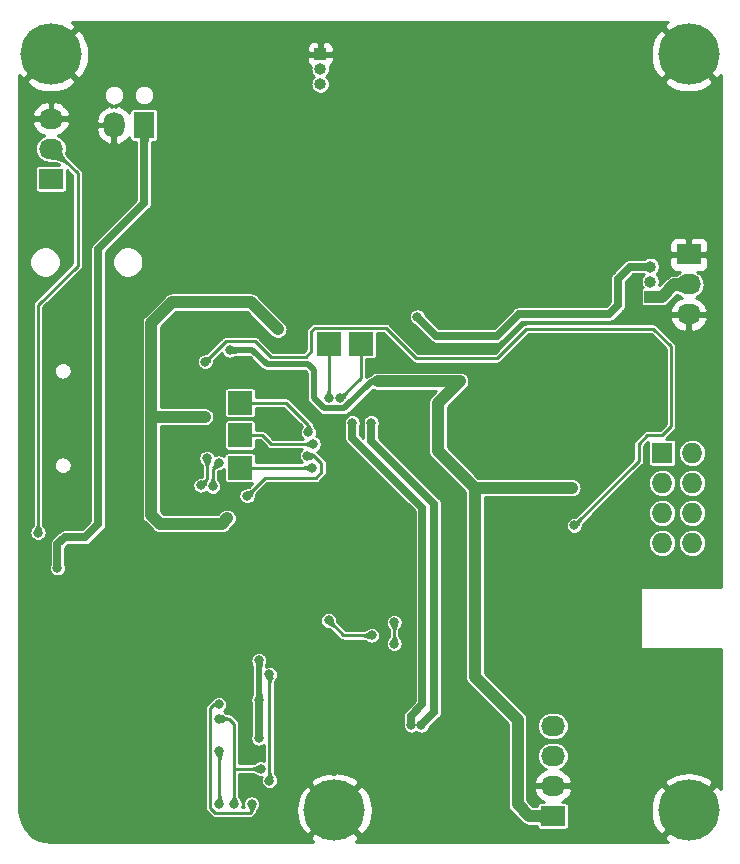
<source format=gbl>
G04 #@! TF.GenerationSoftware,KiCad,Pcbnew,5.1.2-f72e74a~84~ubuntu18.04.1*
G04 #@! TF.CreationDate,2019-06-22T18:56:12+05:30*
G04 #@! TF.ProjectId,mc60,6d633630-2e6b-4696-9361-645f70636258,rev?*
G04 #@! TF.SameCoordinates,PX41cdb40PY7bfa480*
G04 #@! TF.FileFunction,Copper,L2,Bot*
G04 #@! TF.FilePolarity,Positive*
%FSLAX46Y46*%
G04 Gerber Fmt 4.6, Leading zero omitted, Abs format (unit mm)*
G04 Created by KiCad (PCBNEW 5.1.2-f72e74a~84~ubuntu18.04.1) date 2019-06-22 18:56:12*
%MOMM*%
%LPD*%
G04 APERTURE LIST*
%ADD10C,0.750000*%
%ADD11C,5.200000*%
%ADD12R,1.000000X1.000000*%
%ADD13O,1.000000X1.000000*%
%ADD14R,2.000000X2.000000*%
%ADD15O,2.032000X1.727200*%
%ADD16R,2.032000X1.727200*%
%ADD17O,1.727200X1.727200*%
%ADD18R,1.727200X1.727200*%
%ADD19R,1.800000X2.200000*%
%ADD20O,1.800000X2.200000*%
%ADD21C,0.700000*%
%ADD22C,0.800000*%
%ADD23C,0.690000*%
%ADD24C,1.000000*%
%ADD25C,0.500000*%
%ADD26C,0.250000*%
%ADD27C,0.025400*%
G04 APERTURE END LIST*
D10*
X55550000Y68450000D03*
X58450000Y68450000D03*
X58450000Y65550000D03*
X55550000Y65550000D03*
X57000000Y64950000D03*
X57000000Y69050000D03*
X54950000Y67000000D03*
X59050000Y67000000D03*
D11*
X57000000Y67000000D03*
D10*
X1550000Y68450000D03*
X4450000Y68450000D03*
X4450000Y65550000D03*
X1550000Y65550000D03*
X3000000Y64950000D03*
X3000000Y69050000D03*
X950000Y67000000D03*
X5050000Y67000000D03*
D11*
X3000000Y67000000D03*
D10*
X55550000Y4450000D03*
X58450000Y4450000D03*
X58450000Y1550000D03*
X55550000Y1550000D03*
X57000000Y950000D03*
X57000000Y5050000D03*
X54950000Y3000000D03*
X59050000Y3000000D03*
D11*
X57000000Y3000000D03*
D10*
X25550000Y4450000D03*
X28450000Y4450000D03*
X28450000Y1550000D03*
X25550000Y1550000D03*
X27000000Y950000D03*
X27000000Y5050000D03*
X24950000Y3000000D03*
X29050000Y3000000D03*
D11*
X27000000Y3000000D03*
D12*
X53750000Y46480000D03*
D13*
X53750000Y47750000D03*
X53750000Y49020000D03*
D12*
X25800000Y67000000D03*
D13*
X25800000Y65730000D03*
X25800000Y64460000D03*
D14*
X26500000Y42500000D03*
X29250000Y42500000D03*
X19000000Y37500000D03*
X19000000Y34750000D03*
X19000000Y32000000D03*
D15*
X3000000Y61540000D03*
X3000000Y59000000D03*
D16*
X3000000Y56460000D03*
D17*
X57290000Y25630000D03*
X54750000Y25630000D03*
X57290000Y28170000D03*
X54750000Y28170000D03*
X57290000Y30710000D03*
X54750000Y30710000D03*
X57290000Y33250000D03*
D18*
X54750000Y33250000D03*
D19*
X10870000Y61000000D03*
D20*
X8330000Y61000000D03*
D15*
X57000000Y44960000D03*
X57000000Y47500000D03*
D16*
X57000000Y50040000D03*
X45500000Y2500000D03*
D15*
X45500000Y5040000D03*
X45500000Y7580000D03*
X45500000Y10120000D03*
D21*
X37200000Y62250000D03*
X23544000Y61004000D03*
X21020000Y48250000D03*
X22150000Y45400000D03*
X25500000Y45600000D03*
X30393998Y44650000D03*
X29443998Y45600000D03*
X39750000Y48500000D03*
X39700000Y50000000D03*
X39750000Y47000000D03*
X39750000Y45500000D03*
X40700000Y44900000D03*
X43050000Y46000000D03*
X5750000Y43000000D03*
X3000000Y43000000D03*
X12750000Y43000000D03*
X13900000Y44000000D03*
X13000000Y28400000D03*
X17200000Y34700000D03*
X13400000Y38500000D03*
X18400000Y48200000D03*
X30500000Y37400000D03*
X31500000Y37400000D03*
X34500000Y37400000D03*
X18727070Y44800010D03*
X15650010Y38500000D03*
X19010378Y39100012D03*
X15599994Y28400000D03*
X22750000Y22000000D03*
X21500000Y22000000D03*
X20250000Y22000000D03*
X19000000Y22000000D03*
X18000000Y22000000D03*
X16750000Y22000000D03*
X15000000Y20500000D03*
X15750000Y22000000D03*
X13500000Y20500000D03*
X12000000Y20500000D03*
X12000000Y21750000D03*
X11000000Y23000000D03*
X12000000Y24250000D03*
X12000000Y25500000D03*
X13500000Y25500000D03*
X15000000Y25500000D03*
X16750000Y25500000D03*
X19000000Y26000000D03*
X20000000Y25500000D03*
X21000000Y26000000D03*
X19000000Y24000000D03*
X18000000Y24000000D03*
X15750000Y24000000D03*
X21250000Y24000000D03*
X24000000Y18500000D03*
X59250000Y23000000D03*
X55000000Y22250000D03*
X53750000Y22250000D03*
X52500000Y22250000D03*
X52500000Y21000000D03*
X59250000Y15250000D03*
X57750000Y15250000D03*
X56250000Y15250000D03*
X55000000Y16250000D03*
X53750000Y16250000D03*
X52500000Y19500000D03*
X51500000Y19500000D03*
X50250000Y19250000D03*
X49250000Y19250000D03*
X48000000Y19500000D03*
X46500000Y19250000D03*
X45250000Y19250000D03*
X44250000Y20000000D03*
X51500000Y15750000D03*
X50250000Y17250000D03*
X49250000Y17250000D03*
X48000000Y15750000D03*
X46500000Y17250000D03*
X45250000Y17250000D03*
X44000000Y17500000D03*
X43000000Y18250000D03*
X42250000Y19250000D03*
X41850000Y20500000D03*
X41850000Y22000000D03*
X41850000Y23500000D03*
X41850000Y24750000D03*
X40850000Y26000000D03*
X51250000Y36000000D03*
X48500000Y38500000D03*
X47000000Y38250000D03*
X46500000Y37250000D03*
X45250000Y38500000D03*
X44250000Y37000000D03*
X43250000Y37000000D03*
X42000000Y38500000D03*
X40750000Y37000000D03*
X39500000Y38000000D03*
X38000000Y38000000D03*
X48500000Y33500000D03*
X47000000Y33750000D03*
X46500000Y34750000D03*
X45250000Y35000000D03*
X44250000Y35000000D03*
X43250000Y35000000D03*
X42000000Y35000000D03*
X40750000Y35000000D03*
X43750000Y21250000D03*
X33500000Y13050000D03*
X28200000Y15500000D03*
X54650000Y52050000D03*
X44050000Y42850000D03*
X47750000Y21500000D03*
X46250000Y21950000D03*
X49250000Y21950000D03*
X23250000Y18500000D03*
X23250000Y17750000D03*
X52500000Y24900000D03*
X43750000Y22500000D03*
X43750000Y23750000D03*
X43750000Y25000000D03*
X43750000Y26000000D03*
X56000000Y23000000D03*
X57750000Y23000000D03*
X52500000Y17250000D03*
X52500000Y16250000D03*
X50000000Y38250000D03*
X50000000Y33750000D03*
X50500000Y34750000D03*
X50500000Y37250000D03*
X37000000Y36000000D03*
X37000000Y35000000D03*
X37000000Y37000000D03*
X45250000Y42500000D03*
X47250000Y42500000D03*
X49250000Y42500000D03*
X51250000Y42500000D03*
X53250000Y42500000D03*
X54750000Y41000000D03*
X54750000Y39000000D03*
X54750000Y37000000D03*
X53750000Y35750000D03*
X52000000Y34500000D03*
X52000000Y33000000D03*
X50000000Y32750000D03*
X47000000Y32750000D03*
X45250000Y32750000D03*
X43250000Y32750000D03*
X42250000Y33750000D03*
X45250000Y39500000D03*
X43500000Y39250000D03*
X45250000Y41000000D03*
X54487340Y42237340D03*
X24000000Y22000000D03*
X25000000Y23000000D03*
X25000000Y24000000D03*
X11000000Y26000000D03*
X11000000Y17000000D03*
X11000000Y19000000D03*
X11000000Y21000000D03*
X11000000Y24500000D03*
X13000000Y17000000D03*
X15000000Y17000000D03*
X17000000Y17000000D03*
X19000000Y17000000D03*
X21000000Y17000000D03*
X22000000Y18500000D03*
X23000000Y19750000D03*
X24500000Y19750000D03*
X24500000Y21000000D03*
X37000000Y27000000D03*
X37000000Y26000000D03*
X42000000Y13750000D03*
X42000000Y15750000D03*
X42000000Y17750000D03*
X44000000Y13750000D03*
X46000000Y13750000D03*
X48000000Y13750000D03*
X50000000Y13750000D03*
X52000000Y13750000D03*
X54000000Y13750000D03*
X58000000Y13750000D03*
X59250000Y13750000D03*
X50750000Y23250000D03*
X52750000Y23250000D03*
X54750000Y23250000D03*
X45000000Y23750000D03*
X45000000Y22500000D03*
X3000000Y27500000D03*
X36500000Y69400000D03*
X36500000Y67750000D03*
X36500000Y66250000D03*
X36500000Y64750000D03*
X36500000Y63250000D03*
X27500000Y67750000D03*
X27500000Y66250000D03*
X27500000Y64750000D03*
X27500000Y63250000D03*
X32000000Y62000000D03*
X30500000Y62000000D03*
X29000000Y62000000D03*
X28000000Y62000000D03*
X33500000Y62000000D03*
X35000000Y62000000D03*
X36000000Y62000000D03*
X32000000Y69400000D03*
X30500000Y69400000D03*
X29000000Y69400000D03*
X33500000Y69400000D03*
X35000000Y69400000D03*
X5656174Y27567222D03*
X9650000Y22450000D03*
X7000000Y25500000D03*
X27500000Y69400000D03*
X29500000Y600010D03*
X31500000Y600010D03*
X33500000Y600010D03*
X35500000Y600010D03*
X37500000Y600010D03*
X39500000Y600010D03*
X41500000Y600010D03*
X43500000Y600010D03*
X45500000Y600010D03*
X47500000Y600010D03*
X49500000Y600010D03*
X51500000Y600010D03*
X53500000Y600010D03*
X59399990Y5399990D03*
X59399990Y7500000D03*
X59399990Y9500000D03*
X59399990Y11500000D03*
X59399990Y25500000D03*
X59399990Y27500000D03*
X59399990Y29500000D03*
X59399990Y31500000D03*
X59399990Y33500000D03*
X59399990Y35500000D03*
X59399990Y37500000D03*
X59399990Y39500000D03*
X59399990Y41500000D03*
X59399990Y43500000D03*
X59399990Y45500000D03*
X59399990Y47500000D03*
X59399990Y49500000D03*
X59399990Y51500000D03*
X59399990Y53500000D03*
X59399990Y55500000D03*
X59399990Y57500000D03*
X59399990Y59500000D03*
X59399990Y61500000D03*
X59399990Y63500000D03*
X54500000Y69400000D03*
X52500000Y69400000D03*
X50500000Y69400000D03*
X48500000Y69400000D03*
X46500000Y69400000D03*
X44500000Y69400000D03*
X42500000Y69400000D03*
X40500000Y69400000D03*
X38500000Y69400000D03*
X25500000Y69400000D03*
X23500000Y69400000D03*
X21500000Y69400000D03*
X19500000Y69400000D03*
X15500000Y69400000D03*
X13500000Y69400000D03*
X11500000Y69400000D03*
X9500000Y69400000D03*
X7500000Y69400000D03*
X5500000Y69400000D03*
X600010Y64500000D03*
X600010Y62500000D03*
X600010Y60500000D03*
X600010Y58500000D03*
X600010Y56500000D03*
X600010Y54500000D03*
X600010Y50500000D03*
X600010Y48500000D03*
X600010Y46500000D03*
X600010Y44500000D03*
X600010Y42500000D03*
X600010Y40500000D03*
X600010Y38500000D03*
X600010Y36500000D03*
X600010Y34500000D03*
X600010Y32500000D03*
X600010Y30500000D03*
X600010Y28500000D03*
X600010Y26500000D03*
X600010Y24500000D03*
X600010Y22500000D03*
X600010Y20500000D03*
X600010Y18500000D03*
X600010Y17000000D03*
X2500000Y17000000D03*
X4500000Y17000000D03*
X6500000Y17000000D03*
X8500000Y17000000D03*
X27000000Y6250000D03*
X27000000Y8250000D03*
X27000000Y10250000D03*
X27000000Y12250000D03*
X27000000Y14300000D03*
X24600000Y600000D03*
X22600000Y600000D03*
X20600000Y600000D03*
X18600000Y600000D03*
X16600000Y600000D03*
X14600000Y600000D03*
X12600000Y600000D03*
X10600000Y600000D03*
X8600000Y600000D03*
X6600000Y600000D03*
X4600000Y600000D03*
X3033783Y600000D03*
X56000000Y13750000D03*
X600010Y52500000D03*
X17500000Y69400000D03*
X16250000Y67000000D03*
X16250000Y65500000D03*
X16250000Y68500000D03*
X20500000Y67000000D03*
X20500000Y68500000D03*
X20500000Y65500000D03*
X20500000Y64000000D03*
X19250000Y64000000D03*
X17500000Y64000000D03*
X16250000Y64000000D03*
X38700000Y62800000D03*
X44750000Y67000000D03*
X44750000Y68500000D03*
X44750000Y65500000D03*
X49250000Y65500000D03*
X49250000Y67000000D03*
X49250000Y68500000D03*
X49250000Y64250000D03*
X47750000Y64250000D03*
X44750000Y64250000D03*
X46250000Y64250000D03*
D22*
X37500000Y22000000D03*
X37500000Y20500000D03*
X37500000Y19000000D03*
X37150000Y4250000D03*
X37200000Y1700000D03*
X37950000Y2500000D03*
X39450000Y2500000D03*
X40950000Y2500000D03*
X37950000Y7250000D03*
X39450000Y7250000D03*
X41000000Y7250000D03*
X37500000Y18000000D03*
X37400000Y11800000D03*
X39000000Y12550000D03*
X36450000Y11200000D03*
X37150000Y5750000D03*
D21*
X49000000Y46000000D03*
X45000000Y46000000D03*
X47000000Y48750002D03*
X22250000Y51250000D03*
X25000000Y49250000D03*
X25000000Y53000000D03*
D22*
X37600000Y39300000D03*
X18125565Y41942412D03*
X47100000Y30300000D03*
X20600000Y15665000D03*
X20599992Y12300000D03*
X20600000Y9100000D03*
X21500000Y14500000D03*
X21500000Y5500000D03*
X34000000Y44750000D03*
X3550000Y23500000D03*
X34350000Y10200000D03*
X33500022Y10200000D03*
X30100000Y35800000D03*
X28500000Y35800000D03*
X22200000Y43700000D03*
X16000000Y36300000D03*
X17899998Y27700000D03*
X16049996Y40950000D03*
X47300000Y27100000D03*
X16700000Y30400000D03*
X17200000Y32400000D03*
X16200000Y32800000D03*
X15700000Y30500000D03*
X1900000Y26500000D03*
X26498946Y37850009D03*
X27498957Y37851053D03*
X24800000Y35000000D03*
X25200000Y34000000D03*
X25100000Y32000000D03*
X26500000Y19050000D03*
X30150000Y17800000D03*
X24700000Y33000000D03*
X19600000Y29600000D03*
X32049990Y18900000D03*
X32049990Y17100000D03*
X17250000Y10750000D03*
X20750000Y6500000D03*
X18500000Y3500000D03*
X17200000Y11950000D03*
X19987340Y3512660D03*
X17250000Y3500000D03*
X17250000Y8000000D03*
D23*
X17200000Y34700000D02*
X17449999Y34700000D01*
D24*
X37600000Y39300000D02*
X30663166Y39300000D01*
X38950000Y30300000D02*
X47100000Y30300000D01*
X38900000Y30250000D02*
X38950000Y30300000D01*
X35750000Y33400000D02*
X38900000Y30250000D01*
X37600000Y39300000D02*
X35750000Y37450000D01*
X35750000Y37450000D02*
X35750000Y33400000D01*
X43484000Y2500000D02*
X45500000Y2500000D01*
X42500000Y3484000D02*
X43484000Y2500000D01*
X42500000Y10650000D02*
X42500000Y3484000D01*
X38900000Y30250000D02*
X38900000Y14250000D01*
X38900000Y14250000D02*
X42500000Y10650000D01*
D25*
X30150000Y39300000D02*
X30663166Y39300000D01*
X27850000Y37000000D02*
X30150000Y39300000D01*
X20057588Y41942412D02*
X21250000Y40750000D01*
X21250000Y40750000D02*
X24750000Y40750000D01*
X26100000Y37000000D02*
X27850000Y37000000D01*
X25250000Y37850000D02*
X26100000Y37000000D01*
X18125565Y41942412D02*
X20057588Y41942412D01*
X25250000Y40250000D02*
X25250000Y37850000D01*
X24750000Y40750000D02*
X25250000Y40250000D01*
D23*
X20599992Y15664992D02*
X20600000Y15665000D01*
D25*
X20599992Y12300000D02*
X20599992Y15664992D01*
D23*
X20599992Y12300000D02*
X20599992Y9100008D01*
X20599992Y9100008D02*
X20600000Y9100000D01*
D26*
X21500000Y14500000D02*
X21500000Y5500000D01*
D23*
X35600000Y43150000D02*
X34000000Y44750000D01*
X40750000Y43150000D02*
X35600000Y43150000D01*
X42600000Y45000000D02*
X40750000Y43150000D01*
X53750000Y49020000D02*
X52020000Y49020000D01*
X52020000Y49020000D02*
X51000000Y48000000D01*
X51000000Y48000000D02*
X51000000Y45750000D01*
X51000000Y45750000D02*
X50250000Y45000000D01*
X50250000Y45000000D02*
X42600000Y45000000D01*
X10870000Y61000000D02*
X10870000Y54370000D01*
X10870000Y54370000D02*
X7000000Y50500000D01*
X7000000Y50500000D02*
X7000000Y27200000D01*
X7000000Y27200000D02*
X5900000Y26100000D01*
X5900000Y26100000D02*
X4150000Y26100000D01*
X3550000Y25500000D02*
X3550000Y23500000D01*
X4150000Y26100000D02*
X3550000Y25500000D01*
X35430000Y28920000D02*
X30102163Y34247837D01*
X34350000Y10200000D02*
X35430000Y11280000D01*
X35430000Y11280000D02*
X35430000Y28920000D01*
X34450001Y28569999D02*
X34450001Y11950001D01*
X28500000Y34520000D02*
X34450001Y28569999D01*
X34450001Y11950001D02*
X33500022Y11000022D01*
X33500022Y11000022D02*
X33500022Y10200000D01*
X28500000Y35800000D02*
X28500000Y34520000D01*
X30102163Y35232152D02*
X30102163Y34247837D01*
X30100000Y35234315D02*
X30102163Y35232152D01*
X30100000Y35800000D02*
X30100000Y35234315D01*
D24*
X17449998Y27250000D02*
X17899998Y27700000D01*
X17449998Y27250000D02*
X12250000Y27250000D01*
X12250000Y27250000D02*
X11500000Y28000000D01*
X11550000Y36300000D02*
X11500000Y36250000D01*
X16000000Y36300000D02*
X11550000Y36300000D01*
X11500000Y28000000D02*
X11500000Y36250000D01*
X11500000Y44250000D02*
X11500000Y36250000D01*
X13250000Y46000000D02*
X11500000Y44250000D01*
X19900000Y46000000D02*
X13250000Y46000000D01*
X22200000Y43700000D02*
X19900000Y46000000D01*
D26*
X52750000Y32550000D02*
X47300000Y27100000D01*
X24550000Y41350000D02*
X25050000Y41850000D01*
X25325001Y43825001D02*
X31325001Y43825001D01*
X21650000Y41350000D02*
X24550000Y41350000D01*
X33900002Y41250000D02*
X40750000Y41250000D01*
X20300000Y42700000D02*
X21650000Y41350000D01*
X55500000Y35500000D02*
X54750000Y34750000D01*
X25050000Y41850000D02*
X25050000Y43550000D01*
X16049996Y40950000D02*
X17799996Y42700000D01*
X17799996Y42700000D02*
X20300000Y42700000D01*
X53500000Y34750000D02*
X52750000Y34000000D01*
X25050000Y43550000D02*
X25325001Y43825001D01*
X52750000Y34000000D02*
X52750000Y32550000D01*
X31325001Y43825001D02*
X33900002Y41250000D01*
X55500000Y42250000D02*
X55500000Y35500000D01*
X40750000Y41250000D02*
X43250000Y43750000D01*
X54000000Y43750000D02*
X55500000Y42250000D01*
X43250000Y43750000D02*
X54000000Y43750000D01*
X54750000Y34750000D02*
X53500000Y34750000D01*
X16700000Y31900000D02*
X17200000Y32400000D01*
X16700000Y30400000D02*
X16700000Y31900000D01*
X16200000Y31000000D02*
X15700000Y30500000D01*
X16200000Y32800000D02*
X16200000Y31000000D01*
X3000000Y59000000D02*
X3152400Y59000000D01*
X3152400Y59000000D02*
X5250000Y56902400D01*
X1900000Y45750000D02*
X1900000Y26500000D01*
X5250000Y56902400D02*
X5250000Y49100000D01*
X5250000Y49100000D02*
X1900000Y45750000D01*
D24*
X55750000Y47500000D02*
X57000000Y47500000D01*
X54730000Y46480000D02*
X55750000Y47500000D01*
X53750000Y46480000D02*
X54730000Y46480000D01*
D26*
X26500000Y42500000D02*
X26500000Y37851063D01*
X26500000Y37851063D02*
X26498946Y37850009D01*
X29250000Y39602096D02*
X27498957Y37851053D01*
X29250000Y42500000D02*
X29250000Y39602096D01*
X22865685Y37500000D02*
X19000000Y37500000D01*
X24800000Y35565685D02*
X22865685Y37500000D01*
X24800000Y35000000D02*
X24800000Y35565685D01*
X25200000Y34000000D02*
X21600000Y34000000D01*
X20850000Y34750000D02*
X19000000Y34750000D01*
X21600000Y34000000D02*
X20850000Y34750000D01*
X19000000Y32000000D02*
X25100000Y32000000D01*
X27750000Y17800000D02*
X26500000Y19050000D01*
X30150000Y17800000D02*
X27750000Y17800000D01*
X25265685Y33000000D02*
X25900000Y32365685D01*
X24700000Y33000000D02*
X25265685Y33000000D01*
X25900000Y32365685D02*
X25900000Y31600000D01*
X25900000Y31600000D02*
X25400000Y31100000D01*
X25400000Y31100000D02*
X21100000Y31100000D01*
X21100000Y31100000D02*
X19600000Y29600000D01*
X32049990Y18900000D02*
X32049990Y17100000D01*
X18050000Y10750000D02*
X17250000Y10750000D01*
X18500000Y10300000D02*
X18050000Y10750000D01*
X20750000Y6500000D02*
X18500000Y6500000D01*
X18500000Y3500000D02*
X18500000Y6500000D01*
X18500000Y6500000D02*
X18500000Y10300000D01*
X19987340Y2946975D02*
X19987340Y3512660D01*
X16800000Y11950000D02*
X16500000Y11650000D01*
X17200000Y11950000D02*
X16800000Y11950000D01*
X16500000Y11650000D02*
X16500000Y3176996D01*
X19815363Y2774998D02*
X19987340Y2946975D01*
X16500000Y3176996D02*
X16901998Y2774998D01*
X16901998Y2774998D02*
X19815363Y2774998D01*
X17250000Y3500000D02*
X17250000Y8000000D01*
G36*
X55201469Y69695700D02*
G01*
X55197766Y69693225D01*
X54909213Y69267564D01*
X57000000Y67176777D01*
X57014142Y67190919D01*
X57190919Y67014142D01*
X57176777Y67000000D01*
X59267564Y64909213D01*
X59693225Y65197766D01*
X59700001Y65210422D01*
X59700000Y21875000D01*
X53000000Y21875000D01*
X52975614Y21872598D01*
X52952165Y21865485D01*
X52930554Y21853934D01*
X52911612Y21838388D01*
X52896066Y21819446D01*
X52884515Y21797835D01*
X52877402Y21774386D01*
X52875000Y21750000D01*
X52875000Y16750000D01*
X52877402Y16725614D01*
X52884515Y16702165D01*
X52896066Y16680554D01*
X52911612Y16661612D01*
X52930554Y16646066D01*
X52952165Y16634515D01*
X52975614Y16627402D01*
X53000000Y16625000D01*
X59700000Y16625000D01*
X59700001Y4790471D01*
X59695700Y4798531D01*
X59693225Y4802234D01*
X59267564Y5090787D01*
X57176777Y3000000D01*
X57190919Y2985858D01*
X57014142Y2809081D01*
X57000000Y2823223D01*
X54909213Y732436D01*
X55197766Y306775D01*
X55210420Y300000D01*
X28790473Y300000D01*
X28798531Y304300D01*
X28802234Y306775D01*
X29090787Y732436D01*
X27000000Y2823223D01*
X24909213Y732436D01*
X25197766Y306775D01*
X25210420Y300000D01*
X3014670Y300000D01*
X2475848Y352832D01*
X1971658Y505056D01*
X1506640Y752310D01*
X1098501Y1085180D01*
X762792Y1490982D01*
X512297Y1954265D01*
X356557Y2457375D01*
X300018Y2995305D01*
X300000Y3000472D01*
X300000Y11650000D01*
X16047824Y11650000D01*
X16050000Y11627906D01*
X16050001Y3199100D01*
X16047824Y3176996D01*
X16050001Y3154891D01*
X16054303Y3111207D01*
X16056512Y3088781D01*
X16082243Y3003956D01*
X16124029Y2925780D01*
X16166172Y2874429D01*
X16166177Y2874424D01*
X16180264Y2857259D01*
X16197429Y2843172D01*
X16568174Y2472427D01*
X16582261Y2455261D01*
X16599426Y2441174D01*
X16599430Y2441170D01*
X16650781Y2399027D01*
X16705880Y2369576D01*
X16728957Y2357241D01*
X16813783Y2331509D01*
X16879893Y2324998D01*
X16879903Y2324998D01*
X16901997Y2322822D01*
X16924092Y2324998D01*
X19793269Y2324998D01*
X19815363Y2322822D01*
X19837457Y2324998D01*
X19837468Y2324998D01*
X19903578Y2331509D01*
X19988404Y2357241D01*
X20066579Y2399027D01*
X20135100Y2455261D01*
X20149192Y2472432D01*
X20289907Y2613147D01*
X20307077Y2627238D01*
X20363311Y2695759D01*
X20405097Y2773934D01*
X20430829Y2858760D01*
X20437340Y2924870D01*
X20437340Y2924880D01*
X20437513Y2926636D01*
X20440599Y2931747D01*
X20448662Y2943239D01*
X20460340Y2957902D01*
X20475767Y2975274D01*
X20497277Y2997292D01*
X20502212Y3002227D01*
X23759398Y3002227D01*
X23821230Y2369974D01*
X24005222Y1761932D01*
X24304300Y1201469D01*
X24306775Y1197766D01*
X24732436Y909213D01*
X26823223Y3000000D01*
X27176777Y3000000D01*
X29267564Y909213D01*
X29693225Y1197766D01*
X29993074Y1757817D01*
X30177901Y2365605D01*
X30240602Y2997773D01*
X30178770Y3630026D01*
X29994778Y4238068D01*
X29695700Y4798531D01*
X29693225Y4802234D01*
X29267564Y5090787D01*
X27176777Y3000000D01*
X26823223Y3000000D01*
X24732436Y5090787D01*
X24306775Y4802234D01*
X24006926Y4242183D01*
X23822099Y3634395D01*
X23759398Y3002227D01*
X20502212Y3002227D01*
X20550484Y3050499D01*
X20629827Y3169244D01*
X20684479Y3301185D01*
X20712340Y3441254D01*
X20712340Y3584066D01*
X20684479Y3724135D01*
X20629827Y3856076D01*
X20550484Y3974821D01*
X20449501Y4075804D01*
X20330756Y4155147D01*
X20198815Y4209799D01*
X20058746Y4237660D01*
X19915934Y4237660D01*
X19775865Y4209799D01*
X19643924Y4155147D01*
X19525179Y4075804D01*
X19424196Y3974821D01*
X19344853Y3856076D01*
X19290201Y3724135D01*
X19262340Y3584066D01*
X19262340Y3441254D01*
X19290201Y3301185D01*
X19321759Y3224998D01*
X19170825Y3224998D01*
X19197139Y3288525D01*
X19225000Y3428594D01*
X19225000Y3571406D01*
X19197139Y3711475D01*
X19142487Y3843416D01*
X19063144Y3962161D01*
X19012493Y4012812D01*
X18995375Y4030906D01*
X18985299Y4043379D01*
X18977109Y4055392D01*
X18970363Y4067309D01*
X18964734Y4079550D01*
X18959986Y4092677D01*
X18956047Y4107220D01*
X18952977Y4123675D01*
X18950940Y4142531D01*
X18950000Y4169544D01*
X18950000Y6050000D01*
X20080456Y6050000D01*
X20107469Y6049060D01*
X20126325Y6047023D01*
X20142780Y6043953D01*
X20157323Y6040014D01*
X20170450Y6035266D01*
X20182691Y6029637D01*
X20194608Y6022891D01*
X20206621Y6014701D01*
X20219094Y6004625D01*
X20237188Y5987507D01*
X20287839Y5936856D01*
X20406584Y5857513D01*
X20538525Y5802861D01*
X20678594Y5775000D01*
X20821406Y5775000D01*
X20829872Y5776684D01*
X20802861Y5711475D01*
X20775000Y5571406D01*
X20775000Y5428594D01*
X20802861Y5288525D01*
X20857513Y5156584D01*
X20936856Y5037839D01*
X21037839Y4936856D01*
X21156584Y4857513D01*
X21288525Y4802861D01*
X21428594Y4775000D01*
X21571406Y4775000D01*
X21711475Y4802861D01*
X21843416Y4857513D01*
X21962161Y4936856D01*
X22063144Y5037839D01*
X22142487Y5156584D01*
X22188456Y5267564D01*
X24909213Y5267564D01*
X27000000Y3176777D01*
X29090787Y5267564D01*
X28802234Y5693225D01*
X28242183Y5993074D01*
X27634395Y6177901D01*
X27002227Y6240602D01*
X26369974Y6178770D01*
X25761932Y5994778D01*
X25201469Y5695700D01*
X25197766Y5693225D01*
X24909213Y5267564D01*
X22188456Y5267564D01*
X22197139Y5288525D01*
X22225000Y5428594D01*
X22225000Y5571406D01*
X22197139Y5711475D01*
X22142487Y5843416D01*
X22063144Y5962161D01*
X22012493Y6012812D01*
X21995375Y6030906D01*
X21985299Y6043379D01*
X21977109Y6055392D01*
X21970363Y6067309D01*
X21964734Y6079550D01*
X21959986Y6092677D01*
X21956047Y6107220D01*
X21952977Y6123675D01*
X21950940Y6142531D01*
X21950000Y6169544D01*
X21950000Y13830456D01*
X21950940Y13857470D01*
X21952977Y13876326D01*
X21956047Y13892781D01*
X21959986Y13907324D01*
X21964734Y13920451D01*
X21970363Y13932692D01*
X21977109Y13944609D01*
X21985299Y13956622D01*
X21995369Y13969088D01*
X22012504Y13987199D01*
X22063144Y14037839D01*
X22142487Y14156584D01*
X22197139Y14288525D01*
X22225000Y14428594D01*
X22225000Y14571406D01*
X22197139Y14711475D01*
X22142487Y14843416D01*
X22063144Y14962161D01*
X21962161Y15063144D01*
X21843416Y15142487D01*
X21711475Y15197139D01*
X21571406Y15225000D01*
X21428594Y15225000D01*
X21288525Y15197139D01*
X21175041Y15150132D01*
X21175261Y15178839D01*
X21176004Y15208308D01*
X21176695Y15223119D01*
X21242487Y15321584D01*
X21297139Y15453525D01*
X21325000Y15593594D01*
X21325000Y15736406D01*
X21297139Y15876475D01*
X21242487Y16008416D01*
X21163144Y16127161D01*
X21062161Y16228144D01*
X20943416Y16307487D01*
X20811475Y16362139D01*
X20671406Y16390000D01*
X20528594Y16390000D01*
X20388525Y16362139D01*
X20256584Y16307487D01*
X20137839Y16228144D01*
X20036856Y16127161D01*
X19957513Y16008416D01*
X19902861Y15876475D01*
X19875000Y15736406D01*
X19875000Y15593594D01*
X19902861Y15453525D01*
X19957513Y15321584D01*
X20023295Y15223135D01*
X20023984Y15208310D01*
X20024723Y15178932D01*
X20024993Y15143584D01*
X20024992Y12821199D01*
X20024724Y12786139D01*
X20023982Y12756686D01*
X20023292Y12741873D01*
X19957505Y12643416D01*
X19902853Y12511475D01*
X19874992Y12371406D01*
X19874992Y12228594D01*
X19902853Y12088525D01*
X19929992Y12023006D01*
X19929993Y9376977D01*
X19902861Y9311475D01*
X19875000Y9171406D01*
X19875000Y9028594D01*
X19902861Y8888525D01*
X19957513Y8756584D01*
X20036856Y8637839D01*
X20137839Y8536856D01*
X20256584Y8457513D01*
X20388525Y8402861D01*
X20528594Y8375000D01*
X20671406Y8375000D01*
X20811475Y8402861D01*
X20943416Y8457513D01*
X21050001Y8528731D01*
X21050001Y7160470D01*
X20961475Y7197139D01*
X20821406Y7225000D01*
X20678594Y7225000D01*
X20538525Y7197139D01*
X20406584Y7142487D01*
X20287839Y7063144D01*
X20237194Y7012499D01*
X20219095Y6995377D01*
X20206621Y6985300D01*
X20194608Y6977110D01*
X20182691Y6970364D01*
X20170450Y6964735D01*
X20157323Y6959987D01*
X20142780Y6956048D01*
X20126325Y6952978D01*
X20107469Y6950941D01*
X20080445Y6950000D01*
X18950000Y6950000D01*
X18950000Y10277906D01*
X18952176Y10300001D01*
X18950000Y10322095D01*
X18950000Y10322105D01*
X18943489Y10388215D01*
X18917757Y10473041D01*
X18901748Y10502992D01*
X18875971Y10551217D01*
X18833828Y10602568D01*
X18833824Y10602572D01*
X18819737Y10619737D01*
X18802572Y10633824D01*
X18383828Y11052567D01*
X18369737Y11069737D01*
X18301216Y11125971D01*
X18223041Y11167757D01*
X18138215Y11193489D01*
X18072105Y11200000D01*
X18072094Y11200000D01*
X18050000Y11202176D01*
X18027906Y11200000D01*
X17919554Y11200000D01*
X17892530Y11200941D01*
X17873674Y11202978D01*
X17857219Y11206048D01*
X17842676Y11209987D01*
X17829549Y11214735D01*
X17817308Y11220364D01*
X17805391Y11227110D01*
X17793378Y11235300D01*
X17780904Y11245376D01*
X17762815Y11262490D01*
X17712161Y11313144D01*
X17632002Y11366704D01*
X17662161Y11386856D01*
X17763144Y11487839D01*
X17842487Y11606584D01*
X17897139Y11738525D01*
X17925000Y11878594D01*
X17925000Y12021406D01*
X17897139Y12161475D01*
X17842487Y12293416D01*
X17763144Y12412161D01*
X17662161Y12513144D01*
X17543416Y12592487D01*
X17411475Y12647139D01*
X17271406Y12675000D01*
X17128594Y12675000D01*
X16988525Y12647139D01*
X16856584Y12592487D01*
X16737839Y12513144D01*
X16636856Y12412161D01*
X16596201Y12351316D01*
X16548783Y12325971D01*
X16509116Y12293416D01*
X16480263Y12269737D01*
X16466171Y12252566D01*
X16197434Y11983829D01*
X16180263Y11969737D01*
X16166172Y11952567D01*
X16124029Y11901216D01*
X16102953Y11861785D01*
X16082243Y11823040D01*
X16056511Y11738214D01*
X16050000Y11672104D01*
X16050000Y11672094D01*
X16047824Y11650000D01*
X300000Y11650000D01*
X300000Y19121406D01*
X25775000Y19121406D01*
X25775000Y18978594D01*
X25802861Y18838525D01*
X25857513Y18706584D01*
X25936856Y18587839D01*
X26037839Y18486856D01*
X26156584Y18407513D01*
X26288525Y18352861D01*
X26428594Y18325000D01*
X26500253Y18325000D01*
X26525126Y18324310D01*
X26541053Y18322617D01*
X26555363Y18319909D01*
X26568545Y18316257D01*
X26581193Y18311577D01*
X26593824Y18305656D01*
X26606883Y18298163D01*
X26620700Y18288691D01*
X26635477Y18276796D01*
X26655266Y18258339D01*
X27416176Y17497428D01*
X27430263Y17480263D01*
X27447428Y17466176D01*
X27447432Y17466172D01*
X27498783Y17424029D01*
X27576959Y17382243D01*
X27661785Y17356511D01*
X27727895Y17350000D01*
X27727905Y17350000D01*
X27750000Y17347824D01*
X27772094Y17350000D01*
X29480456Y17350000D01*
X29507469Y17349060D01*
X29526325Y17347023D01*
X29542780Y17343953D01*
X29557323Y17340014D01*
X29570450Y17335266D01*
X29582691Y17329637D01*
X29594608Y17322891D01*
X29606621Y17314701D01*
X29619094Y17304625D01*
X29637188Y17287507D01*
X29687839Y17236856D01*
X29806584Y17157513D01*
X29938525Y17102861D01*
X30078594Y17075000D01*
X30221406Y17075000D01*
X30361475Y17102861D01*
X30493416Y17157513D01*
X30612161Y17236856D01*
X30713144Y17337839D01*
X30792487Y17456584D01*
X30847139Y17588525D01*
X30875000Y17728594D01*
X30875000Y17871406D01*
X30847139Y18011475D01*
X30792487Y18143416D01*
X30713144Y18262161D01*
X30612161Y18363144D01*
X30493416Y18442487D01*
X30361475Y18497139D01*
X30221406Y18525000D01*
X30078594Y18525000D01*
X29938525Y18497139D01*
X29806584Y18442487D01*
X29687839Y18363144D01*
X29637194Y18312499D01*
X29619095Y18295377D01*
X29606621Y18285300D01*
X29594608Y18277110D01*
X29582691Y18270364D01*
X29570450Y18264735D01*
X29557323Y18259987D01*
X29542780Y18256048D01*
X29526325Y18252978D01*
X29507469Y18250941D01*
X29480445Y18250000D01*
X27936396Y18250000D01*
X27291661Y18894734D01*
X27273204Y18914523D01*
X27261309Y18929300D01*
X27251837Y18943117D01*
X27244344Y18956176D01*
X27238423Y18968807D01*
X27237462Y18971406D01*
X31324990Y18971406D01*
X31324990Y18828594D01*
X31352851Y18688525D01*
X31407503Y18556584D01*
X31486846Y18437839D01*
X31537500Y18387185D01*
X31554614Y18369096D01*
X31564690Y18356622D01*
X31572880Y18344609D01*
X31579626Y18332692D01*
X31585255Y18320451D01*
X31590003Y18307324D01*
X31593942Y18292781D01*
X31597012Y18276326D01*
X31599049Y18257470D01*
X31599990Y18230435D01*
X31599991Y17769573D01*
X31599049Y17742531D01*
X31597012Y17723675D01*
X31593942Y17707220D01*
X31590003Y17692677D01*
X31585255Y17679550D01*
X31579626Y17667309D01*
X31572880Y17655392D01*
X31564690Y17643379D01*
X31554613Y17630905D01*
X31537491Y17612806D01*
X31486846Y17562161D01*
X31407503Y17443416D01*
X31352851Y17311475D01*
X31324990Y17171406D01*
X31324990Y17028594D01*
X31352851Y16888525D01*
X31407503Y16756584D01*
X31486846Y16637839D01*
X31587829Y16536856D01*
X31706574Y16457513D01*
X31838515Y16402861D01*
X31978584Y16375000D01*
X32121396Y16375000D01*
X32261465Y16402861D01*
X32393406Y16457513D01*
X32512151Y16536856D01*
X32613134Y16637839D01*
X32692477Y16756584D01*
X32747129Y16888525D01*
X32774990Y17028594D01*
X32774990Y17171406D01*
X32747129Y17311475D01*
X32692477Y17443416D01*
X32613134Y17562161D01*
X32562483Y17612812D01*
X32545365Y17630906D01*
X32535289Y17643379D01*
X32527099Y17655392D01*
X32520353Y17667309D01*
X32514724Y17679550D01*
X32509976Y17692677D01*
X32506037Y17707220D01*
X32502967Y17723675D01*
X32500930Y17742531D01*
X32499990Y17769544D01*
X32499990Y18230456D01*
X32500930Y18257470D01*
X32502967Y18276326D01*
X32506037Y18292781D01*
X32509976Y18307324D01*
X32514724Y18320451D01*
X32520353Y18332692D01*
X32527099Y18344609D01*
X32535289Y18356622D01*
X32545359Y18369088D01*
X32562494Y18387199D01*
X32613134Y18437839D01*
X32692477Y18556584D01*
X32747129Y18688525D01*
X32774990Y18828594D01*
X32774990Y18971406D01*
X32747129Y19111475D01*
X32692477Y19243416D01*
X32613134Y19362161D01*
X32512151Y19463144D01*
X32393406Y19542487D01*
X32261465Y19597139D01*
X32121396Y19625000D01*
X31978584Y19625000D01*
X31838515Y19597139D01*
X31706574Y19542487D01*
X31587829Y19463144D01*
X31486846Y19362161D01*
X31407503Y19243416D01*
X31352851Y19111475D01*
X31324990Y18971406D01*
X27237462Y18971406D01*
X27233743Y18981455D01*
X27230091Y18994637D01*
X27227383Y19008947D01*
X27225690Y19024874D01*
X27225000Y19049747D01*
X27225000Y19121406D01*
X27197139Y19261475D01*
X27142487Y19393416D01*
X27063144Y19512161D01*
X26962161Y19613144D01*
X26843416Y19692487D01*
X26711475Y19747139D01*
X26571406Y19775000D01*
X26428594Y19775000D01*
X26288525Y19747139D01*
X26156584Y19692487D01*
X26037839Y19613144D01*
X25936856Y19512161D01*
X25857513Y19393416D01*
X25802861Y19261475D01*
X25775000Y19121406D01*
X300000Y19121406D01*
X300000Y23571406D01*
X2825000Y23571406D01*
X2825000Y23428594D01*
X2852861Y23288525D01*
X2907513Y23156584D01*
X2986856Y23037839D01*
X3087839Y22936856D01*
X3206584Y22857513D01*
X3338525Y22802861D01*
X3478594Y22775000D01*
X3621406Y22775000D01*
X3761475Y22802861D01*
X3893416Y22857513D01*
X4012161Y22936856D01*
X4113144Y23037839D01*
X4192487Y23156584D01*
X4247139Y23288525D01*
X4275000Y23428594D01*
X4275000Y23571406D01*
X4247139Y23711475D01*
X4220000Y23776994D01*
X4220000Y25222478D01*
X4427523Y25430000D01*
X5867104Y25430000D01*
X5900000Y25426760D01*
X5932896Y25430000D01*
X5932907Y25430000D01*
X6031343Y25439695D01*
X6157638Y25478006D01*
X6274033Y25540221D01*
X6376053Y25623947D01*
X6397032Y25649510D01*
X7450495Y26702972D01*
X7476053Y26723947D01*
X7505892Y26760305D01*
X7559779Y26825967D01*
X7593217Y26888525D01*
X7621994Y26942362D01*
X7660305Y27068657D01*
X7670000Y27167093D01*
X7670000Y27167103D01*
X7673240Y27200000D01*
X7670000Y27232896D01*
X7670000Y44250000D01*
X10671010Y44250000D01*
X10675000Y44209487D01*
X10675001Y36290523D01*
X10671010Y36250000D01*
X10675001Y36209479D01*
X10675000Y28040513D01*
X10671010Y28000000D01*
X10675000Y27959487D01*
X10675000Y27959480D01*
X10684628Y27861727D01*
X10686938Y27838272D01*
X10691806Y27822224D01*
X10734112Y27682760D01*
X10810719Y27539438D01*
X10913815Y27413815D01*
X10945295Y27387980D01*
X11637983Y26695291D01*
X11663815Y26663815D01*
X11789437Y26560719D01*
X11932759Y26484112D01*
X12020445Y26457513D01*
X12088271Y26436938D01*
X12103870Y26435402D01*
X12209479Y26425000D01*
X12209486Y26425000D01*
X12249999Y26421010D01*
X12290512Y26425000D01*
X17409485Y26425000D01*
X17449998Y26421010D01*
X17490511Y26425000D01*
X17490519Y26425000D01*
X17611726Y26436938D01*
X17767239Y26484112D01*
X17910561Y26560719D01*
X18036183Y26663815D01*
X18062019Y26695296D01*
X18512013Y27145290D01*
X18589278Y27239438D01*
X18665885Y27382758D01*
X18713060Y27538271D01*
X18728988Y27699999D01*
X18713060Y27861727D01*
X18665885Y28017241D01*
X18589278Y28160562D01*
X18486183Y28286185D01*
X18360560Y28389280D01*
X18217239Y28465887D01*
X18061725Y28513062D01*
X17899997Y28528990D01*
X17738269Y28513062D01*
X17582756Y28465887D01*
X17439436Y28389280D01*
X17345288Y28312015D01*
X17108273Y28075000D01*
X12591726Y28075000D01*
X12325000Y28341725D01*
X12325000Y30571406D01*
X14975000Y30571406D01*
X14975000Y30428594D01*
X15002861Y30288525D01*
X15057513Y30156584D01*
X15136856Y30037839D01*
X15237839Y29936856D01*
X15356584Y29857513D01*
X15488525Y29802861D01*
X15628594Y29775000D01*
X15771406Y29775000D01*
X15911475Y29802861D01*
X16043416Y29857513D01*
X16147581Y29927114D01*
X16237839Y29836856D01*
X16356584Y29757513D01*
X16488525Y29702861D01*
X16628594Y29675000D01*
X16771406Y29675000D01*
X16911475Y29702861D01*
X17043416Y29757513D01*
X17162161Y29836856D01*
X17263144Y29937839D01*
X17342487Y30056584D01*
X17397139Y30188525D01*
X17425000Y30328594D01*
X17425000Y30471406D01*
X17397139Y30611475D01*
X17342487Y30743416D01*
X17263144Y30862161D01*
X17212493Y30912812D01*
X17195375Y30930906D01*
X17185299Y30943379D01*
X17177109Y30955392D01*
X17170363Y30967309D01*
X17164734Y30979550D01*
X17159986Y30992677D01*
X17156047Y31007220D01*
X17152977Y31023675D01*
X17150940Y31042531D01*
X17150000Y31069544D01*
X17150000Y31670924D01*
X17158946Y31672617D01*
X17174873Y31674310D01*
X17199747Y31675000D01*
X17271406Y31675000D01*
X17411475Y31702861D01*
X17543416Y31757513D01*
X17662161Y31836856D01*
X17673428Y31848123D01*
X17673428Y31000000D01*
X17679703Y30936289D01*
X17698287Y30875026D01*
X17728465Y30818566D01*
X17769079Y30769079D01*
X17818566Y30728465D01*
X17875026Y30698287D01*
X17936289Y30679703D01*
X18000000Y30673428D01*
X20000000Y30673428D01*
X20041078Y30677474D01*
X19755273Y30391668D01*
X19735477Y30373205D01*
X19720700Y30361310D01*
X19706883Y30351838D01*
X19693824Y30344345D01*
X19681193Y30338424D01*
X19668545Y30333744D01*
X19655363Y30330092D01*
X19641053Y30327384D01*
X19625125Y30325691D01*
X19600240Y30325000D01*
X19528594Y30325000D01*
X19388525Y30297139D01*
X19256584Y30242487D01*
X19137839Y30163144D01*
X19036856Y30062161D01*
X18957513Y29943416D01*
X18902861Y29811475D01*
X18875000Y29671406D01*
X18875000Y29528594D01*
X18902861Y29388525D01*
X18957513Y29256584D01*
X19036856Y29137839D01*
X19137839Y29036856D01*
X19256584Y28957513D01*
X19388525Y28902861D01*
X19528594Y28875000D01*
X19671406Y28875000D01*
X19811475Y28902861D01*
X19943416Y28957513D01*
X20062161Y29036856D01*
X20163144Y29137839D01*
X20242487Y29256584D01*
X20297139Y29388525D01*
X20325000Y29528594D01*
X20325000Y29600253D01*
X20325690Y29625127D01*
X20327383Y29641054D01*
X20330091Y29655364D01*
X20333743Y29668546D01*
X20338423Y29681194D01*
X20344344Y29693825D01*
X20351837Y29706884D01*
X20361309Y29720701D01*
X20373204Y29735478D01*
X20391657Y29755262D01*
X21286396Y30650000D01*
X25377906Y30650000D01*
X25400000Y30647824D01*
X25422094Y30650000D01*
X25422105Y30650000D01*
X25488215Y30656511D01*
X25573041Y30682243D01*
X25651216Y30724029D01*
X25719737Y30780263D01*
X25733828Y30797433D01*
X26202572Y31266176D01*
X26219737Y31280263D01*
X26233824Y31297428D01*
X26233828Y31297432D01*
X26275971Y31348783D01*
X26317757Y31426959D01*
X26324746Y31450000D01*
X26343489Y31511785D01*
X26350000Y31577895D01*
X26350000Y31577906D01*
X26352176Y31600000D01*
X26350000Y31622094D01*
X26350000Y32343591D01*
X26352176Y32365685D01*
X26350000Y32387780D01*
X26350000Y32387790D01*
X26343489Y32453900D01*
X26317757Y32538726D01*
X26308220Y32556568D01*
X26275971Y32616902D01*
X26233828Y32668253D01*
X26233824Y32668257D01*
X26219737Y32685422D01*
X26202573Y32699508D01*
X25599513Y33302567D01*
X25585422Y33319737D01*
X25540742Y33356405D01*
X25543416Y33357513D01*
X25662161Y33436856D01*
X25763144Y33537839D01*
X25842487Y33656584D01*
X25897139Y33788525D01*
X25925000Y33928594D01*
X25925000Y34071406D01*
X25897139Y34211475D01*
X25842487Y34343416D01*
X25763144Y34462161D01*
X25662161Y34563144D01*
X25543416Y34642487D01*
X25452284Y34680235D01*
X25497139Y34788525D01*
X25525000Y34928594D01*
X25525000Y35071406D01*
X25497139Y35211475D01*
X25442487Y35343416D01*
X25363144Y35462161D01*
X25309949Y35515356D01*
X25288429Y35537386D01*
X25273000Y35554759D01*
X25261322Y35569422D01*
X25253253Y35580922D01*
X25250173Y35586024D01*
X25250000Y35587779D01*
X25250000Y35587790D01*
X25243489Y35653900D01*
X25217757Y35738726D01*
X25190651Y35789437D01*
X25175971Y35816902D01*
X25133828Y35868253D01*
X25133824Y35868257D01*
X25131240Y35871406D01*
X27775000Y35871406D01*
X27775000Y35728594D01*
X27802861Y35588525D01*
X27830000Y35523005D01*
X27830001Y34552906D01*
X27826760Y34520000D01*
X27830001Y34487093D01*
X27839696Y34388657D01*
X27853420Y34343416D01*
X27878007Y34262362D01*
X27940221Y34145968D01*
X28002970Y34069508D01*
X28002973Y34069505D01*
X28023948Y34043947D01*
X28049506Y34022972D01*
X33780001Y28292476D01*
X33780002Y12227525D01*
X33049528Y11497050D01*
X33023969Y11476074D01*
X33002994Y11450516D01*
X33002992Y11450514D01*
X32960538Y11398784D01*
X32940243Y11374054D01*
X32878028Y11257659D01*
X32839717Y11131364D01*
X32830022Y11032928D01*
X32830022Y11032918D01*
X32826782Y11000022D01*
X32830022Y10967126D01*
X32830022Y10476994D01*
X32802883Y10411475D01*
X32775022Y10271406D01*
X32775022Y10128594D01*
X32802883Y9988525D01*
X32857535Y9856584D01*
X32936878Y9737839D01*
X33037861Y9636856D01*
X33156606Y9557513D01*
X33288547Y9502861D01*
X33428616Y9475000D01*
X33571428Y9475000D01*
X33711497Y9502861D01*
X33843438Y9557513D01*
X33925011Y9612018D01*
X34006584Y9557513D01*
X34138525Y9502861D01*
X34278594Y9475000D01*
X34421406Y9475000D01*
X34561475Y9502861D01*
X34693416Y9557513D01*
X34812161Y9636856D01*
X34913144Y9737839D01*
X34992487Y9856584D01*
X35019627Y9922104D01*
X35880499Y10782976D01*
X35906052Y10803947D01*
X35927024Y10829501D01*
X35927030Y10829507D01*
X35989779Y10905967D01*
X36051994Y11022361D01*
X36090305Y11148657D01*
X36094720Y11193488D01*
X36100000Y11247093D01*
X36100000Y11247101D01*
X36103240Y11280000D01*
X36100000Y11312899D01*
X36100000Y28887104D01*
X36103240Y28920001D01*
X36100000Y28952897D01*
X36100000Y28952907D01*
X36090305Y29051343D01*
X36051994Y29177638D01*
X35989779Y29294033D01*
X35984548Y29300407D01*
X35927030Y29370494D01*
X35927023Y29370501D01*
X35906053Y29396053D01*
X35880501Y29417023D01*
X30772163Y34525359D01*
X30772163Y35199256D01*
X30775403Y35232152D01*
X30772163Y35265048D01*
X30772163Y35265059D01*
X30770000Y35287021D01*
X30770000Y35523006D01*
X30797139Y35588525D01*
X30825000Y35728594D01*
X30825000Y35871406D01*
X30797139Y36011475D01*
X30742487Y36143416D01*
X30663144Y36262161D01*
X30562161Y36363144D01*
X30443416Y36442487D01*
X30311475Y36497139D01*
X30171406Y36525000D01*
X30028594Y36525000D01*
X29888525Y36497139D01*
X29756584Y36442487D01*
X29637839Y36363144D01*
X29536856Y36262161D01*
X29457513Y36143416D01*
X29402861Y36011475D01*
X29375000Y35871406D01*
X29375000Y35728594D01*
X29402861Y35588525D01*
X29430000Y35523006D01*
X29430000Y35267211D01*
X29426760Y35234315D01*
X29430000Y35201419D01*
X29430000Y35201408D01*
X29432163Y35179446D01*
X29432164Y34535358D01*
X29170000Y34797522D01*
X29170000Y35523006D01*
X29197139Y35588525D01*
X29225000Y35728594D01*
X29225000Y35871406D01*
X29197139Y36011475D01*
X29142487Y36143416D01*
X29063144Y36262161D01*
X28962161Y36363144D01*
X28843416Y36442487D01*
X28711475Y36497139D01*
X28571406Y36525000D01*
X28428594Y36525000D01*
X28288525Y36497139D01*
X28156584Y36442487D01*
X28037839Y36363144D01*
X27936856Y36262161D01*
X27857513Y36143416D01*
X27802861Y36011475D01*
X27775000Y35871406D01*
X25131240Y35871406D01*
X25119737Y35885422D01*
X25102572Y35899509D01*
X23199514Y37802566D01*
X23185422Y37819737D01*
X23116901Y37875971D01*
X23038726Y37917757D01*
X22953900Y37943489D01*
X22887790Y37950000D01*
X22887779Y37950000D01*
X22865685Y37952176D01*
X22843591Y37950000D01*
X20326572Y37950000D01*
X20326572Y38500000D01*
X20320297Y38563711D01*
X20301713Y38624974D01*
X20271535Y38681434D01*
X20230921Y38730921D01*
X20181434Y38771535D01*
X20124974Y38801713D01*
X20063711Y38820297D01*
X20000000Y38826572D01*
X18000000Y38826572D01*
X17936289Y38820297D01*
X17875026Y38801713D01*
X17818566Y38771535D01*
X17769079Y38730921D01*
X17728465Y38681434D01*
X17698287Y38624974D01*
X17679703Y38563711D01*
X17673428Y38500000D01*
X17673428Y36500000D01*
X17679703Y36436289D01*
X17698287Y36375026D01*
X17728465Y36318566D01*
X17769079Y36269079D01*
X17818566Y36228465D01*
X17875026Y36198287D01*
X17936289Y36179703D01*
X18000000Y36173428D01*
X20000000Y36173428D01*
X20063711Y36179703D01*
X20124974Y36198287D01*
X20181434Y36228465D01*
X20230921Y36269079D01*
X20271535Y36318566D01*
X20301713Y36375026D01*
X20320297Y36436289D01*
X20326572Y36500000D01*
X20326572Y37050000D01*
X22679290Y37050000D01*
X24251992Y35477297D01*
X24236856Y35462161D01*
X24157513Y35343416D01*
X24102861Y35211475D01*
X24075000Y35071406D01*
X24075000Y34928594D01*
X24102861Y34788525D01*
X24157513Y34656584D01*
X24236856Y34537839D01*
X24324695Y34450000D01*
X21786396Y34450000D01*
X21183828Y35052567D01*
X21169737Y35069737D01*
X21101216Y35125971D01*
X21023041Y35167757D01*
X20938215Y35193489D01*
X20872105Y35200000D01*
X20872094Y35200000D01*
X20850000Y35202176D01*
X20827906Y35200000D01*
X20326572Y35200000D01*
X20326572Y35750000D01*
X20320297Y35813711D01*
X20301713Y35874974D01*
X20271535Y35931434D01*
X20230921Y35980921D01*
X20181434Y36021535D01*
X20124974Y36051713D01*
X20063711Y36070297D01*
X20000000Y36076572D01*
X18000000Y36076572D01*
X17936289Y36070297D01*
X17875026Y36051713D01*
X17818566Y36021535D01*
X17769079Y35980921D01*
X17728465Y35931434D01*
X17698287Y35874974D01*
X17679703Y35813711D01*
X17673428Y35750000D01*
X17673428Y33750000D01*
X17679703Y33686289D01*
X17698287Y33625026D01*
X17728465Y33568566D01*
X17769079Y33519079D01*
X17818566Y33478465D01*
X17875026Y33448287D01*
X17936289Y33429703D01*
X18000000Y33423428D01*
X20000000Y33423428D01*
X20063711Y33429703D01*
X20124974Y33448287D01*
X20181434Y33478465D01*
X20230921Y33519079D01*
X20271535Y33568566D01*
X20301713Y33625026D01*
X20320297Y33686289D01*
X20326572Y33750000D01*
X20326572Y34300000D01*
X20663605Y34300000D01*
X21266176Y33697428D01*
X21280263Y33680263D01*
X21297428Y33666176D01*
X21297432Y33666172D01*
X21348783Y33624029D01*
X21389538Y33602245D01*
X21426959Y33582243D01*
X21511785Y33556511D01*
X21577895Y33550000D01*
X21577905Y33550000D01*
X21599999Y33547824D01*
X21622093Y33550000D01*
X24224695Y33550000D01*
X24136856Y33462161D01*
X24057513Y33343416D01*
X24002861Y33211475D01*
X23975000Y33071406D01*
X23975000Y32928594D01*
X24002861Y32788525D01*
X24057513Y32656584D01*
X24136856Y32537839D01*
X24224695Y32450000D01*
X20326572Y32450000D01*
X20326572Y33000000D01*
X20320297Y33063711D01*
X20301713Y33124974D01*
X20271535Y33181434D01*
X20230921Y33230921D01*
X20181434Y33271535D01*
X20124974Y33301713D01*
X20063711Y33320297D01*
X20000000Y33326572D01*
X18000000Y33326572D01*
X17936289Y33320297D01*
X17875026Y33301713D01*
X17818566Y33271535D01*
X17769079Y33230921D01*
X17728465Y33181434D01*
X17698287Y33124974D01*
X17679703Y33063711D01*
X17673428Y33000000D01*
X17673428Y32951877D01*
X17662161Y32963144D01*
X17543416Y33042487D01*
X17411475Y33097139D01*
X17271406Y33125000D01*
X17128594Y33125000D01*
X16988525Y33097139D01*
X16880235Y33052284D01*
X16842487Y33143416D01*
X16763144Y33262161D01*
X16662161Y33363144D01*
X16543416Y33442487D01*
X16411475Y33497139D01*
X16271406Y33525000D01*
X16128594Y33525000D01*
X15988525Y33497139D01*
X15856584Y33442487D01*
X15737839Y33363144D01*
X15636856Y33262161D01*
X15557513Y33143416D01*
X15502861Y33011475D01*
X15475000Y32871406D01*
X15475000Y32728594D01*
X15502861Y32588525D01*
X15557513Y32456584D01*
X15636856Y32337839D01*
X15687510Y32287185D01*
X15704624Y32269096D01*
X15714700Y32256622D01*
X15722890Y32244609D01*
X15729636Y32232692D01*
X15735265Y32220451D01*
X15740013Y32207324D01*
X15743952Y32192781D01*
X15747022Y32176326D01*
X15749059Y32157470D01*
X15750000Y32130435D01*
X15750001Y31229077D01*
X15741053Y31227384D01*
X15725125Y31225691D01*
X15700240Y31225000D01*
X15628594Y31225000D01*
X15488525Y31197139D01*
X15356584Y31142487D01*
X15237839Y31063144D01*
X15136856Y30962161D01*
X15057513Y30843416D01*
X15002861Y30711475D01*
X14975000Y30571406D01*
X12325000Y30571406D01*
X12325000Y35475000D01*
X16040521Y35475000D01*
X16161728Y35486938D01*
X16317241Y35534112D01*
X16460563Y35610719D01*
X16586185Y35713815D01*
X16689281Y35839437D01*
X16765888Y35982759D01*
X16813062Y36138272D01*
X16828991Y36300000D01*
X16813062Y36461728D01*
X16765888Y36617241D01*
X16689281Y36760563D01*
X16586185Y36886185D01*
X16460563Y36989281D01*
X16317241Y37065888D01*
X16161728Y37113062D01*
X16040521Y37125000D01*
X12325000Y37125000D01*
X12325000Y41021406D01*
X15324996Y41021406D01*
X15324996Y40878594D01*
X15352857Y40738525D01*
X15407509Y40606584D01*
X15486852Y40487839D01*
X15587835Y40386856D01*
X15706580Y40307513D01*
X15838521Y40252861D01*
X15978590Y40225000D01*
X16121402Y40225000D01*
X16261471Y40252861D01*
X16393412Y40307513D01*
X16512157Y40386856D01*
X16613140Y40487839D01*
X16692483Y40606584D01*
X16747135Y40738525D01*
X16774996Y40878594D01*
X16774996Y40950253D01*
X16775686Y40975127D01*
X16777379Y40991054D01*
X16780087Y41005364D01*
X16783739Y41018546D01*
X16788419Y41031194D01*
X16794340Y41043825D01*
X16801833Y41056884D01*
X16811305Y41070701D01*
X16823200Y41085478D01*
X16841654Y41105263D01*
X17439820Y41703429D01*
X17483078Y41598996D01*
X17562421Y41480251D01*
X17663404Y41379268D01*
X17782149Y41299925D01*
X17914090Y41245273D01*
X18054159Y41217412D01*
X18196971Y41217412D01*
X18337040Y41245273D01*
X18468981Y41299925D01*
X18567438Y41365712D01*
X18582250Y41366402D01*
X18611703Y41367144D01*
X18646743Y41367412D01*
X19819416Y41367412D01*
X20823439Y40363388D01*
X20841446Y40341446D01*
X20863386Y40323441D01*
X20929001Y40269592D01*
X21012427Y40225000D01*
X21028892Y40216199D01*
X21137280Y40183320D01*
X21221754Y40175000D01*
X21221756Y40175000D01*
X21249999Y40172218D01*
X21278242Y40175000D01*
X24511828Y40175000D01*
X24675000Y40011827D01*
X24675001Y37878253D01*
X24672218Y37850000D01*
X24683321Y37737281D01*
X24716199Y37628893D01*
X24769592Y37529002D01*
X24803504Y37487680D01*
X24841447Y37441446D01*
X24863389Y37423439D01*
X25673439Y36613388D01*
X25691446Y36591446D01*
X25779002Y36519592D01*
X25878892Y36466199D01*
X25987280Y36433320D01*
X26071754Y36425000D01*
X26071757Y36425000D01*
X26100000Y36422218D01*
X26128243Y36425000D01*
X27821757Y36425000D01*
X27850000Y36422218D01*
X27878243Y36425000D01*
X27878246Y36425000D01*
X27962720Y36433320D01*
X28071108Y36466199D01*
X28170998Y36519592D01*
X28258554Y36591446D01*
X28276565Y36613393D01*
X30249060Y38585887D01*
X30345925Y38534112D01*
X30501438Y38486938D01*
X30622645Y38475000D01*
X35608275Y38475000D01*
X35195296Y38062021D01*
X35163815Y38036185D01*
X35060719Y37910562D01*
X34984112Y37767240D01*
X34936938Y37611727D01*
X34925000Y37490520D01*
X34925000Y37490513D01*
X34921010Y37450000D01*
X34925000Y37409487D01*
X34925001Y33440523D01*
X34921010Y33400000D01*
X34936938Y33238272D01*
X34965713Y33143416D01*
X34984113Y33082759D01*
X35060720Y32939437D01*
X35163816Y32813815D01*
X35195291Y32787984D01*
X38075000Y29908274D01*
X38075001Y14290523D01*
X38071010Y14250000D01*
X38086938Y14088272D01*
X38123090Y13969096D01*
X38134113Y13932759D01*
X38210720Y13789437D01*
X38313816Y13663815D01*
X38345291Y13637984D01*
X41675000Y10308274D01*
X41675001Y3524523D01*
X41671010Y3484000D01*
X41686938Y3322272D01*
X41730017Y3180263D01*
X41734113Y3166759D01*
X41810720Y3023437D01*
X41913816Y2897815D01*
X41945291Y2871984D01*
X42871984Y1945291D01*
X42897815Y1913815D01*
X43023437Y1810719D01*
X43166759Y1734112D01*
X43274468Y1701439D01*
X43322271Y1686938D01*
X43337870Y1685402D01*
X43443479Y1675000D01*
X43443486Y1675000D01*
X43483999Y1671010D01*
X43524512Y1675000D01*
X44157428Y1675000D01*
X44157428Y1636400D01*
X44163703Y1572689D01*
X44182287Y1511426D01*
X44212465Y1454966D01*
X44253079Y1405479D01*
X44302566Y1364865D01*
X44359026Y1334687D01*
X44420289Y1316103D01*
X44484000Y1309828D01*
X46516000Y1309828D01*
X46579711Y1316103D01*
X46640974Y1334687D01*
X46697434Y1364865D01*
X46746921Y1405479D01*
X46787535Y1454966D01*
X46817713Y1511426D01*
X46836297Y1572689D01*
X46842572Y1636400D01*
X46842572Y3002227D01*
X53759398Y3002227D01*
X53821230Y2369974D01*
X54005222Y1761932D01*
X54304300Y1201469D01*
X54306775Y1197766D01*
X54732436Y909213D01*
X56823223Y3000000D01*
X54732436Y5090787D01*
X54306775Y4802234D01*
X54006926Y4242183D01*
X53822099Y3634395D01*
X53759398Y3002227D01*
X46842572Y3002227D01*
X46842572Y3363600D01*
X46836297Y3427311D01*
X46817713Y3488574D01*
X46787535Y3545034D01*
X46746921Y3594521D01*
X46697434Y3635135D01*
X46640974Y3665313D01*
X46579711Y3683897D01*
X46516000Y3690172D01*
X46266262Y3690172D01*
X46407429Y3755464D01*
X46643522Y3927445D01*
X46841527Y4142181D01*
X46993834Y4391420D01*
X47094590Y4665583D01*
X47097925Y4684493D01*
X46978873Y4915000D01*
X45625000Y4915000D01*
X45625000Y4895000D01*
X45375000Y4895000D01*
X45375000Y4915000D01*
X44021127Y4915000D01*
X43902075Y4684493D01*
X43905410Y4665583D01*
X44006166Y4391420D01*
X44158473Y4142181D01*
X44356478Y3927445D01*
X44592571Y3755464D01*
X44733738Y3690172D01*
X44484000Y3690172D01*
X44420289Y3683897D01*
X44359026Y3665313D01*
X44302566Y3635135D01*
X44253079Y3594521D01*
X44212465Y3545034D01*
X44182287Y3488574D01*
X44163703Y3427311D01*
X44157428Y3363600D01*
X44157428Y3325000D01*
X43825726Y3325000D01*
X43325000Y3825725D01*
X43325000Y5395507D01*
X43902075Y5395507D01*
X44021127Y5165000D01*
X45375000Y5165000D01*
X45375000Y5185000D01*
X45625000Y5185000D01*
X45625000Y5165000D01*
X46978873Y5165000D01*
X47031845Y5267564D01*
X54909213Y5267564D01*
X57000000Y3176777D01*
X59090787Y5267564D01*
X58802234Y5693225D01*
X58242183Y5993074D01*
X57634395Y6177901D01*
X57002227Y6240602D01*
X56369974Y6178770D01*
X55761932Y5994778D01*
X55201469Y5695700D01*
X55197766Y5693225D01*
X54909213Y5267564D01*
X47031845Y5267564D01*
X47097925Y5395507D01*
X47094590Y5414417D01*
X46993834Y5688580D01*
X46841527Y5937819D01*
X46643522Y6152555D01*
X46407429Y6324536D01*
X46142321Y6447153D01*
X46070030Y6464604D01*
X46109458Y6476564D01*
X46315946Y6586933D01*
X46496934Y6735466D01*
X46645467Y6916454D01*
X46755836Y7122942D01*
X46823802Y7346994D01*
X46846751Y7580000D01*
X46823802Y7813006D01*
X46755836Y8037058D01*
X46645467Y8243546D01*
X46496934Y8424534D01*
X46315946Y8573067D01*
X46109458Y8683436D01*
X45885406Y8751402D01*
X45710791Y8768600D01*
X45289209Y8768600D01*
X45114594Y8751402D01*
X44890542Y8683436D01*
X44684054Y8573067D01*
X44503066Y8424534D01*
X44354533Y8243546D01*
X44244164Y8037058D01*
X44176198Y7813006D01*
X44153249Y7580000D01*
X44176198Y7346994D01*
X44244164Y7122942D01*
X44354533Y6916454D01*
X44503066Y6735466D01*
X44684054Y6586933D01*
X44890542Y6476564D01*
X44929970Y6464604D01*
X44857679Y6447153D01*
X44592571Y6324536D01*
X44356478Y6152555D01*
X44158473Y5937819D01*
X44006166Y5688580D01*
X43905410Y5414417D01*
X43902075Y5395507D01*
X43325000Y5395507D01*
X43325000Y10120000D01*
X44153249Y10120000D01*
X44176198Y9886994D01*
X44244164Y9662942D01*
X44354533Y9456454D01*
X44503066Y9275466D01*
X44684054Y9126933D01*
X44890542Y9016564D01*
X45114594Y8948598D01*
X45289209Y8931400D01*
X45710791Y8931400D01*
X45885406Y8948598D01*
X46109458Y9016564D01*
X46315946Y9126933D01*
X46496934Y9275466D01*
X46645467Y9456454D01*
X46755836Y9662942D01*
X46823802Y9886994D01*
X46846751Y10120000D01*
X46823802Y10353006D01*
X46755836Y10577058D01*
X46645467Y10783546D01*
X46496934Y10964534D01*
X46315946Y11113067D01*
X46109458Y11223436D01*
X45885406Y11291402D01*
X45710791Y11308600D01*
X45289209Y11308600D01*
X45114594Y11291402D01*
X44890542Y11223436D01*
X44684054Y11113067D01*
X44503066Y10964534D01*
X44354533Y10783546D01*
X44244164Y10577058D01*
X44176198Y10353006D01*
X44153249Y10120000D01*
X43325000Y10120000D01*
X43325000Y10609487D01*
X43328990Y10650000D01*
X43325000Y10690513D01*
X43325000Y10690521D01*
X43313062Y10811728D01*
X43265888Y10967241D01*
X43189281Y11110563D01*
X43086185Y11236185D01*
X43054711Y11262015D01*
X39725000Y14591725D01*
X39725000Y25630000D01*
X53555649Y25630000D01*
X53578598Y25396994D01*
X53646564Y25172942D01*
X53756933Y24966454D01*
X53905466Y24785466D01*
X54086454Y24636933D01*
X54292942Y24526564D01*
X54516994Y24458598D01*
X54691609Y24441400D01*
X54808391Y24441400D01*
X54983006Y24458598D01*
X55207058Y24526564D01*
X55413546Y24636933D01*
X55594534Y24785466D01*
X55743067Y24966454D01*
X55853436Y25172942D01*
X55921402Y25396994D01*
X55944351Y25630000D01*
X56095649Y25630000D01*
X56118598Y25396994D01*
X56186564Y25172942D01*
X56296933Y24966454D01*
X56445466Y24785466D01*
X56626454Y24636933D01*
X56832942Y24526564D01*
X57056994Y24458598D01*
X57231609Y24441400D01*
X57348391Y24441400D01*
X57523006Y24458598D01*
X57747058Y24526564D01*
X57953546Y24636933D01*
X58134534Y24785466D01*
X58283067Y24966454D01*
X58393436Y25172942D01*
X58461402Y25396994D01*
X58484351Y25630000D01*
X58461402Y25863006D01*
X58393436Y26087058D01*
X58283067Y26293546D01*
X58134534Y26474534D01*
X57953546Y26623067D01*
X57747058Y26733436D01*
X57523006Y26801402D01*
X57348391Y26818600D01*
X57231609Y26818600D01*
X57056994Y26801402D01*
X56832942Y26733436D01*
X56626454Y26623067D01*
X56445466Y26474534D01*
X56296933Y26293546D01*
X56186564Y26087058D01*
X56118598Y25863006D01*
X56095649Y25630000D01*
X55944351Y25630000D01*
X55921402Y25863006D01*
X55853436Y26087058D01*
X55743067Y26293546D01*
X55594534Y26474534D01*
X55413546Y26623067D01*
X55207058Y26733436D01*
X54983006Y26801402D01*
X54808391Y26818600D01*
X54691609Y26818600D01*
X54516994Y26801402D01*
X54292942Y26733436D01*
X54086454Y26623067D01*
X53905466Y26474534D01*
X53756933Y26293546D01*
X53646564Y26087058D01*
X53578598Y25863006D01*
X53555649Y25630000D01*
X39725000Y25630000D01*
X39725000Y29475000D01*
X47140521Y29475000D01*
X47261728Y29486938D01*
X47417241Y29534112D01*
X47560563Y29610719D01*
X47686185Y29713815D01*
X47789281Y29839437D01*
X47865888Y29982759D01*
X47913062Y30138272D01*
X47928991Y30300000D01*
X47913062Y30461728D01*
X47865888Y30617241D01*
X47789281Y30760563D01*
X47686185Y30886185D01*
X47560563Y30989281D01*
X47417241Y31065888D01*
X47261728Y31113062D01*
X47140521Y31125000D01*
X39191726Y31125000D01*
X36575000Y33741725D01*
X36575000Y37108275D01*
X38154710Y38687984D01*
X38186185Y38713815D01*
X38289281Y38839437D01*
X38365888Y38982759D01*
X38413062Y39138272D01*
X38428991Y39300000D01*
X38413062Y39461728D01*
X38365888Y39617241D01*
X38289281Y39760563D01*
X38186185Y39886185D01*
X38060563Y39989281D01*
X37917241Y40065888D01*
X37761728Y40113062D01*
X37640521Y40125000D01*
X37640512Y40125000D01*
X37599999Y40128990D01*
X37559486Y40125000D01*
X30622645Y40125000D01*
X30501438Y40113062D01*
X30345925Y40065888D01*
X30202603Y39989281D01*
X30076981Y39886185D01*
X30063057Y39869219D01*
X30037280Y39866680D01*
X29954098Y39841447D01*
X29928892Y39833801D01*
X29829001Y39780408D01*
X29804820Y39760563D01*
X29741446Y39708554D01*
X29723439Y39686612D01*
X29700000Y39663173D01*
X29700000Y41173428D01*
X30250000Y41173428D01*
X30313711Y41179703D01*
X30374974Y41198287D01*
X30431434Y41228465D01*
X30480921Y41269079D01*
X30521535Y41318566D01*
X30551713Y41375026D01*
X30570297Y41436289D01*
X30576572Y41500000D01*
X30576572Y43375001D01*
X31138606Y43375001D01*
X33566178Y40947428D01*
X33580265Y40930263D01*
X33597430Y40916176D01*
X33597434Y40916172D01*
X33648785Y40874029D01*
X33692236Y40850804D01*
X33726961Y40832243D01*
X33811787Y40806511D01*
X33877897Y40800000D01*
X33877909Y40800000D01*
X33900001Y40797824D01*
X33922093Y40800000D01*
X40727906Y40800000D01*
X40750000Y40797824D01*
X40772094Y40800000D01*
X40772105Y40800000D01*
X40838215Y40806511D01*
X40923041Y40832243D01*
X41001216Y40874029D01*
X41069737Y40930263D01*
X41083829Y40947434D01*
X43436396Y43300000D01*
X53813605Y43300000D01*
X55050000Y42063604D01*
X55050001Y35686397D01*
X54563605Y35200000D01*
X53522093Y35200000D01*
X53499999Y35202176D01*
X53477905Y35200000D01*
X53477895Y35200000D01*
X53411785Y35193489D01*
X53326959Y35167757D01*
X53248783Y35125971D01*
X53197432Y35083828D01*
X53197428Y35083824D01*
X53180263Y35069737D01*
X53166176Y35052572D01*
X52447433Y34333828D01*
X52430263Y34319737D01*
X52416173Y34302568D01*
X52416172Y34302567D01*
X52374029Y34251216D01*
X52352787Y34211475D01*
X52332243Y34173040D01*
X52306511Y34088214D01*
X52300000Y34022104D01*
X52300000Y34022094D01*
X52297824Y34000000D01*
X52300000Y33977905D01*
X52300001Y32736397D01*
X47455276Y27891671D01*
X47435477Y27873205D01*
X47420700Y27861310D01*
X47406883Y27851838D01*
X47393824Y27844345D01*
X47381193Y27838424D01*
X47368545Y27833744D01*
X47355363Y27830092D01*
X47341053Y27827384D01*
X47325125Y27825691D01*
X47300240Y27825000D01*
X47228594Y27825000D01*
X47088525Y27797139D01*
X46956584Y27742487D01*
X46837839Y27663144D01*
X46736856Y27562161D01*
X46657513Y27443416D01*
X46602861Y27311475D01*
X46575000Y27171406D01*
X46575000Y27028594D01*
X46602861Y26888525D01*
X46657513Y26756584D01*
X46736856Y26637839D01*
X46837839Y26536856D01*
X46956584Y26457513D01*
X47088525Y26402861D01*
X47228594Y26375000D01*
X47371406Y26375000D01*
X47511475Y26402861D01*
X47643416Y26457513D01*
X47762161Y26536856D01*
X47863144Y26637839D01*
X47942487Y26756584D01*
X47997139Y26888525D01*
X48025000Y27028594D01*
X48025000Y27100253D01*
X48025690Y27125127D01*
X48027383Y27141054D01*
X48030091Y27155364D01*
X48033743Y27168546D01*
X48038423Y27181194D01*
X48044344Y27193825D01*
X48051837Y27206884D01*
X48061309Y27220701D01*
X48073204Y27235478D01*
X48091660Y27255265D01*
X49006395Y28170000D01*
X53555649Y28170000D01*
X53578598Y27936994D01*
X53646564Y27712942D01*
X53756933Y27506454D01*
X53905466Y27325466D01*
X54086454Y27176933D01*
X54292942Y27066564D01*
X54516994Y26998598D01*
X54691609Y26981400D01*
X54808391Y26981400D01*
X54983006Y26998598D01*
X55207058Y27066564D01*
X55413546Y27176933D01*
X55594534Y27325466D01*
X55743067Y27506454D01*
X55853436Y27712942D01*
X55921402Y27936994D01*
X55944351Y28170000D01*
X56095649Y28170000D01*
X56118598Y27936994D01*
X56186564Y27712942D01*
X56296933Y27506454D01*
X56445466Y27325466D01*
X56626454Y27176933D01*
X56832942Y27066564D01*
X57056994Y26998598D01*
X57231609Y26981400D01*
X57348391Y26981400D01*
X57523006Y26998598D01*
X57747058Y27066564D01*
X57953546Y27176933D01*
X58134534Y27325466D01*
X58283067Y27506454D01*
X58393436Y27712942D01*
X58461402Y27936994D01*
X58484351Y28170000D01*
X58461402Y28403006D01*
X58393436Y28627058D01*
X58283067Y28833546D01*
X58134534Y29014534D01*
X57953546Y29163067D01*
X57747058Y29273436D01*
X57523006Y29341402D01*
X57348391Y29358600D01*
X57231609Y29358600D01*
X57056994Y29341402D01*
X56832942Y29273436D01*
X56626454Y29163067D01*
X56445466Y29014534D01*
X56296933Y28833546D01*
X56186564Y28627058D01*
X56118598Y28403006D01*
X56095649Y28170000D01*
X55944351Y28170000D01*
X55921402Y28403006D01*
X55853436Y28627058D01*
X55743067Y28833546D01*
X55594534Y29014534D01*
X55413546Y29163067D01*
X55207058Y29273436D01*
X54983006Y29341402D01*
X54808391Y29358600D01*
X54691609Y29358600D01*
X54516994Y29341402D01*
X54292942Y29273436D01*
X54086454Y29163067D01*
X53905466Y29014534D01*
X53756933Y28833546D01*
X53646564Y28627058D01*
X53578598Y28403006D01*
X53555649Y28170000D01*
X49006395Y28170000D01*
X51546395Y30710000D01*
X53555649Y30710000D01*
X53578598Y30476994D01*
X53646564Y30252942D01*
X53756933Y30046454D01*
X53905466Y29865466D01*
X54086454Y29716933D01*
X54292942Y29606564D01*
X54516994Y29538598D01*
X54691609Y29521400D01*
X54808391Y29521400D01*
X54983006Y29538598D01*
X55207058Y29606564D01*
X55413546Y29716933D01*
X55594534Y29865466D01*
X55743067Y30046454D01*
X55853436Y30252942D01*
X55921402Y30476994D01*
X55944351Y30710000D01*
X56095649Y30710000D01*
X56118598Y30476994D01*
X56186564Y30252942D01*
X56296933Y30046454D01*
X56445466Y29865466D01*
X56626454Y29716933D01*
X56832942Y29606564D01*
X57056994Y29538598D01*
X57231609Y29521400D01*
X57348391Y29521400D01*
X57523006Y29538598D01*
X57747058Y29606564D01*
X57953546Y29716933D01*
X58134534Y29865466D01*
X58283067Y30046454D01*
X58393436Y30252942D01*
X58461402Y30476994D01*
X58484351Y30710000D01*
X58461402Y30943006D01*
X58393436Y31167058D01*
X58283067Y31373546D01*
X58134534Y31554534D01*
X57953546Y31703067D01*
X57747058Y31813436D01*
X57523006Y31881402D01*
X57348391Y31898600D01*
X57231609Y31898600D01*
X57056994Y31881402D01*
X56832942Y31813436D01*
X56626454Y31703067D01*
X56445466Y31554534D01*
X56296933Y31373546D01*
X56186564Y31167058D01*
X56118598Y30943006D01*
X56095649Y30710000D01*
X55944351Y30710000D01*
X55921402Y30943006D01*
X55853436Y31167058D01*
X55743067Y31373546D01*
X55594534Y31554534D01*
X55413546Y31703067D01*
X55207058Y31813436D01*
X54983006Y31881402D01*
X54808391Y31898600D01*
X54691609Y31898600D01*
X54516994Y31881402D01*
X54292942Y31813436D01*
X54086454Y31703067D01*
X53905466Y31554534D01*
X53756933Y31373546D01*
X53646564Y31167058D01*
X53578598Y30943006D01*
X53555649Y30710000D01*
X51546395Y30710000D01*
X53052572Y32216176D01*
X53069737Y32230263D01*
X53083824Y32247428D01*
X53083828Y32247432D01*
X53125971Y32298783D01*
X53167757Y32376959D01*
X53171042Y32387789D01*
X53193489Y32461785D01*
X53200000Y32527895D01*
X53200000Y32527905D01*
X53202176Y32550000D01*
X53200000Y32572094D01*
X53200000Y33813605D01*
X53567146Y34180751D01*
X53566103Y34177311D01*
X53559828Y34113600D01*
X53559828Y32386400D01*
X53566103Y32322689D01*
X53584687Y32261426D01*
X53614865Y32204966D01*
X53655479Y32155479D01*
X53704966Y32114865D01*
X53761426Y32084687D01*
X53822689Y32066103D01*
X53886400Y32059828D01*
X55613600Y32059828D01*
X55677311Y32066103D01*
X55738574Y32084687D01*
X55795034Y32114865D01*
X55844521Y32155479D01*
X55885135Y32204966D01*
X55915313Y32261426D01*
X55933897Y32322689D01*
X55940172Y32386400D01*
X55940172Y33250000D01*
X56095649Y33250000D01*
X56118598Y33016994D01*
X56186564Y32792942D01*
X56296933Y32586454D01*
X56445466Y32405466D01*
X56626454Y32256933D01*
X56832942Y32146564D01*
X57056994Y32078598D01*
X57231609Y32061400D01*
X57348391Y32061400D01*
X57523006Y32078598D01*
X57747058Y32146564D01*
X57953546Y32256933D01*
X58134534Y32405466D01*
X58283067Y32586454D01*
X58393436Y32792942D01*
X58461402Y33016994D01*
X58484351Y33250000D01*
X58461402Y33483006D01*
X58393436Y33707058D01*
X58283067Y33913546D01*
X58134534Y34094534D01*
X57953546Y34243067D01*
X57747058Y34353436D01*
X57523006Y34421402D01*
X57348391Y34438600D01*
X57231609Y34438600D01*
X57056994Y34421402D01*
X56832942Y34353436D01*
X56626454Y34243067D01*
X56445466Y34094534D01*
X56296933Y33913546D01*
X56186564Y33707058D01*
X56118598Y33483006D01*
X56095649Y33250000D01*
X55940172Y33250000D01*
X55940172Y34113600D01*
X55933897Y34177311D01*
X55915313Y34238574D01*
X55885135Y34295034D01*
X55844521Y34344521D01*
X55795034Y34385135D01*
X55738574Y34415313D01*
X55677311Y34433897D01*
X55613600Y34440172D01*
X55077869Y34440172D01*
X55083828Y34447433D01*
X55802572Y35166176D01*
X55819737Y35180263D01*
X55833824Y35197428D01*
X55833828Y35197432D01*
X55875971Y35248783D01*
X55917757Y35326959D01*
X55922749Y35343416D01*
X55943489Y35411785D01*
X55950000Y35477895D01*
X55950000Y35477905D01*
X55952176Y35499999D01*
X55950000Y35522093D01*
X55950000Y42227909D01*
X55952176Y42250001D01*
X55950000Y42272093D01*
X55950000Y42272105D01*
X55943489Y42338215D01*
X55917757Y42423041D01*
X55875971Y42501217D01*
X55833828Y42552568D01*
X55833824Y42552572D01*
X55819737Y42569737D01*
X55802573Y42583823D01*
X54333829Y44052566D01*
X54319737Y44069737D01*
X54251216Y44125971D01*
X54173041Y44167757D01*
X54088215Y44193489D01*
X54022105Y44200000D01*
X54022094Y44200000D01*
X54000000Y44202176D01*
X53977906Y44200000D01*
X43272094Y44200000D01*
X43250000Y44202176D01*
X43227905Y44200000D01*
X43227895Y44200000D01*
X43161785Y44193489D01*
X43076959Y44167757D01*
X42998783Y44125971D01*
X42947432Y44083828D01*
X42947428Y44083824D01*
X42930263Y44069737D01*
X42916176Y44052572D01*
X40563605Y41700000D01*
X34086398Y41700000D01*
X31658830Y44127567D01*
X31644738Y44144738D01*
X31576217Y44200972D01*
X31498042Y44242758D01*
X31413216Y44268490D01*
X31347106Y44275001D01*
X31347095Y44275001D01*
X31325001Y44277177D01*
X31302907Y44275001D01*
X25347095Y44275001D01*
X25325000Y44277177D01*
X25302906Y44275001D01*
X25302896Y44275001D01*
X25236786Y44268490D01*
X25151960Y44242758D01*
X25073784Y44200972D01*
X25033313Y44167757D01*
X25005264Y44144738D01*
X24991172Y44127567D01*
X24747429Y43883824D01*
X24730264Y43869737D01*
X24716177Y43852572D01*
X24716172Y43852567D01*
X24674029Y43801216D01*
X24632243Y43723040D01*
X24606512Y43638215D01*
X24600167Y43573785D01*
X24597824Y43550000D01*
X24600001Y43527896D01*
X24600000Y42036396D01*
X24363605Y41800000D01*
X21836396Y41800000D01*
X20633829Y43002566D01*
X20619737Y43019737D01*
X20551216Y43075971D01*
X20473041Y43117757D01*
X20388215Y43143489D01*
X20322105Y43150000D01*
X20322094Y43150000D01*
X20300000Y43152176D01*
X20277906Y43150000D01*
X17822090Y43150000D01*
X17799996Y43152176D01*
X17777902Y43150000D01*
X17777891Y43150000D01*
X17711781Y43143489D01*
X17626955Y43117757D01*
X17548779Y43075971D01*
X17497428Y43033828D01*
X17497424Y43033824D01*
X17480259Y43019737D01*
X17466172Y43002572D01*
X16205269Y41741669D01*
X16185473Y41723205D01*
X16170696Y41711310D01*
X16156879Y41701838D01*
X16143820Y41694345D01*
X16131189Y41688424D01*
X16118541Y41683744D01*
X16105359Y41680092D01*
X16091049Y41677384D01*
X16075121Y41675691D01*
X16050236Y41675000D01*
X15978590Y41675000D01*
X15838521Y41647139D01*
X15706580Y41592487D01*
X15587835Y41513144D01*
X15486852Y41412161D01*
X15407509Y41293416D01*
X15352857Y41161475D01*
X15324996Y41021406D01*
X12325000Y41021406D01*
X12325000Y43908275D01*
X13591726Y45175000D01*
X19558275Y45175000D01*
X21645289Y43087985D01*
X21739437Y43010720D01*
X21882758Y42934113D01*
X22038271Y42886938D01*
X22199999Y42871010D01*
X22361727Y42886938D01*
X22517241Y42934113D01*
X22660562Y43010720D01*
X22786185Y43113815D01*
X22889280Y43239438D01*
X22965887Y43382759D01*
X23013062Y43538273D01*
X23028990Y43700001D01*
X23013062Y43861729D01*
X22965887Y44017242D01*
X22889280Y44160563D01*
X22812015Y44254711D01*
X22245320Y44821406D01*
X33275000Y44821406D01*
X33275000Y44678594D01*
X33302861Y44538525D01*
X33357513Y44406584D01*
X33436856Y44287839D01*
X33537839Y44186856D01*
X33656584Y44107513D01*
X33722104Y44080373D01*
X35102972Y42699505D01*
X35123947Y42673947D01*
X35149505Y42652972D01*
X35149507Y42652970D01*
X35199691Y42611785D01*
X35225967Y42590221D01*
X35342362Y42528006D01*
X35468657Y42489695D01*
X35567093Y42480000D01*
X35567101Y42480000D01*
X35600000Y42476760D01*
X35632899Y42480000D01*
X40717104Y42480000D01*
X40750000Y42476760D01*
X40782896Y42480000D01*
X40782907Y42480000D01*
X40881343Y42489695D01*
X41007638Y42528006D01*
X41124033Y42590221D01*
X41226053Y42673947D01*
X41247032Y42699510D01*
X42877523Y44330000D01*
X50217104Y44330000D01*
X50250000Y44326760D01*
X50282896Y44330000D01*
X50282907Y44330000D01*
X50381343Y44339695D01*
X50507638Y44378006D01*
X50624033Y44440221D01*
X50726053Y44523947D01*
X50747032Y44549510D01*
X50802015Y44604493D01*
X55402075Y44604493D01*
X55405410Y44585583D01*
X55506166Y44311420D01*
X55658473Y44062181D01*
X55856478Y43847445D01*
X56092571Y43675464D01*
X56357679Y43552847D01*
X56641615Y43484306D01*
X56875000Y43626501D01*
X56875000Y44835000D01*
X57125000Y44835000D01*
X57125000Y43626501D01*
X57358385Y43484306D01*
X57642321Y43552847D01*
X57907429Y43675464D01*
X58143522Y43847445D01*
X58341527Y44062181D01*
X58493834Y44311420D01*
X58594590Y44585583D01*
X58597925Y44604493D01*
X58478873Y44835000D01*
X57125000Y44835000D01*
X56875000Y44835000D01*
X55521127Y44835000D01*
X55402075Y44604493D01*
X50802015Y44604493D01*
X51450495Y45252972D01*
X51476053Y45273947D01*
X51508222Y45313144D01*
X51559779Y45375967D01*
X51588801Y45430263D01*
X51621994Y45492362D01*
X51660305Y45618657D01*
X51670000Y45717093D01*
X51670000Y45717103D01*
X51673240Y45749999D01*
X51670000Y45782896D01*
X51670000Y47722478D01*
X52297523Y48350000D01*
X53099704Y48350000D01*
X53154419Y48349950D01*
X53180490Y48349870D01*
X53163815Y48336185D01*
X53060719Y48210563D01*
X52984112Y48067241D01*
X52936938Y47911728D01*
X52921009Y47750000D01*
X52936938Y47588272D01*
X52984112Y47432759D01*
X53060719Y47289437D01*
X53084733Y47260176D01*
X53068566Y47251535D01*
X53019079Y47210921D01*
X52978465Y47161434D01*
X52948287Y47104974D01*
X52929703Y47043711D01*
X52923428Y46980000D01*
X52923428Y46504560D01*
X52921009Y46480000D01*
X52923428Y46455440D01*
X52923428Y45980000D01*
X52929703Y45916289D01*
X52948287Y45855026D01*
X52978465Y45798566D01*
X53019079Y45749079D01*
X53068566Y45708465D01*
X53125026Y45678287D01*
X53186289Y45659703D01*
X53250000Y45653428D01*
X54250000Y45653428D01*
X54265961Y45655000D01*
X54689487Y45655000D01*
X54730000Y45651010D01*
X54770513Y45655000D01*
X54770521Y45655000D01*
X54891728Y45666938D01*
X55047241Y45714112D01*
X55190563Y45790719D01*
X55316185Y45893815D01*
X55342021Y45925295D01*
X56041033Y46624307D01*
X56184054Y46506933D01*
X56390542Y46396564D01*
X56429970Y46384604D01*
X56357679Y46367153D01*
X56092571Y46244536D01*
X55856478Y46072555D01*
X55658473Y45857819D01*
X55506166Y45608580D01*
X55405410Y45334417D01*
X55402075Y45315507D01*
X55521127Y45085000D01*
X56875000Y45085000D01*
X56875000Y45105000D01*
X57125000Y45105000D01*
X57125000Y45085000D01*
X58478873Y45085000D01*
X58597925Y45315507D01*
X58594590Y45334417D01*
X58493834Y45608580D01*
X58341527Y45857819D01*
X58143522Y46072555D01*
X57907429Y46244536D01*
X57642321Y46367153D01*
X57570030Y46384604D01*
X57609458Y46396564D01*
X57815946Y46506933D01*
X57996934Y46655466D01*
X58145467Y46836454D01*
X58255836Y47042942D01*
X58323802Y47266994D01*
X58346751Y47500000D01*
X58323802Y47733006D01*
X58255836Y47957058D01*
X58145467Y48163546D01*
X57996934Y48344534D01*
X57815946Y48493067D01*
X57710114Y48549635D01*
X58016000Y48548376D01*
X58138521Y48560443D01*
X58256334Y48596181D01*
X58364911Y48654217D01*
X58460080Y48732320D01*
X58538183Y48827489D01*
X58596219Y48936066D01*
X58631957Y49053879D01*
X58644024Y49176400D01*
X58641000Y49758750D01*
X58484750Y49915000D01*
X57125000Y49915000D01*
X57125000Y49895000D01*
X56875000Y49895000D01*
X56875000Y49915000D01*
X55515250Y49915000D01*
X55359000Y49758750D01*
X55355976Y49176400D01*
X55368043Y49053879D01*
X55403781Y48936066D01*
X55461817Y48827489D01*
X55539920Y48732320D01*
X55635089Y48654217D01*
X55743666Y48596181D01*
X55861479Y48560443D01*
X55984000Y48548376D01*
X56289886Y48549635D01*
X56184054Y48493067D01*
X56003066Y48344534D01*
X55989383Y48327861D01*
X55945715Y48325951D01*
X55875098Y48325000D01*
X55790513Y48325000D01*
X55750000Y48328990D01*
X55709487Y48325000D01*
X55709479Y48325000D01*
X55588272Y48313062D01*
X55432759Y48265888D01*
X55289437Y48189281D01*
X55163815Y48086185D01*
X55137984Y48054709D01*
X54515721Y47432446D01*
X54515888Y47432759D01*
X54563062Y47588272D01*
X54578991Y47750000D01*
X54563062Y47911728D01*
X54515888Y48067241D01*
X54439281Y48210563D01*
X54336185Y48336185D01*
X54276704Y48385000D01*
X54336185Y48433815D01*
X54439281Y48559437D01*
X54515888Y48702759D01*
X54563062Y48858272D01*
X54578991Y49020000D01*
X54563062Y49181728D01*
X54515888Y49337241D01*
X54439281Y49480563D01*
X54336185Y49606185D01*
X54210563Y49709281D01*
X54067241Y49785888D01*
X53911728Y49833062D01*
X53790521Y49845000D01*
X53709479Y49845000D01*
X53588272Y49833062D01*
X53432759Y49785888D01*
X53289437Y49709281D01*
X53266727Y49690643D01*
X53245021Y49690442D01*
X53202135Y49690196D01*
X53154419Y49690050D01*
X53099704Y49690000D01*
X52052896Y49690000D01*
X52020000Y49693240D01*
X51987103Y49690000D01*
X51987093Y49690000D01*
X51888657Y49680305D01*
X51762362Y49641994D01*
X51695369Y49606185D01*
X51645967Y49579779D01*
X51585922Y49530501D01*
X51543947Y49496053D01*
X51522972Y49470495D01*
X50549506Y48497028D01*
X50523947Y48476052D01*
X50502972Y48450494D01*
X50502970Y48450492D01*
X50475359Y48416848D01*
X50440221Y48374032D01*
X50378006Y48257637D01*
X50339695Y48131342D01*
X50330000Y48032906D01*
X50330000Y48032896D01*
X50326760Y48000000D01*
X50330000Y47967103D01*
X50330001Y46027524D01*
X49972478Y45670000D01*
X42632896Y45670000D01*
X42599999Y45673240D01*
X42567103Y45670000D01*
X42567093Y45670000D01*
X42468657Y45660305D01*
X42342362Y45621994D01*
X42258110Y45576960D01*
X42225967Y45559779D01*
X42151645Y45498784D01*
X42123947Y45476053D01*
X42102972Y45450495D01*
X40472478Y43820000D01*
X35877523Y43820000D01*
X34669627Y45027896D01*
X34642487Y45093416D01*
X34563144Y45212161D01*
X34462161Y45313144D01*
X34343416Y45392487D01*
X34211475Y45447139D01*
X34071406Y45475000D01*
X33928594Y45475000D01*
X33788525Y45447139D01*
X33656584Y45392487D01*
X33537839Y45313144D01*
X33436856Y45212161D01*
X33357513Y45093416D01*
X33302861Y44961475D01*
X33275000Y44821406D01*
X22245320Y44821406D01*
X20512021Y46554704D01*
X20486185Y46586185D01*
X20360563Y46689281D01*
X20217241Y46765888D01*
X20061728Y46813062D01*
X19940521Y46825000D01*
X19940513Y46825000D01*
X19900000Y46828990D01*
X19859487Y46825000D01*
X13290513Y46825000D01*
X13250000Y46828990D01*
X13209487Y46825000D01*
X13209479Y46825000D01*
X13088272Y46813062D01*
X12932758Y46765888D01*
X12882836Y46739203D01*
X12789437Y46689281D01*
X12663815Y46586185D01*
X12637984Y46554710D01*
X10945296Y44862021D01*
X10913815Y44836185D01*
X10810719Y44710562D01*
X10734112Y44567240D01*
X10686938Y44411727D01*
X10675000Y44290520D01*
X10675000Y44290513D01*
X10671010Y44250000D01*
X7670000Y44250000D01*
X7670000Y49530501D01*
X8175000Y49530501D01*
X8175000Y49269499D01*
X8225919Y49013512D01*
X8325800Y48772377D01*
X8470805Y48555362D01*
X8655362Y48370805D01*
X8872377Y48225800D01*
X9113512Y48125919D01*
X9369499Y48075000D01*
X9630501Y48075000D01*
X9886488Y48125919D01*
X10127623Y48225800D01*
X10344638Y48370805D01*
X10529195Y48555362D01*
X10674200Y48772377D01*
X10774081Y49013512D01*
X10825000Y49269499D01*
X10825000Y49530501D01*
X10774081Y49786488D01*
X10674200Y50027623D01*
X10529195Y50244638D01*
X10344638Y50429195D01*
X10127623Y50574200D01*
X9886488Y50674081D01*
X9630501Y50725000D01*
X9369499Y50725000D01*
X9113512Y50674081D01*
X8872377Y50574200D01*
X8655362Y50429195D01*
X8470805Y50244638D01*
X8325800Y50027623D01*
X8225919Y49786488D01*
X8175000Y49530501D01*
X7670000Y49530501D01*
X7670000Y50222478D01*
X8351122Y50903600D01*
X55355976Y50903600D01*
X55359000Y50321250D01*
X55515250Y50165000D01*
X56875000Y50165000D01*
X56875000Y51372350D01*
X57125000Y51372350D01*
X57125000Y50165000D01*
X58484750Y50165000D01*
X58641000Y50321250D01*
X58644024Y50903600D01*
X58631957Y51026121D01*
X58596219Y51143934D01*
X58538183Y51252511D01*
X58460080Y51347680D01*
X58364911Y51425783D01*
X58256334Y51483819D01*
X58138521Y51519557D01*
X58016000Y51531624D01*
X57281250Y51528600D01*
X57125000Y51372350D01*
X56875000Y51372350D01*
X56718750Y51528600D01*
X55984000Y51531624D01*
X55861479Y51519557D01*
X55743666Y51483819D01*
X55635089Y51425783D01*
X55539920Y51347680D01*
X55461817Y51252511D01*
X55403781Y51143934D01*
X55368043Y51026121D01*
X55355976Y50903600D01*
X8351122Y50903600D01*
X11320495Y53872972D01*
X11346053Y53893947D01*
X11429779Y53995967D01*
X11491994Y54112362D01*
X11530305Y54238657D01*
X11540000Y54337093D01*
X11540000Y54337103D01*
X11543240Y54369999D01*
X11540000Y54402895D01*
X11540000Y59573428D01*
X11770000Y59573428D01*
X11833711Y59579703D01*
X11894974Y59598287D01*
X11951434Y59628465D01*
X12000921Y59669079D01*
X12041535Y59718566D01*
X12071713Y59775026D01*
X12090297Y59836289D01*
X12096572Y59900000D01*
X12096572Y62100000D01*
X12090297Y62163711D01*
X12071713Y62224974D01*
X12041535Y62281434D01*
X12000921Y62330921D01*
X11951434Y62371535D01*
X11894974Y62401713D01*
X11833711Y62420297D01*
X11770000Y62426572D01*
X9970000Y62426572D01*
X9906289Y62420297D01*
X9845026Y62401713D01*
X9788566Y62371535D01*
X9739079Y62330921D01*
X9698465Y62281434D01*
X9668287Y62224974D01*
X9649703Y62163711D01*
X9643428Y62100000D01*
X9643428Y61976443D01*
X9503005Y62182179D01*
X9288852Y62392149D01*
X9037851Y62556305D01*
X8759648Y62668339D01*
X8691221Y62681602D01*
X8455002Y62563031D01*
X8455002Y62672722D01*
X8585228Y62698626D01*
X8744468Y62764585D01*
X8887780Y62860343D01*
X9009657Y62982220D01*
X9105415Y63125532D01*
X9171374Y63284772D01*
X9205000Y63453820D01*
X9205000Y63626180D01*
X9995000Y63626180D01*
X9995000Y63453820D01*
X10028626Y63284772D01*
X10094585Y63125532D01*
X10190343Y62982220D01*
X10312220Y62860343D01*
X10455532Y62764585D01*
X10614772Y62698626D01*
X10783820Y62665000D01*
X10956180Y62665000D01*
X11125228Y62698626D01*
X11284468Y62764585D01*
X11427780Y62860343D01*
X11549657Y62982220D01*
X11645415Y63125532D01*
X11711374Y63284772D01*
X11745000Y63453820D01*
X11745000Y63626180D01*
X11711374Y63795228D01*
X11645415Y63954468D01*
X11549657Y64097780D01*
X11427780Y64219657D01*
X11284468Y64315415D01*
X11125228Y64381374D01*
X10956180Y64415000D01*
X10783820Y64415000D01*
X10614772Y64381374D01*
X10455532Y64315415D01*
X10312220Y64219657D01*
X10190343Y64097780D01*
X10094585Y63954468D01*
X10028626Y63795228D01*
X9995000Y63626180D01*
X9205000Y63626180D01*
X9171374Y63795228D01*
X9105415Y63954468D01*
X9009657Y64097780D01*
X8887780Y64219657D01*
X8744468Y64315415D01*
X8585228Y64381374D01*
X8416180Y64415000D01*
X8243820Y64415000D01*
X8074772Y64381374D01*
X7915532Y64315415D01*
X7772220Y64219657D01*
X7650343Y64097780D01*
X7554585Y63954468D01*
X7488626Y63795228D01*
X7455000Y63626180D01*
X7455000Y63453820D01*
X7488626Y63284772D01*
X7554585Y63125532D01*
X7650343Y62982220D01*
X7772220Y62860343D01*
X7915532Y62764585D01*
X8074772Y62698626D01*
X8204998Y62672722D01*
X8204998Y62563031D01*
X7968779Y62681602D01*
X7900352Y62668339D01*
X7622149Y62556305D01*
X7371148Y62392149D01*
X7156995Y62182179D01*
X6987920Y61934465D01*
X6870421Y61658526D01*
X6809012Y61364966D01*
X6958182Y61125000D01*
X8205000Y61125000D01*
X8205000Y61145000D01*
X8455000Y61145000D01*
X8455000Y61125000D01*
X8475000Y61125000D01*
X8475000Y60875000D01*
X8455000Y60875000D01*
X8455000Y59436970D01*
X8691221Y59318398D01*
X8759648Y59331661D01*
X9037851Y59443695D01*
X9288852Y59607851D01*
X9503005Y59817821D01*
X9643428Y60023557D01*
X9643428Y59900000D01*
X9649703Y59836289D01*
X9668287Y59775026D01*
X9698465Y59718566D01*
X9739079Y59669079D01*
X9788566Y59628465D01*
X9845026Y59598287D01*
X9906289Y59579703D01*
X9970000Y59573428D01*
X10200000Y59573428D01*
X10200001Y54647524D01*
X6549506Y50997028D01*
X6523947Y50976052D01*
X6440221Y50874032D01*
X6378006Y50757637D01*
X6339695Y50631342D01*
X6330000Y50532906D01*
X6330000Y50532896D01*
X6326760Y50500000D01*
X6330000Y50467104D01*
X6330001Y27477524D01*
X5622478Y26770000D01*
X4182896Y26770000D01*
X4149999Y26773240D01*
X4117103Y26770000D01*
X4117093Y26770000D01*
X4018657Y26760305D01*
X3892362Y26721994D01*
X3872683Y26711475D01*
X3775967Y26659779D01*
X3731552Y26623328D01*
X3673947Y26576053D01*
X3652972Y26550495D01*
X3099506Y25997028D01*
X3073947Y25976052D01*
X3052972Y25950494D01*
X3052970Y25950492D01*
X2990222Y25874033D01*
X2990221Y25874032D01*
X2928006Y25757637D01*
X2889695Y25631342D01*
X2880000Y25532906D01*
X2880000Y25532896D01*
X2876760Y25500000D01*
X2880000Y25467103D01*
X2880001Y23776996D01*
X2852861Y23711475D01*
X2825000Y23571406D01*
X300000Y23571406D01*
X300000Y26571406D01*
X1175000Y26571406D01*
X1175000Y26428594D01*
X1202861Y26288525D01*
X1257513Y26156584D01*
X1336856Y26037839D01*
X1437839Y25936856D01*
X1556584Y25857513D01*
X1688525Y25802861D01*
X1828594Y25775000D01*
X1971406Y25775000D01*
X2111475Y25802861D01*
X2243416Y25857513D01*
X2362161Y25936856D01*
X2463144Y26037839D01*
X2542487Y26156584D01*
X2597139Y26288525D01*
X2625000Y26428594D01*
X2625000Y26571406D01*
X2597139Y26711475D01*
X2542487Y26843416D01*
X2463144Y26962161D01*
X2412493Y27012812D01*
X2395375Y27030906D01*
X2385299Y27043379D01*
X2377109Y27055392D01*
X2370363Y27067309D01*
X2364734Y27079550D01*
X2359986Y27092677D01*
X2356047Y27107220D01*
X2352977Y27123675D01*
X2350940Y27142531D01*
X2350000Y27169544D01*
X2350000Y32273869D01*
X3250000Y32273869D01*
X3250000Y32126131D01*
X3278822Y31981233D01*
X3335359Y31844742D01*
X3417437Y31721903D01*
X3521903Y31617437D01*
X3644742Y31535359D01*
X3781233Y31478822D01*
X3926131Y31450000D01*
X4073869Y31450000D01*
X4218767Y31478822D01*
X4355258Y31535359D01*
X4478097Y31617437D01*
X4582563Y31721903D01*
X4664641Y31844742D01*
X4721178Y31981233D01*
X4750000Y32126131D01*
X4750000Y32273869D01*
X4721178Y32418767D01*
X4664641Y32555258D01*
X4582563Y32678097D01*
X4478097Y32782563D01*
X4355258Y32864641D01*
X4218767Y32921178D01*
X4073869Y32950000D01*
X3926131Y32950000D01*
X3781233Y32921178D01*
X3644742Y32864641D01*
X3521903Y32782563D01*
X3417437Y32678097D01*
X3335359Y32555258D01*
X3278822Y32418767D01*
X3250000Y32273869D01*
X2350000Y32273869D01*
X2350000Y40273869D01*
X3250000Y40273869D01*
X3250000Y40126131D01*
X3278822Y39981233D01*
X3335359Y39844742D01*
X3417437Y39721903D01*
X3521903Y39617437D01*
X3644742Y39535359D01*
X3781233Y39478822D01*
X3926131Y39450000D01*
X4073869Y39450000D01*
X4218767Y39478822D01*
X4355258Y39535359D01*
X4478097Y39617437D01*
X4582563Y39721903D01*
X4664641Y39844742D01*
X4721178Y39981233D01*
X4750000Y40126131D01*
X4750000Y40273869D01*
X4721178Y40418767D01*
X4664641Y40555258D01*
X4582563Y40678097D01*
X4478097Y40782563D01*
X4355258Y40864641D01*
X4218767Y40921178D01*
X4073869Y40950000D01*
X3926131Y40950000D01*
X3781233Y40921178D01*
X3644742Y40864641D01*
X3521903Y40782563D01*
X3417437Y40678097D01*
X3335359Y40555258D01*
X3278822Y40418767D01*
X3250000Y40273869D01*
X2350000Y40273869D01*
X2350000Y45563605D01*
X5552572Y48766176D01*
X5569737Y48780263D01*
X5583824Y48797428D01*
X5583828Y48797432D01*
X5625971Y48848783D01*
X5647284Y48888657D01*
X5667757Y48926959D01*
X5693489Y49011785D01*
X5700000Y49077895D01*
X5700000Y49077907D01*
X5702176Y49099999D01*
X5700000Y49122091D01*
X5700000Y56880309D01*
X5702176Y56902401D01*
X5700000Y56924493D01*
X5700000Y56924505D01*
X5693489Y56990615D01*
X5667757Y57075441D01*
X5625972Y57153615D01*
X5625971Y57153617D01*
X5583828Y57204968D01*
X5583824Y57204972D01*
X5569737Y57222137D01*
X5552573Y57236223D01*
X4369177Y58419618D01*
X4359083Y58433062D01*
X4305139Y58520964D01*
X4270710Y58591976D01*
X4323802Y58766994D01*
X4346751Y59000000D01*
X4323802Y59233006D01*
X4255836Y59457058D01*
X4145467Y59663546D01*
X3996934Y59844534D01*
X3815946Y59993067D01*
X3609458Y60103436D01*
X3570030Y60115396D01*
X3642321Y60132847D01*
X3907429Y60255464D01*
X4143522Y60427445D01*
X4334936Y60635034D01*
X6809012Y60635034D01*
X6870421Y60341474D01*
X6987920Y60065535D01*
X7156995Y59817821D01*
X7371148Y59607851D01*
X7622149Y59443695D01*
X7900352Y59331661D01*
X7968779Y59318398D01*
X8205000Y59436970D01*
X8205000Y60875000D01*
X6958182Y60875000D01*
X6809012Y60635034D01*
X4334936Y60635034D01*
X4341527Y60642181D01*
X4493834Y60891420D01*
X4594590Y61165583D01*
X4597925Y61184493D01*
X4478873Y61415000D01*
X3125000Y61415000D01*
X3125000Y61395000D01*
X2875000Y61395000D01*
X2875000Y61415000D01*
X1521127Y61415000D01*
X1402075Y61184493D01*
X1405410Y61165583D01*
X1506166Y60891420D01*
X1658473Y60642181D01*
X1856478Y60427445D01*
X2092571Y60255464D01*
X2357679Y60132847D01*
X2429970Y60115396D01*
X2390542Y60103436D01*
X2184054Y59993067D01*
X2003066Y59844534D01*
X1854533Y59663546D01*
X1744164Y59457058D01*
X1676198Y59233006D01*
X1653249Y59000000D01*
X1676198Y58766994D01*
X1744164Y58542942D01*
X1854533Y58336454D01*
X2003066Y58155466D01*
X2184054Y58006933D01*
X2390542Y57896564D01*
X2614594Y57828598D01*
X2789209Y57811400D01*
X3005819Y57811400D01*
X3121701Y57808246D01*
X3231160Y57797069D01*
X3340631Y57777626D01*
X3450458Y57749763D01*
X3560941Y57713258D01*
X3672274Y57667863D01*
X3708697Y57650172D01*
X1984000Y57650172D01*
X1920289Y57643897D01*
X1859026Y57625313D01*
X1802566Y57595135D01*
X1753079Y57554521D01*
X1712465Y57505034D01*
X1682287Y57448574D01*
X1663703Y57387311D01*
X1657428Y57323600D01*
X1657428Y55596400D01*
X1663703Y55532689D01*
X1682287Y55471426D01*
X1712465Y55414966D01*
X1753079Y55365479D01*
X1802566Y55324865D01*
X1859026Y55294687D01*
X1920289Y55276103D01*
X1984000Y55269828D01*
X4016000Y55269828D01*
X4079711Y55276103D01*
X4140974Y55294687D01*
X4197434Y55324865D01*
X4246921Y55365479D01*
X4287535Y55414966D01*
X4317713Y55471426D01*
X4336297Y55532689D01*
X4342572Y55596400D01*
X4342572Y57173432D01*
X4800000Y56716004D01*
X4800001Y49286397D01*
X1597434Y46083829D01*
X1580263Y46069737D01*
X1566172Y46052567D01*
X1524029Y46001216D01*
X1512689Y45980000D01*
X1482243Y45923040D01*
X1456511Y45838214D01*
X1450000Y45772104D01*
X1450000Y45772094D01*
X1447824Y45750000D01*
X1450000Y45727906D01*
X1450001Y27169583D01*
X1449059Y27142531D01*
X1447022Y27123675D01*
X1443952Y27107220D01*
X1440013Y27092677D01*
X1435265Y27079550D01*
X1429636Y27067309D01*
X1422890Y27055392D01*
X1414700Y27043379D01*
X1404623Y27030905D01*
X1387501Y27012806D01*
X1336856Y26962161D01*
X1257513Y26843416D01*
X1202861Y26711475D01*
X1175000Y26571406D01*
X300000Y26571406D01*
X300000Y49530501D01*
X1175000Y49530501D01*
X1175000Y49269499D01*
X1225919Y49013512D01*
X1325800Y48772377D01*
X1470805Y48555362D01*
X1655362Y48370805D01*
X1872377Y48225800D01*
X2113512Y48125919D01*
X2369499Y48075000D01*
X2630501Y48075000D01*
X2886488Y48125919D01*
X3127623Y48225800D01*
X3344638Y48370805D01*
X3529195Y48555362D01*
X3674200Y48772377D01*
X3774081Y49013512D01*
X3825000Y49269499D01*
X3825000Y49530501D01*
X3774081Y49786488D01*
X3674200Y50027623D01*
X3529195Y50244638D01*
X3344638Y50429195D01*
X3127623Y50574200D01*
X2886488Y50674081D01*
X2630501Y50725000D01*
X2369499Y50725000D01*
X2113512Y50674081D01*
X1872377Y50574200D01*
X1655362Y50429195D01*
X1470805Y50244638D01*
X1325800Y50027623D01*
X1225919Y49786488D01*
X1175000Y49530501D01*
X300000Y49530501D01*
X300000Y61895507D01*
X1402075Y61895507D01*
X1521127Y61665000D01*
X2875000Y61665000D01*
X2875000Y62873499D01*
X3125000Y62873499D01*
X3125000Y61665000D01*
X4478873Y61665000D01*
X4597925Y61895507D01*
X4594590Y61914417D01*
X4493834Y62188580D01*
X4341527Y62437819D01*
X4143522Y62652555D01*
X3907429Y62824536D01*
X3642321Y62947153D01*
X3358385Y63015694D01*
X3125000Y62873499D01*
X2875000Y62873499D01*
X2641615Y63015694D01*
X2357679Y62947153D01*
X2092571Y62824536D01*
X1856478Y62652555D01*
X1658473Y62437819D01*
X1506166Y62188580D01*
X1405410Y61914417D01*
X1402075Y61895507D01*
X300000Y61895507D01*
X300000Y64732436D01*
X909213Y64732436D01*
X1197766Y64306775D01*
X1757817Y64006926D01*
X2365605Y63822099D01*
X2997773Y63759398D01*
X3630026Y63821230D01*
X4238068Y64005222D01*
X4798531Y64304300D01*
X4802234Y64306775D01*
X5090787Y64732436D01*
X3000000Y66823223D01*
X909213Y64732436D01*
X300000Y64732436D01*
X300000Y65209527D01*
X304300Y65201469D01*
X306775Y65197766D01*
X732436Y64909213D01*
X2823223Y67000000D01*
X3176777Y67000000D01*
X5267564Y64909213D01*
X5693225Y65197766D01*
X5993074Y65757817D01*
X6177901Y66365605D01*
X6191230Y66500000D01*
X24671976Y66500000D01*
X24684043Y66377479D01*
X24719781Y66259666D01*
X24777817Y66151089D01*
X24855920Y66055920D01*
X24951089Y65977817D01*
X25004407Y65949318D01*
X24986938Y65891728D01*
X24971009Y65730000D01*
X24986938Y65568272D01*
X25034112Y65412759D01*
X25110719Y65269437D01*
X25213815Y65143815D01*
X25273296Y65095000D01*
X25213815Y65046185D01*
X25110719Y64920563D01*
X25034112Y64777241D01*
X24986938Y64621728D01*
X24971009Y64460000D01*
X24986938Y64298272D01*
X25034112Y64142759D01*
X25110719Y63999437D01*
X25213815Y63873815D01*
X25339437Y63770719D01*
X25482759Y63694112D01*
X25638272Y63646938D01*
X25759479Y63635000D01*
X25840521Y63635000D01*
X25961728Y63646938D01*
X26117241Y63694112D01*
X26260563Y63770719D01*
X26386185Y63873815D01*
X26489281Y63999437D01*
X26565888Y64142759D01*
X26613062Y64298272D01*
X26628991Y64460000D01*
X26613062Y64621728D01*
X26579480Y64732436D01*
X54909213Y64732436D01*
X55197766Y64306775D01*
X55757817Y64006926D01*
X56365605Y63822099D01*
X56997773Y63759398D01*
X57630026Y63821230D01*
X58238068Y64005222D01*
X58798531Y64304300D01*
X58802234Y64306775D01*
X59090787Y64732436D01*
X57000000Y66823223D01*
X54909213Y64732436D01*
X26579480Y64732436D01*
X26565888Y64777241D01*
X26489281Y64920563D01*
X26386185Y65046185D01*
X26326704Y65095000D01*
X26386185Y65143815D01*
X26489281Y65269437D01*
X26565888Y65412759D01*
X26613062Y65568272D01*
X26628991Y65730000D01*
X26613062Y65891728D01*
X26595593Y65949318D01*
X26648911Y65977817D01*
X26744080Y66055920D01*
X26822183Y66151089D01*
X26880219Y66259666D01*
X26915957Y66377479D01*
X26928024Y66500000D01*
X26925000Y66718750D01*
X26768750Y66875000D01*
X25925000Y66875000D01*
X25925000Y66855000D01*
X25675000Y66855000D01*
X25675000Y66875000D01*
X24831250Y66875000D01*
X24675000Y66718750D01*
X24671976Y66500000D01*
X6191230Y66500000D01*
X6240602Y66997773D01*
X6240167Y67002227D01*
X53759398Y67002227D01*
X53821230Y66369974D01*
X54005222Y65761932D01*
X54304300Y65201469D01*
X54306775Y65197766D01*
X54732436Y64909213D01*
X56823223Y67000000D01*
X54732436Y69090787D01*
X54306775Y68802234D01*
X54006926Y68242183D01*
X53822099Y67634395D01*
X53759398Y67002227D01*
X6240167Y67002227D01*
X6191487Y67500000D01*
X24671976Y67500000D01*
X24675000Y67281250D01*
X24831250Y67125000D01*
X25675000Y67125000D01*
X25675000Y67968750D01*
X25925000Y67968750D01*
X25925000Y67125000D01*
X26768750Y67125000D01*
X26925000Y67281250D01*
X26928024Y67500000D01*
X26915957Y67622521D01*
X26880219Y67740334D01*
X26822183Y67848911D01*
X26744080Y67944080D01*
X26648911Y68022183D01*
X26540334Y68080219D01*
X26422521Y68115957D01*
X26300000Y68128024D01*
X26081250Y68125000D01*
X25925000Y67968750D01*
X25675000Y67968750D01*
X25518750Y68125000D01*
X25300000Y68128024D01*
X25177479Y68115957D01*
X25059666Y68080219D01*
X24951089Y68022183D01*
X24855920Y67944080D01*
X24777817Y67848911D01*
X24719781Y67740334D01*
X24684043Y67622521D01*
X24671976Y67500000D01*
X6191487Y67500000D01*
X6178770Y67630026D01*
X5994778Y68238068D01*
X5695700Y68798531D01*
X5693225Y68802234D01*
X5267564Y69090787D01*
X3176777Y67000000D01*
X2823223Y67000000D01*
X2809081Y67014142D01*
X2985858Y67190919D01*
X3000000Y67176777D01*
X5090787Y69267564D01*
X4802234Y69693225D01*
X4789580Y69700000D01*
X55209527Y69700000D01*
X55201469Y69695700D01*
X55201469Y69695700D01*
G37*
X55201469Y69695700D02*
X55197766Y69693225D01*
X54909213Y69267564D01*
X57000000Y67176777D01*
X57014142Y67190919D01*
X57190919Y67014142D01*
X57176777Y67000000D01*
X59267564Y64909213D01*
X59693225Y65197766D01*
X59700001Y65210422D01*
X59700000Y21875000D01*
X53000000Y21875000D01*
X52975614Y21872598D01*
X52952165Y21865485D01*
X52930554Y21853934D01*
X52911612Y21838388D01*
X52896066Y21819446D01*
X52884515Y21797835D01*
X52877402Y21774386D01*
X52875000Y21750000D01*
X52875000Y16750000D01*
X52877402Y16725614D01*
X52884515Y16702165D01*
X52896066Y16680554D01*
X52911612Y16661612D01*
X52930554Y16646066D01*
X52952165Y16634515D01*
X52975614Y16627402D01*
X53000000Y16625000D01*
X59700000Y16625000D01*
X59700001Y4790471D01*
X59695700Y4798531D01*
X59693225Y4802234D01*
X59267564Y5090787D01*
X57176777Y3000000D01*
X57190919Y2985858D01*
X57014142Y2809081D01*
X57000000Y2823223D01*
X54909213Y732436D01*
X55197766Y306775D01*
X55210420Y300000D01*
X28790473Y300000D01*
X28798531Y304300D01*
X28802234Y306775D01*
X29090787Y732436D01*
X27000000Y2823223D01*
X24909213Y732436D01*
X25197766Y306775D01*
X25210420Y300000D01*
X3014670Y300000D01*
X2475848Y352832D01*
X1971658Y505056D01*
X1506640Y752310D01*
X1098501Y1085180D01*
X762792Y1490982D01*
X512297Y1954265D01*
X356557Y2457375D01*
X300018Y2995305D01*
X300000Y3000472D01*
X300000Y11650000D01*
X16047824Y11650000D01*
X16050000Y11627906D01*
X16050001Y3199100D01*
X16047824Y3176996D01*
X16050001Y3154891D01*
X16054303Y3111207D01*
X16056512Y3088781D01*
X16082243Y3003956D01*
X16124029Y2925780D01*
X16166172Y2874429D01*
X16166177Y2874424D01*
X16180264Y2857259D01*
X16197429Y2843172D01*
X16568174Y2472427D01*
X16582261Y2455261D01*
X16599426Y2441174D01*
X16599430Y2441170D01*
X16650781Y2399027D01*
X16705880Y2369576D01*
X16728957Y2357241D01*
X16813783Y2331509D01*
X16879893Y2324998D01*
X16879903Y2324998D01*
X16901997Y2322822D01*
X16924092Y2324998D01*
X19793269Y2324998D01*
X19815363Y2322822D01*
X19837457Y2324998D01*
X19837468Y2324998D01*
X19903578Y2331509D01*
X19988404Y2357241D01*
X20066579Y2399027D01*
X20135100Y2455261D01*
X20149192Y2472432D01*
X20289907Y2613147D01*
X20307077Y2627238D01*
X20363311Y2695759D01*
X20405097Y2773934D01*
X20430829Y2858760D01*
X20437340Y2924870D01*
X20437340Y2924880D01*
X20437513Y2926636D01*
X20440599Y2931747D01*
X20448662Y2943239D01*
X20460340Y2957902D01*
X20475767Y2975274D01*
X20497277Y2997292D01*
X20502212Y3002227D01*
X23759398Y3002227D01*
X23821230Y2369974D01*
X24005222Y1761932D01*
X24304300Y1201469D01*
X24306775Y1197766D01*
X24732436Y909213D01*
X26823223Y3000000D01*
X27176777Y3000000D01*
X29267564Y909213D01*
X29693225Y1197766D01*
X29993074Y1757817D01*
X30177901Y2365605D01*
X30240602Y2997773D01*
X30178770Y3630026D01*
X29994778Y4238068D01*
X29695700Y4798531D01*
X29693225Y4802234D01*
X29267564Y5090787D01*
X27176777Y3000000D01*
X26823223Y3000000D01*
X24732436Y5090787D01*
X24306775Y4802234D01*
X24006926Y4242183D01*
X23822099Y3634395D01*
X23759398Y3002227D01*
X20502212Y3002227D01*
X20550484Y3050499D01*
X20629827Y3169244D01*
X20684479Y3301185D01*
X20712340Y3441254D01*
X20712340Y3584066D01*
X20684479Y3724135D01*
X20629827Y3856076D01*
X20550484Y3974821D01*
X20449501Y4075804D01*
X20330756Y4155147D01*
X20198815Y4209799D01*
X20058746Y4237660D01*
X19915934Y4237660D01*
X19775865Y4209799D01*
X19643924Y4155147D01*
X19525179Y4075804D01*
X19424196Y3974821D01*
X19344853Y3856076D01*
X19290201Y3724135D01*
X19262340Y3584066D01*
X19262340Y3441254D01*
X19290201Y3301185D01*
X19321759Y3224998D01*
X19170825Y3224998D01*
X19197139Y3288525D01*
X19225000Y3428594D01*
X19225000Y3571406D01*
X19197139Y3711475D01*
X19142487Y3843416D01*
X19063144Y3962161D01*
X19012493Y4012812D01*
X18995375Y4030906D01*
X18985299Y4043379D01*
X18977109Y4055392D01*
X18970363Y4067309D01*
X18964734Y4079550D01*
X18959986Y4092677D01*
X18956047Y4107220D01*
X18952977Y4123675D01*
X18950940Y4142531D01*
X18950000Y4169544D01*
X18950000Y6050000D01*
X20080456Y6050000D01*
X20107469Y6049060D01*
X20126325Y6047023D01*
X20142780Y6043953D01*
X20157323Y6040014D01*
X20170450Y6035266D01*
X20182691Y6029637D01*
X20194608Y6022891D01*
X20206621Y6014701D01*
X20219094Y6004625D01*
X20237188Y5987507D01*
X20287839Y5936856D01*
X20406584Y5857513D01*
X20538525Y5802861D01*
X20678594Y5775000D01*
X20821406Y5775000D01*
X20829872Y5776684D01*
X20802861Y5711475D01*
X20775000Y5571406D01*
X20775000Y5428594D01*
X20802861Y5288525D01*
X20857513Y5156584D01*
X20936856Y5037839D01*
X21037839Y4936856D01*
X21156584Y4857513D01*
X21288525Y4802861D01*
X21428594Y4775000D01*
X21571406Y4775000D01*
X21711475Y4802861D01*
X21843416Y4857513D01*
X21962161Y4936856D01*
X22063144Y5037839D01*
X22142487Y5156584D01*
X22188456Y5267564D01*
X24909213Y5267564D01*
X27000000Y3176777D01*
X29090787Y5267564D01*
X28802234Y5693225D01*
X28242183Y5993074D01*
X27634395Y6177901D01*
X27002227Y6240602D01*
X26369974Y6178770D01*
X25761932Y5994778D01*
X25201469Y5695700D01*
X25197766Y5693225D01*
X24909213Y5267564D01*
X22188456Y5267564D01*
X22197139Y5288525D01*
X22225000Y5428594D01*
X22225000Y5571406D01*
X22197139Y5711475D01*
X22142487Y5843416D01*
X22063144Y5962161D01*
X22012493Y6012812D01*
X21995375Y6030906D01*
X21985299Y6043379D01*
X21977109Y6055392D01*
X21970363Y6067309D01*
X21964734Y6079550D01*
X21959986Y6092677D01*
X21956047Y6107220D01*
X21952977Y6123675D01*
X21950940Y6142531D01*
X21950000Y6169544D01*
X21950000Y13830456D01*
X21950940Y13857470D01*
X21952977Y13876326D01*
X21956047Y13892781D01*
X21959986Y13907324D01*
X21964734Y13920451D01*
X21970363Y13932692D01*
X21977109Y13944609D01*
X21985299Y13956622D01*
X21995369Y13969088D01*
X22012504Y13987199D01*
X22063144Y14037839D01*
X22142487Y14156584D01*
X22197139Y14288525D01*
X22225000Y14428594D01*
X22225000Y14571406D01*
X22197139Y14711475D01*
X22142487Y14843416D01*
X22063144Y14962161D01*
X21962161Y15063144D01*
X21843416Y15142487D01*
X21711475Y15197139D01*
X21571406Y15225000D01*
X21428594Y15225000D01*
X21288525Y15197139D01*
X21175041Y15150132D01*
X21175261Y15178839D01*
X21176004Y15208308D01*
X21176695Y15223119D01*
X21242487Y15321584D01*
X21297139Y15453525D01*
X21325000Y15593594D01*
X21325000Y15736406D01*
X21297139Y15876475D01*
X21242487Y16008416D01*
X21163144Y16127161D01*
X21062161Y16228144D01*
X20943416Y16307487D01*
X20811475Y16362139D01*
X20671406Y16390000D01*
X20528594Y16390000D01*
X20388525Y16362139D01*
X20256584Y16307487D01*
X20137839Y16228144D01*
X20036856Y16127161D01*
X19957513Y16008416D01*
X19902861Y15876475D01*
X19875000Y15736406D01*
X19875000Y15593594D01*
X19902861Y15453525D01*
X19957513Y15321584D01*
X20023295Y15223135D01*
X20023984Y15208310D01*
X20024723Y15178932D01*
X20024993Y15143584D01*
X20024992Y12821199D01*
X20024724Y12786139D01*
X20023982Y12756686D01*
X20023292Y12741873D01*
X19957505Y12643416D01*
X19902853Y12511475D01*
X19874992Y12371406D01*
X19874992Y12228594D01*
X19902853Y12088525D01*
X19929992Y12023006D01*
X19929993Y9376977D01*
X19902861Y9311475D01*
X19875000Y9171406D01*
X19875000Y9028594D01*
X19902861Y8888525D01*
X19957513Y8756584D01*
X20036856Y8637839D01*
X20137839Y8536856D01*
X20256584Y8457513D01*
X20388525Y8402861D01*
X20528594Y8375000D01*
X20671406Y8375000D01*
X20811475Y8402861D01*
X20943416Y8457513D01*
X21050001Y8528731D01*
X21050001Y7160470D01*
X20961475Y7197139D01*
X20821406Y7225000D01*
X20678594Y7225000D01*
X20538525Y7197139D01*
X20406584Y7142487D01*
X20287839Y7063144D01*
X20237194Y7012499D01*
X20219095Y6995377D01*
X20206621Y6985300D01*
X20194608Y6977110D01*
X20182691Y6970364D01*
X20170450Y6964735D01*
X20157323Y6959987D01*
X20142780Y6956048D01*
X20126325Y6952978D01*
X20107469Y6950941D01*
X20080445Y6950000D01*
X18950000Y6950000D01*
X18950000Y10277906D01*
X18952176Y10300001D01*
X18950000Y10322095D01*
X18950000Y10322105D01*
X18943489Y10388215D01*
X18917757Y10473041D01*
X18901748Y10502992D01*
X18875971Y10551217D01*
X18833828Y10602568D01*
X18833824Y10602572D01*
X18819737Y10619737D01*
X18802572Y10633824D01*
X18383828Y11052567D01*
X18369737Y11069737D01*
X18301216Y11125971D01*
X18223041Y11167757D01*
X18138215Y11193489D01*
X18072105Y11200000D01*
X18072094Y11200000D01*
X18050000Y11202176D01*
X18027906Y11200000D01*
X17919554Y11200000D01*
X17892530Y11200941D01*
X17873674Y11202978D01*
X17857219Y11206048D01*
X17842676Y11209987D01*
X17829549Y11214735D01*
X17817308Y11220364D01*
X17805391Y11227110D01*
X17793378Y11235300D01*
X17780904Y11245376D01*
X17762815Y11262490D01*
X17712161Y11313144D01*
X17632002Y11366704D01*
X17662161Y11386856D01*
X17763144Y11487839D01*
X17842487Y11606584D01*
X17897139Y11738525D01*
X17925000Y11878594D01*
X17925000Y12021406D01*
X17897139Y12161475D01*
X17842487Y12293416D01*
X17763144Y12412161D01*
X17662161Y12513144D01*
X17543416Y12592487D01*
X17411475Y12647139D01*
X17271406Y12675000D01*
X17128594Y12675000D01*
X16988525Y12647139D01*
X16856584Y12592487D01*
X16737839Y12513144D01*
X16636856Y12412161D01*
X16596201Y12351316D01*
X16548783Y12325971D01*
X16509116Y12293416D01*
X16480263Y12269737D01*
X16466171Y12252566D01*
X16197434Y11983829D01*
X16180263Y11969737D01*
X16166172Y11952567D01*
X16124029Y11901216D01*
X16102953Y11861785D01*
X16082243Y11823040D01*
X16056511Y11738214D01*
X16050000Y11672104D01*
X16050000Y11672094D01*
X16047824Y11650000D01*
X300000Y11650000D01*
X300000Y19121406D01*
X25775000Y19121406D01*
X25775000Y18978594D01*
X25802861Y18838525D01*
X25857513Y18706584D01*
X25936856Y18587839D01*
X26037839Y18486856D01*
X26156584Y18407513D01*
X26288525Y18352861D01*
X26428594Y18325000D01*
X26500253Y18325000D01*
X26525126Y18324310D01*
X26541053Y18322617D01*
X26555363Y18319909D01*
X26568545Y18316257D01*
X26581193Y18311577D01*
X26593824Y18305656D01*
X26606883Y18298163D01*
X26620700Y18288691D01*
X26635477Y18276796D01*
X26655266Y18258339D01*
X27416176Y17497428D01*
X27430263Y17480263D01*
X27447428Y17466176D01*
X27447432Y17466172D01*
X27498783Y17424029D01*
X27576959Y17382243D01*
X27661785Y17356511D01*
X27727895Y17350000D01*
X27727905Y17350000D01*
X27750000Y17347824D01*
X27772094Y17350000D01*
X29480456Y17350000D01*
X29507469Y17349060D01*
X29526325Y17347023D01*
X29542780Y17343953D01*
X29557323Y17340014D01*
X29570450Y17335266D01*
X29582691Y17329637D01*
X29594608Y17322891D01*
X29606621Y17314701D01*
X29619094Y17304625D01*
X29637188Y17287507D01*
X29687839Y17236856D01*
X29806584Y17157513D01*
X29938525Y17102861D01*
X30078594Y17075000D01*
X30221406Y17075000D01*
X30361475Y17102861D01*
X30493416Y17157513D01*
X30612161Y17236856D01*
X30713144Y17337839D01*
X30792487Y17456584D01*
X30847139Y17588525D01*
X30875000Y17728594D01*
X30875000Y17871406D01*
X30847139Y18011475D01*
X30792487Y18143416D01*
X30713144Y18262161D01*
X30612161Y18363144D01*
X30493416Y18442487D01*
X30361475Y18497139D01*
X30221406Y18525000D01*
X30078594Y18525000D01*
X29938525Y18497139D01*
X29806584Y18442487D01*
X29687839Y18363144D01*
X29637194Y18312499D01*
X29619095Y18295377D01*
X29606621Y18285300D01*
X29594608Y18277110D01*
X29582691Y18270364D01*
X29570450Y18264735D01*
X29557323Y18259987D01*
X29542780Y18256048D01*
X29526325Y18252978D01*
X29507469Y18250941D01*
X29480445Y18250000D01*
X27936396Y18250000D01*
X27291661Y18894734D01*
X27273204Y18914523D01*
X27261309Y18929300D01*
X27251837Y18943117D01*
X27244344Y18956176D01*
X27238423Y18968807D01*
X27237462Y18971406D01*
X31324990Y18971406D01*
X31324990Y18828594D01*
X31352851Y18688525D01*
X31407503Y18556584D01*
X31486846Y18437839D01*
X31537500Y18387185D01*
X31554614Y18369096D01*
X31564690Y18356622D01*
X31572880Y18344609D01*
X31579626Y18332692D01*
X31585255Y18320451D01*
X31590003Y18307324D01*
X31593942Y18292781D01*
X31597012Y18276326D01*
X31599049Y18257470D01*
X31599990Y18230435D01*
X31599991Y17769573D01*
X31599049Y17742531D01*
X31597012Y17723675D01*
X31593942Y17707220D01*
X31590003Y17692677D01*
X31585255Y17679550D01*
X31579626Y17667309D01*
X31572880Y17655392D01*
X31564690Y17643379D01*
X31554613Y17630905D01*
X31537491Y17612806D01*
X31486846Y17562161D01*
X31407503Y17443416D01*
X31352851Y17311475D01*
X31324990Y17171406D01*
X31324990Y17028594D01*
X31352851Y16888525D01*
X31407503Y16756584D01*
X31486846Y16637839D01*
X31587829Y16536856D01*
X31706574Y16457513D01*
X31838515Y16402861D01*
X31978584Y16375000D01*
X32121396Y16375000D01*
X32261465Y16402861D01*
X32393406Y16457513D01*
X32512151Y16536856D01*
X32613134Y16637839D01*
X32692477Y16756584D01*
X32747129Y16888525D01*
X32774990Y17028594D01*
X32774990Y17171406D01*
X32747129Y17311475D01*
X32692477Y17443416D01*
X32613134Y17562161D01*
X32562483Y17612812D01*
X32545365Y17630906D01*
X32535289Y17643379D01*
X32527099Y17655392D01*
X32520353Y17667309D01*
X32514724Y17679550D01*
X32509976Y17692677D01*
X32506037Y17707220D01*
X32502967Y17723675D01*
X32500930Y17742531D01*
X32499990Y17769544D01*
X32499990Y18230456D01*
X32500930Y18257470D01*
X32502967Y18276326D01*
X32506037Y18292781D01*
X32509976Y18307324D01*
X32514724Y18320451D01*
X32520353Y18332692D01*
X32527099Y18344609D01*
X32535289Y18356622D01*
X32545359Y18369088D01*
X32562494Y18387199D01*
X32613134Y18437839D01*
X32692477Y18556584D01*
X32747129Y18688525D01*
X32774990Y18828594D01*
X32774990Y18971406D01*
X32747129Y19111475D01*
X32692477Y19243416D01*
X32613134Y19362161D01*
X32512151Y19463144D01*
X32393406Y19542487D01*
X32261465Y19597139D01*
X32121396Y19625000D01*
X31978584Y19625000D01*
X31838515Y19597139D01*
X31706574Y19542487D01*
X31587829Y19463144D01*
X31486846Y19362161D01*
X31407503Y19243416D01*
X31352851Y19111475D01*
X31324990Y18971406D01*
X27237462Y18971406D01*
X27233743Y18981455D01*
X27230091Y18994637D01*
X27227383Y19008947D01*
X27225690Y19024874D01*
X27225000Y19049747D01*
X27225000Y19121406D01*
X27197139Y19261475D01*
X27142487Y19393416D01*
X27063144Y19512161D01*
X26962161Y19613144D01*
X26843416Y19692487D01*
X26711475Y19747139D01*
X26571406Y19775000D01*
X26428594Y19775000D01*
X26288525Y19747139D01*
X26156584Y19692487D01*
X26037839Y19613144D01*
X25936856Y19512161D01*
X25857513Y19393416D01*
X25802861Y19261475D01*
X25775000Y19121406D01*
X300000Y19121406D01*
X300000Y23571406D01*
X2825000Y23571406D01*
X2825000Y23428594D01*
X2852861Y23288525D01*
X2907513Y23156584D01*
X2986856Y23037839D01*
X3087839Y22936856D01*
X3206584Y22857513D01*
X3338525Y22802861D01*
X3478594Y22775000D01*
X3621406Y22775000D01*
X3761475Y22802861D01*
X3893416Y22857513D01*
X4012161Y22936856D01*
X4113144Y23037839D01*
X4192487Y23156584D01*
X4247139Y23288525D01*
X4275000Y23428594D01*
X4275000Y23571406D01*
X4247139Y23711475D01*
X4220000Y23776994D01*
X4220000Y25222478D01*
X4427523Y25430000D01*
X5867104Y25430000D01*
X5900000Y25426760D01*
X5932896Y25430000D01*
X5932907Y25430000D01*
X6031343Y25439695D01*
X6157638Y25478006D01*
X6274033Y25540221D01*
X6376053Y25623947D01*
X6397032Y25649510D01*
X7450495Y26702972D01*
X7476053Y26723947D01*
X7505892Y26760305D01*
X7559779Y26825967D01*
X7593217Y26888525D01*
X7621994Y26942362D01*
X7660305Y27068657D01*
X7670000Y27167093D01*
X7670000Y27167103D01*
X7673240Y27200000D01*
X7670000Y27232896D01*
X7670000Y44250000D01*
X10671010Y44250000D01*
X10675000Y44209487D01*
X10675001Y36290523D01*
X10671010Y36250000D01*
X10675001Y36209479D01*
X10675000Y28040513D01*
X10671010Y28000000D01*
X10675000Y27959487D01*
X10675000Y27959480D01*
X10684628Y27861727D01*
X10686938Y27838272D01*
X10691806Y27822224D01*
X10734112Y27682760D01*
X10810719Y27539438D01*
X10913815Y27413815D01*
X10945295Y27387980D01*
X11637983Y26695291D01*
X11663815Y26663815D01*
X11789437Y26560719D01*
X11932759Y26484112D01*
X12020445Y26457513D01*
X12088271Y26436938D01*
X12103870Y26435402D01*
X12209479Y26425000D01*
X12209486Y26425000D01*
X12249999Y26421010D01*
X12290512Y26425000D01*
X17409485Y26425000D01*
X17449998Y26421010D01*
X17490511Y26425000D01*
X17490519Y26425000D01*
X17611726Y26436938D01*
X17767239Y26484112D01*
X17910561Y26560719D01*
X18036183Y26663815D01*
X18062019Y26695296D01*
X18512013Y27145290D01*
X18589278Y27239438D01*
X18665885Y27382758D01*
X18713060Y27538271D01*
X18728988Y27699999D01*
X18713060Y27861727D01*
X18665885Y28017241D01*
X18589278Y28160562D01*
X18486183Y28286185D01*
X18360560Y28389280D01*
X18217239Y28465887D01*
X18061725Y28513062D01*
X17899997Y28528990D01*
X17738269Y28513062D01*
X17582756Y28465887D01*
X17439436Y28389280D01*
X17345288Y28312015D01*
X17108273Y28075000D01*
X12591726Y28075000D01*
X12325000Y28341725D01*
X12325000Y30571406D01*
X14975000Y30571406D01*
X14975000Y30428594D01*
X15002861Y30288525D01*
X15057513Y30156584D01*
X15136856Y30037839D01*
X15237839Y29936856D01*
X15356584Y29857513D01*
X15488525Y29802861D01*
X15628594Y29775000D01*
X15771406Y29775000D01*
X15911475Y29802861D01*
X16043416Y29857513D01*
X16147581Y29927114D01*
X16237839Y29836856D01*
X16356584Y29757513D01*
X16488525Y29702861D01*
X16628594Y29675000D01*
X16771406Y29675000D01*
X16911475Y29702861D01*
X17043416Y29757513D01*
X17162161Y29836856D01*
X17263144Y29937839D01*
X17342487Y30056584D01*
X17397139Y30188525D01*
X17425000Y30328594D01*
X17425000Y30471406D01*
X17397139Y30611475D01*
X17342487Y30743416D01*
X17263144Y30862161D01*
X17212493Y30912812D01*
X17195375Y30930906D01*
X17185299Y30943379D01*
X17177109Y30955392D01*
X17170363Y30967309D01*
X17164734Y30979550D01*
X17159986Y30992677D01*
X17156047Y31007220D01*
X17152977Y31023675D01*
X17150940Y31042531D01*
X17150000Y31069544D01*
X17150000Y31670924D01*
X17158946Y31672617D01*
X17174873Y31674310D01*
X17199747Y31675000D01*
X17271406Y31675000D01*
X17411475Y31702861D01*
X17543416Y31757513D01*
X17662161Y31836856D01*
X17673428Y31848123D01*
X17673428Y31000000D01*
X17679703Y30936289D01*
X17698287Y30875026D01*
X17728465Y30818566D01*
X17769079Y30769079D01*
X17818566Y30728465D01*
X17875026Y30698287D01*
X17936289Y30679703D01*
X18000000Y30673428D01*
X20000000Y30673428D01*
X20041078Y30677474D01*
X19755273Y30391668D01*
X19735477Y30373205D01*
X19720700Y30361310D01*
X19706883Y30351838D01*
X19693824Y30344345D01*
X19681193Y30338424D01*
X19668545Y30333744D01*
X19655363Y30330092D01*
X19641053Y30327384D01*
X19625125Y30325691D01*
X19600240Y30325000D01*
X19528594Y30325000D01*
X19388525Y30297139D01*
X19256584Y30242487D01*
X19137839Y30163144D01*
X19036856Y30062161D01*
X18957513Y29943416D01*
X18902861Y29811475D01*
X18875000Y29671406D01*
X18875000Y29528594D01*
X18902861Y29388525D01*
X18957513Y29256584D01*
X19036856Y29137839D01*
X19137839Y29036856D01*
X19256584Y28957513D01*
X19388525Y28902861D01*
X19528594Y28875000D01*
X19671406Y28875000D01*
X19811475Y28902861D01*
X19943416Y28957513D01*
X20062161Y29036856D01*
X20163144Y29137839D01*
X20242487Y29256584D01*
X20297139Y29388525D01*
X20325000Y29528594D01*
X20325000Y29600253D01*
X20325690Y29625127D01*
X20327383Y29641054D01*
X20330091Y29655364D01*
X20333743Y29668546D01*
X20338423Y29681194D01*
X20344344Y29693825D01*
X20351837Y29706884D01*
X20361309Y29720701D01*
X20373204Y29735478D01*
X20391657Y29755262D01*
X21286396Y30650000D01*
X25377906Y30650000D01*
X25400000Y30647824D01*
X25422094Y30650000D01*
X25422105Y30650000D01*
X25488215Y30656511D01*
X25573041Y30682243D01*
X25651216Y30724029D01*
X25719737Y30780263D01*
X25733828Y30797433D01*
X26202572Y31266176D01*
X26219737Y31280263D01*
X26233824Y31297428D01*
X26233828Y31297432D01*
X26275971Y31348783D01*
X26317757Y31426959D01*
X26324746Y31450000D01*
X26343489Y31511785D01*
X26350000Y31577895D01*
X26350000Y31577906D01*
X26352176Y31600000D01*
X26350000Y31622094D01*
X26350000Y32343591D01*
X26352176Y32365685D01*
X26350000Y32387780D01*
X26350000Y32387790D01*
X26343489Y32453900D01*
X26317757Y32538726D01*
X26308220Y32556568D01*
X26275971Y32616902D01*
X26233828Y32668253D01*
X26233824Y32668257D01*
X26219737Y32685422D01*
X26202573Y32699508D01*
X25599513Y33302567D01*
X25585422Y33319737D01*
X25540742Y33356405D01*
X25543416Y33357513D01*
X25662161Y33436856D01*
X25763144Y33537839D01*
X25842487Y33656584D01*
X25897139Y33788525D01*
X25925000Y33928594D01*
X25925000Y34071406D01*
X25897139Y34211475D01*
X25842487Y34343416D01*
X25763144Y34462161D01*
X25662161Y34563144D01*
X25543416Y34642487D01*
X25452284Y34680235D01*
X25497139Y34788525D01*
X25525000Y34928594D01*
X25525000Y35071406D01*
X25497139Y35211475D01*
X25442487Y35343416D01*
X25363144Y35462161D01*
X25309949Y35515356D01*
X25288429Y35537386D01*
X25273000Y35554759D01*
X25261322Y35569422D01*
X25253253Y35580922D01*
X25250173Y35586024D01*
X25250000Y35587779D01*
X25250000Y35587790D01*
X25243489Y35653900D01*
X25217757Y35738726D01*
X25190651Y35789437D01*
X25175971Y35816902D01*
X25133828Y35868253D01*
X25133824Y35868257D01*
X25131240Y35871406D01*
X27775000Y35871406D01*
X27775000Y35728594D01*
X27802861Y35588525D01*
X27830000Y35523005D01*
X27830001Y34552906D01*
X27826760Y34520000D01*
X27830001Y34487093D01*
X27839696Y34388657D01*
X27853420Y34343416D01*
X27878007Y34262362D01*
X27940221Y34145968D01*
X28002970Y34069508D01*
X28002973Y34069505D01*
X28023948Y34043947D01*
X28049506Y34022972D01*
X33780001Y28292476D01*
X33780002Y12227525D01*
X33049528Y11497050D01*
X33023969Y11476074D01*
X33002994Y11450516D01*
X33002992Y11450514D01*
X32960538Y11398784D01*
X32940243Y11374054D01*
X32878028Y11257659D01*
X32839717Y11131364D01*
X32830022Y11032928D01*
X32830022Y11032918D01*
X32826782Y11000022D01*
X32830022Y10967126D01*
X32830022Y10476994D01*
X32802883Y10411475D01*
X32775022Y10271406D01*
X32775022Y10128594D01*
X32802883Y9988525D01*
X32857535Y9856584D01*
X32936878Y9737839D01*
X33037861Y9636856D01*
X33156606Y9557513D01*
X33288547Y9502861D01*
X33428616Y9475000D01*
X33571428Y9475000D01*
X33711497Y9502861D01*
X33843438Y9557513D01*
X33925011Y9612018D01*
X34006584Y9557513D01*
X34138525Y9502861D01*
X34278594Y9475000D01*
X34421406Y9475000D01*
X34561475Y9502861D01*
X34693416Y9557513D01*
X34812161Y9636856D01*
X34913144Y9737839D01*
X34992487Y9856584D01*
X35019627Y9922104D01*
X35880499Y10782976D01*
X35906052Y10803947D01*
X35927024Y10829501D01*
X35927030Y10829507D01*
X35989779Y10905967D01*
X36051994Y11022361D01*
X36090305Y11148657D01*
X36094720Y11193488D01*
X36100000Y11247093D01*
X36100000Y11247101D01*
X36103240Y11280000D01*
X36100000Y11312899D01*
X36100000Y28887104D01*
X36103240Y28920001D01*
X36100000Y28952897D01*
X36100000Y28952907D01*
X36090305Y29051343D01*
X36051994Y29177638D01*
X35989779Y29294033D01*
X35984548Y29300407D01*
X35927030Y29370494D01*
X35927023Y29370501D01*
X35906053Y29396053D01*
X35880501Y29417023D01*
X30772163Y34525359D01*
X30772163Y35199256D01*
X30775403Y35232152D01*
X30772163Y35265048D01*
X30772163Y35265059D01*
X30770000Y35287021D01*
X30770000Y35523006D01*
X30797139Y35588525D01*
X30825000Y35728594D01*
X30825000Y35871406D01*
X30797139Y36011475D01*
X30742487Y36143416D01*
X30663144Y36262161D01*
X30562161Y36363144D01*
X30443416Y36442487D01*
X30311475Y36497139D01*
X30171406Y36525000D01*
X30028594Y36525000D01*
X29888525Y36497139D01*
X29756584Y36442487D01*
X29637839Y36363144D01*
X29536856Y36262161D01*
X29457513Y36143416D01*
X29402861Y36011475D01*
X29375000Y35871406D01*
X29375000Y35728594D01*
X29402861Y35588525D01*
X29430000Y35523006D01*
X29430000Y35267211D01*
X29426760Y35234315D01*
X29430000Y35201419D01*
X29430000Y35201408D01*
X29432163Y35179446D01*
X29432164Y34535358D01*
X29170000Y34797522D01*
X29170000Y35523006D01*
X29197139Y35588525D01*
X29225000Y35728594D01*
X29225000Y35871406D01*
X29197139Y36011475D01*
X29142487Y36143416D01*
X29063144Y36262161D01*
X28962161Y36363144D01*
X28843416Y36442487D01*
X28711475Y36497139D01*
X28571406Y36525000D01*
X28428594Y36525000D01*
X28288525Y36497139D01*
X28156584Y36442487D01*
X28037839Y36363144D01*
X27936856Y36262161D01*
X27857513Y36143416D01*
X27802861Y36011475D01*
X27775000Y35871406D01*
X25131240Y35871406D01*
X25119737Y35885422D01*
X25102572Y35899509D01*
X23199514Y37802566D01*
X23185422Y37819737D01*
X23116901Y37875971D01*
X23038726Y37917757D01*
X22953900Y37943489D01*
X22887790Y37950000D01*
X22887779Y37950000D01*
X22865685Y37952176D01*
X22843591Y37950000D01*
X20326572Y37950000D01*
X20326572Y38500000D01*
X20320297Y38563711D01*
X20301713Y38624974D01*
X20271535Y38681434D01*
X20230921Y38730921D01*
X20181434Y38771535D01*
X20124974Y38801713D01*
X20063711Y38820297D01*
X20000000Y38826572D01*
X18000000Y38826572D01*
X17936289Y38820297D01*
X17875026Y38801713D01*
X17818566Y38771535D01*
X17769079Y38730921D01*
X17728465Y38681434D01*
X17698287Y38624974D01*
X17679703Y38563711D01*
X17673428Y38500000D01*
X17673428Y36500000D01*
X17679703Y36436289D01*
X17698287Y36375026D01*
X17728465Y36318566D01*
X17769079Y36269079D01*
X17818566Y36228465D01*
X17875026Y36198287D01*
X17936289Y36179703D01*
X18000000Y36173428D01*
X20000000Y36173428D01*
X20063711Y36179703D01*
X20124974Y36198287D01*
X20181434Y36228465D01*
X20230921Y36269079D01*
X20271535Y36318566D01*
X20301713Y36375026D01*
X20320297Y36436289D01*
X20326572Y36500000D01*
X20326572Y37050000D01*
X22679290Y37050000D01*
X24251992Y35477297D01*
X24236856Y35462161D01*
X24157513Y35343416D01*
X24102861Y35211475D01*
X24075000Y35071406D01*
X24075000Y34928594D01*
X24102861Y34788525D01*
X24157513Y34656584D01*
X24236856Y34537839D01*
X24324695Y34450000D01*
X21786396Y34450000D01*
X21183828Y35052567D01*
X21169737Y35069737D01*
X21101216Y35125971D01*
X21023041Y35167757D01*
X20938215Y35193489D01*
X20872105Y35200000D01*
X20872094Y35200000D01*
X20850000Y35202176D01*
X20827906Y35200000D01*
X20326572Y35200000D01*
X20326572Y35750000D01*
X20320297Y35813711D01*
X20301713Y35874974D01*
X20271535Y35931434D01*
X20230921Y35980921D01*
X20181434Y36021535D01*
X20124974Y36051713D01*
X20063711Y36070297D01*
X20000000Y36076572D01*
X18000000Y36076572D01*
X17936289Y36070297D01*
X17875026Y36051713D01*
X17818566Y36021535D01*
X17769079Y35980921D01*
X17728465Y35931434D01*
X17698287Y35874974D01*
X17679703Y35813711D01*
X17673428Y35750000D01*
X17673428Y33750000D01*
X17679703Y33686289D01*
X17698287Y33625026D01*
X17728465Y33568566D01*
X17769079Y33519079D01*
X17818566Y33478465D01*
X17875026Y33448287D01*
X17936289Y33429703D01*
X18000000Y33423428D01*
X20000000Y33423428D01*
X20063711Y33429703D01*
X20124974Y33448287D01*
X20181434Y33478465D01*
X20230921Y33519079D01*
X20271535Y33568566D01*
X20301713Y33625026D01*
X20320297Y33686289D01*
X20326572Y33750000D01*
X20326572Y34300000D01*
X20663605Y34300000D01*
X21266176Y33697428D01*
X21280263Y33680263D01*
X21297428Y33666176D01*
X21297432Y33666172D01*
X21348783Y33624029D01*
X21389538Y33602245D01*
X21426959Y33582243D01*
X21511785Y33556511D01*
X21577895Y33550000D01*
X21577905Y33550000D01*
X21599999Y33547824D01*
X21622093Y33550000D01*
X24224695Y33550000D01*
X24136856Y33462161D01*
X24057513Y33343416D01*
X24002861Y33211475D01*
X23975000Y33071406D01*
X23975000Y32928594D01*
X24002861Y32788525D01*
X24057513Y32656584D01*
X24136856Y32537839D01*
X24224695Y32450000D01*
X20326572Y32450000D01*
X20326572Y33000000D01*
X20320297Y33063711D01*
X20301713Y33124974D01*
X20271535Y33181434D01*
X20230921Y33230921D01*
X20181434Y33271535D01*
X20124974Y33301713D01*
X20063711Y33320297D01*
X20000000Y33326572D01*
X18000000Y33326572D01*
X17936289Y33320297D01*
X17875026Y33301713D01*
X17818566Y33271535D01*
X17769079Y33230921D01*
X17728465Y33181434D01*
X17698287Y33124974D01*
X17679703Y33063711D01*
X17673428Y33000000D01*
X17673428Y32951877D01*
X17662161Y32963144D01*
X17543416Y33042487D01*
X17411475Y33097139D01*
X17271406Y33125000D01*
X17128594Y33125000D01*
X16988525Y33097139D01*
X16880235Y33052284D01*
X16842487Y33143416D01*
X16763144Y33262161D01*
X16662161Y33363144D01*
X16543416Y33442487D01*
X16411475Y33497139D01*
X16271406Y33525000D01*
X16128594Y33525000D01*
X15988525Y33497139D01*
X15856584Y33442487D01*
X15737839Y33363144D01*
X15636856Y33262161D01*
X15557513Y33143416D01*
X15502861Y33011475D01*
X15475000Y32871406D01*
X15475000Y32728594D01*
X15502861Y32588525D01*
X15557513Y32456584D01*
X15636856Y32337839D01*
X15687510Y32287185D01*
X15704624Y32269096D01*
X15714700Y32256622D01*
X15722890Y32244609D01*
X15729636Y32232692D01*
X15735265Y32220451D01*
X15740013Y32207324D01*
X15743952Y32192781D01*
X15747022Y32176326D01*
X15749059Y32157470D01*
X15750000Y32130435D01*
X15750001Y31229077D01*
X15741053Y31227384D01*
X15725125Y31225691D01*
X15700240Y31225000D01*
X15628594Y31225000D01*
X15488525Y31197139D01*
X15356584Y31142487D01*
X15237839Y31063144D01*
X15136856Y30962161D01*
X15057513Y30843416D01*
X15002861Y30711475D01*
X14975000Y30571406D01*
X12325000Y30571406D01*
X12325000Y35475000D01*
X16040521Y35475000D01*
X16161728Y35486938D01*
X16317241Y35534112D01*
X16460563Y35610719D01*
X16586185Y35713815D01*
X16689281Y35839437D01*
X16765888Y35982759D01*
X16813062Y36138272D01*
X16828991Y36300000D01*
X16813062Y36461728D01*
X16765888Y36617241D01*
X16689281Y36760563D01*
X16586185Y36886185D01*
X16460563Y36989281D01*
X16317241Y37065888D01*
X16161728Y37113062D01*
X16040521Y37125000D01*
X12325000Y37125000D01*
X12325000Y41021406D01*
X15324996Y41021406D01*
X15324996Y40878594D01*
X15352857Y40738525D01*
X15407509Y40606584D01*
X15486852Y40487839D01*
X15587835Y40386856D01*
X15706580Y40307513D01*
X15838521Y40252861D01*
X15978590Y40225000D01*
X16121402Y40225000D01*
X16261471Y40252861D01*
X16393412Y40307513D01*
X16512157Y40386856D01*
X16613140Y40487839D01*
X16692483Y40606584D01*
X16747135Y40738525D01*
X16774996Y40878594D01*
X16774996Y40950253D01*
X16775686Y40975127D01*
X16777379Y40991054D01*
X16780087Y41005364D01*
X16783739Y41018546D01*
X16788419Y41031194D01*
X16794340Y41043825D01*
X16801833Y41056884D01*
X16811305Y41070701D01*
X16823200Y41085478D01*
X16841654Y41105263D01*
X17439820Y41703429D01*
X17483078Y41598996D01*
X17562421Y41480251D01*
X17663404Y41379268D01*
X17782149Y41299925D01*
X17914090Y41245273D01*
X18054159Y41217412D01*
X18196971Y41217412D01*
X18337040Y41245273D01*
X18468981Y41299925D01*
X18567438Y41365712D01*
X18582250Y41366402D01*
X18611703Y41367144D01*
X18646743Y41367412D01*
X19819416Y41367412D01*
X20823439Y40363388D01*
X20841446Y40341446D01*
X20863386Y40323441D01*
X20929001Y40269592D01*
X21012427Y40225000D01*
X21028892Y40216199D01*
X21137280Y40183320D01*
X21221754Y40175000D01*
X21221756Y40175000D01*
X21249999Y40172218D01*
X21278242Y40175000D01*
X24511828Y40175000D01*
X24675000Y40011827D01*
X24675001Y37878253D01*
X24672218Y37850000D01*
X24683321Y37737281D01*
X24716199Y37628893D01*
X24769592Y37529002D01*
X24803504Y37487680D01*
X24841447Y37441446D01*
X24863389Y37423439D01*
X25673439Y36613388D01*
X25691446Y36591446D01*
X25779002Y36519592D01*
X25878892Y36466199D01*
X25987280Y36433320D01*
X26071754Y36425000D01*
X26071757Y36425000D01*
X26100000Y36422218D01*
X26128243Y36425000D01*
X27821757Y36425000D01*
X27850000Y36422218D01*
X27878243Y36425000D01*
X27878246Y36425000D01*
X27962720Y36433320D01*
X28071108Y36466199D01*
X28170998Y36519592D01*
X28258554Y36591446D01*
X28276565Y36613393D01*
X30249060Y38585887D01*
X30345925Y38534112D01*
X30501438Y38486938D01*
X30622645Y38475000D01*
X35608275Y38475000D01*
X35195296Y38062021D01*
X35163815Y38036185D01*
X35060719Y37910562D01*
X34984112Y37767240D01*
X34936938Y37611727D01*
X34925000Y37490520D01*
X34925000Y37490513D01*
X34921010Y37450000D01*
X34925000Y37409487D01*
X34925001Y33440523D01*
X34921010Y33400000D01*
X34936938Y33238272D01*
X34965713Y33143416D01*
X34984113Y33082759D01*
X35060720Y32939437D01*
X35163816Y32813815D01*
X35195291Y32787984D01*
X38075000Y29908274D01*
X38075001Y14290523D01*
X38071010Y14250000D01*
X38086938Y14088272D01*
X38123090Y13969096D01*
X38134113Y13932759D01*
X38210720Y13789437D01*
X38313816Y13663815D01*
X38345291Y13637984D01*
X41675000Y10308274D01*
X41675001Y3524523D01*
X41671010Y3484000D01*
X41686938Y3322272D01*
X41730017Y3180263D01*
X41734113Y3166759D01*
X41810720Y3023437D01*
X41913816Y2897815D01*
X41945291Y2871984D01*
X42871984Y1945291D01*
X42897815Y1913815D01*
X43023437Y1810719D01*
X43166759Y1734112D01*
X43274468Y1701439D01*
X43322271Y1686938D01*
X43337870Y1685402D01*
X43443479Y1675000D01*
X43443486Y1675000D01*
X43483999Y1671010D01*
X43524512Y1675000D01*
X44157428Y1675000D01*
X44157428Y1636400D01*
X44163703Y1572689D01*
X44182287Y1511426D01*
X44212465Y1454966D01*
X44253079Y1405479D01*
X44302566Y1364865D01*
X44359026Y1334687D01*
X44420289Y1316103D01*
X44484000Y1309828D01*
X46516000Y1309828D01*
X46579711Y1316103D01*
X46640974Y1334687D01*
X46697434Y1364865D01*
X46746921Y1405479D01*
X46787535Y1454966D01*
X46817713Y1511426D01*
X46836297Y1572689D01*
X46842572Y1636400D01*
X46842572Y3002227D01*
X53759398Y3002227D01*
X53821230Y2369974D01*
X54005222Y1761932D01*
X54304300Y1201469D01*
X54306775Y1197766D01*
X54732436Y909213D01*
X56823223Y3000000D01*
X54732436Y5090787D01*
X54306775Y4802234D01*
X54006926Y4242183D01*
X53822099Y3634395D01*
X53759398Y3002227D01*
X46842572Y3002227D01*
X46842572Y3363600D01*
X46836297Y3427311D01*
X46817713Y3488574D01*
X46787535Y3545034D01*
X46746921Y3594521D01*
X46697434Y3635135D01*
X46640974Y3665313D01*
X46579711Y3683897D01*
X46516000Y3690172D01*
X46266262Y3690172D01*
X46407429Y3755464D01*
X46643522Y3927445D01*
X46841527Y4142181D01*
X46993834Y4391420D01*
X47094590Y4665583D01*
X47097925Y4684493D01*
X46978873Y4915000D01*
X45625000Y4915000D01*
X45625000Y4895000D01*
X45375000Y4895000D01*
X45375000Y4915000D01*
X44021127Y4915000D01*
X43902075Y4684493D01*
X43905410Y4665583D01*
X44006166Y4391420D01*
X44158473Y4142181D01*
X44356478Y3927445D01*
X44592571Y3755464D01*
X44733738Y3690172D01*
X44484000Y3690172D01*
X44420289Y3683897D01*
X44359026Y3665313D01*
X44302566Y3635135D01*
X44253079Y3594521D01*
X44212465Y3545034D01*
X44182287Y3488574D01*
X44163703Y3427311D01*
X44157428Y3363600D01*
X44157428Y3325000D01*
X43825726Y3325000D01*
X43325000Y3825725D01*
X43325000Y5395507D01*
X43902075Y5395507D01*
X44021127Y5165000D01*
X45375000Y5165000D01*
X45375000Y5185000D01*
X45625000Y5185000D01*
X45625000Y5165000D01*
X46978873Y5165000D01*
X47031845Y5267564D01*
X54909213Y5267564D01*
X57000000Y3176777D01*
X59090787Y5267564D01*
X58802234Y5693225D01*
X58242183Y5993074D01*
X57634395Y6177901D01*
X57002227Y6240602D01*
X56369974Y6178770D01*
X55761932Y5994778D01*
X55201469Y5695700D01*
X55197766Y5693225D01*
X54909213Y5267564D01*
X47031845Y5267564D01*
X47097925Y5395507D01*
X47094590Y5414417D01*
X46993834Y5688580D01*
X46841527Y5937819D01*
X46643522Y6152555D01*
X46407429Y6324536D01*
X46142321Y6447153D01*
X46070030Y6464604D01*
X46109458Y6476564D01*
X46315946Y6586933D01*
X46496934Y6735466D01*
X46645467Y6916454D01*
X46755836Y7122942D01*
X46823802Y7346994D01*
X46846751Y7580000D01*
X46823802Y7813006D01*
X46755836Y8037058D01*
X46645467Y8243546D01*
X46496934Y8424534D01*
X46315946Y8573067D01*
X46109458Y8683436D01*
X45885406Y8751402D01*
X45710791Y8768600D01*
X45289209Y8768600D01*
X45114594Y8751402D01*
X44890542Y8683436D01*
X44684054Y8573067D01*
X44503066Y8424534D01*
X44354533Y8243546D01*
X44244164Y8037058D01*
X44176198Y7813006D01*
X44153249Y7580000D01*
X44176198Y7346994D01*
X44244164Y7122942D01*
X44354533Y6916454D01*
X44503066Y6735466D01*
X44684054Y6586933D01*
X44890542Y6476564D01*
X44929970Y6464604D01*
X44857679Y6447153D01*
X44592571Y6324536D01*
X44356478Y6152555D01*
X44158473Y5937819D01*
X44006166Y5688580D01*
X43905410Y5414417D01*
X43902075Y5395507D01*
X43325000Y5395507D01*
X43325000Y10120000D01*
X44153249Y10120000D01*
X44176198Y9886994D01*
X44244164Y9662942D01*
X44354533Y9456454D01*
X44503066Y9275466D01*
X44684054Y9126933D01*
X44890542Y9016564D01*
X45114594Y8948598D01*
X45289209Y8931400D01*
X45710791Y8931400D01*
X45885406Y8948598D01*
X46109458Y9016564D01*
X46315946Y9126933D01*
X46496934Y9275466D01*
X46645467Y9456454D01*
X46755836Y9662942D01*
X46823802Y9886994D01*
X46846751Y10120000D01*
X46823802Y10353006D01*
X46755836Y10577058D01*
X46645467Y10783546D01*
X46496934Y10964534D01*
X46315946Y11113067D01*
X46109458Y11223436D01*
X45885406Y11291402D01*
X45710791Y11308600D01*
X45289209Y11308600D01*
X45114594Y11291402D01*
X44890542Y11223436D01*
X44684054Y11113067D01*
X44503066Y10964534D01*
X44354533Y10783546D01*
X44244164Y10577058D01*
X44176198Y10353006D01*
X44153249Y10120000D01*
X43325000Y10120000D01*
X43325000Y10609487D01*
X43328990Y10650000D01*
X43325000Y10690513D01*
X43325000Y10690521D01*
X43313062Y10811728D01*
X43265888Y10967241D01*
X43189281Y11110563D01*
X43086185Y11236185D01*
X43054711Y11262015D01*
X39725000Y14591725D01*
X39725000Y25630000D01*
X53555649Y25630000D01*
X53578598Y25396994D01*
X53646564Y25172942D01*
X53756933Y24966454D01*
X53905466Y24785466D01*
X54086454Y24636933D01*
X54292942Y24526564D01*
X54516994Y24458598D01*
X54691609Y24441400D01*
X54808391Y24441400D01*
X54983006Y24458598D01*
X55207058Y24526564D01*
X55413546Y24636933D01*
X55594534Y24785466D01*
X55743067Y24966454D01*
X55853436Y25172942D01*
X55921402Y25396994D01*
X55944351Y25630000D01*
X56095649Y25630000D01*
X56118598Y25396994D01*
X56186564Y25172942D01*
X56296933Y24966454D01*
X56445466Y24785466D01*
X56626454Y24636933D01*
X56832942Y24526564D01*
X57056994Y24458598D01*
X57231609Y24441400D01*
X57348391Y24441400D01*
X57523006Y24458598D01*
X57747058Y24526564D01*
X57953546Y24636933D01*
X58134534Y24785466D01*
X58283067Y24966454D01*
X58393436Y25172942D01*
X58461402Y25396994D01*
X58484351Y25630000D01*
X58461402Y25863006D01*
X58393436Y26087058D01*
X58283067Y26293546D01*
X58134534Y26474534D01*
X57953546Y26623067D01*
X57747058Y26733436D01*
X57523006Y26801402D01*
X57348391Y26818600D01*
X57231609Y26818600D01*
X57056994Y26801402D01*
X56832942Y26733436D01*
X56626454Y26623067D01*
X56445466Y26474534D01*
X56296933Y26293546D01*
X56186564Y26087058D01*
X56118598Y25863006D01*
X56095649Y25630000D01*
X55944351Y25630000D01*
X55921402Y25863006D01*
X55853436Y26087058D01*
X55743067Y26293546D01*
X55594534Y26474534D01*
X55413546Y26623067D01*
X55207058Y26733436D01*
X54983006Y26801402D01*
X54808391Y26818600D01*
X54691609Y26818600D01*
X54516994Y26801402D01*
X54292942Y26733436D01*
X54086454Y26623067D01*
X53905466Y26474534D01*
X53756933Y26293546D01*
X53646564Y26087058D01*
X53578598Y25863006D01*
X53555649Y25630000D01*
X39725000Y25630000D01*
X39725000Y29475000D01*
X47140521Y29475000D01*
X47261728Y29486938D01*
X47417241Y29534112D01*
X47560563Y29610719D01*
X47686185Y29713815D01*
X47789281Y29839437D01*
X47865888Y29982759D01*
X47913062Y30138272D01*
X47928991Y30300000D01*
X47913062Y30461728D01*
X47865888Y30617241D01*
X47789281Y30760563D01*
X47686185Y30886185D01*
X47560563Y30989281D01*
X47417241Y31065888D01*
X47261728Y31113062D01*
X47140521Y31125000D01*
X39191726Y31125000D01*
X36575000Y33741725D01*
X36575000Y37108275D01*
X38154710Y38687984D01*
X38186185Y38713815D01*
X38289281Y38839437D01*
X38365888Y38982759D01*
X38413062Y39138272D01*
X38428991Y39300000D01*
X38413062Y39461728D01*
X38365888Y39617241D01*
X38289281Y39760563D01*
X38186185Y39886185D01*
X38060563Y39989281D01*
X37917241Y40065888D01*
X37761728Y40113062D01*
X37640521Y40125000D01*
X37640512Y40125000D01*
X37599999Y40128990D01*
X37559486Y40125000D01*
X30622645Y40125000D01*
X30501438Y40113062D01*
X30345925Y40065888D01*
X30202603Y39989281D01*
X30076981Y39886185D01*
X30063057Y39869219D01*
X30037280Y39866680D01*
X29954098Y39841447D01*
X29928892Y39833801D01*
X29829001Y39780408D01*
X29804820Y39760563D01*
X29741446Y39708554D01*
X29723439Y39686612D01*
X29700000Y39663173D01*
X29700000Y41173428D01*
X30250000Y41173428D01*
X30313711Y41179703D01*
X30374974Y41198287D01*
X30431434Y41228465D01*
X30480921Y41269079D01*
X30521535Y41318566D01*
X30551713Y41375026D01*
X30570297Y41436289D01*
X30576572Y41500000D01*
X30576572Y43375001D01*
X31138606Y43375001D01*
X33566178Y40947428D01*
X33580265Y40930263D01*
X33597430Y40916176D01*
X33597434Y40916172D01*
X33648785Y40874029D01*
X33692236Y40850804D01*
X33726961Y40832243D01*
X33811787Y40806511D01*
X33877897Y40800000D01*
X33877909Y40800000D01*
X33900001Y40797824D01*
X33922093Y40800000D01*
X40727906Y40800000D01*
X40750000Y40797824D01*
X40772094Y40800000D01*
X40772105Y40800000D01*
X40838215Y40806511D01*
X40923041Y40832243D01*
X41001216Y40874029D01*
X41069737Y40930263D01*
X41083829Y40947434D01*
X43436396Y43300000D01*
X53813605Y43300000D01*
X55050000Y42063604D01*
X55050001Y35686397D01*
X54563605Y35200000D01*
X53522093Y35200000D01*
X53499999Y35202176D01*
X53477905Y35200000D01*
X53477895Y35200000D01*
X53411785Y35193489D01*
X53326959Y35167757D01*
X53248783Y35125971D01*
X53197432Y35083828D01*
X53197428Y35083824D01*
X53180263Y35069737D01*
X53166176Y35052572D01*
X52447433Y34333828D01*
X52430263Y34319737D01*
X52416173Y34302568D01*
X52416172Y34302567D01*
X52374029Y34251216D01*
X52352787Y34211475D01*
X52332243Y34173040D01*
X52306511Y34088214D01*
X52300000Y34022104D01*
X52300000Y34022094D01*
X52297824Y34000000D01*
X52300000Y33977905D01*
X52300001Y32736397D01*
X47455276Y27891671D01*
X47435477Y27873205D01*
X47420700Y27861310D01*
X47406883Y27851838D01*
X47393824Y27844345D01*
X47381193Y27838424D01*
X47368545Y27833744D01*
X47355363Y27830092D01*
X47341053Y27827384D01*
X47325125Y27825691D01*
X47300240Y27825000D01*
X47228594Y27825000D01*
X47088525Y27797139D01*
X46956584Y27742487D01*
X46837839Y27663144D01*
X46736856Y27562161D01*
X46657513Y27443416D01*
X46602861Y27311475D01*
X46575000Y27171406D01*
X46575000Y27028594D01*
X46602861Y26888525D01*
X46657513Y26756584D01*
X46736856Y26637839D01*
X46837839Y26536856D01*
X46956584Y26457513D01*
X47088525Y26402861D01*
X47228594Y26375000D01*
X47371406Y26375000D01*
X47511475Y26402861D01*
X47643416Y26457513D01*
X47762161Y26536856D01*
X47863144Y26637839D01*
X47942487Y26756584D01*
X47997139Y26888525D01*
X48025000Y27028594D01*
X48025000Y27100253D01*
X48025690Y27125127D01*
X48027383Y27141054D01*
X48030091Y27155364D01*
X48033743Y27168546D01*
X48038423Y27181194D01*
X48044344Y27193825D01*
X48051837Y27206884D01*
X48061309Y27220701D01*
X48073204Y27235478D01*
X48091660Y27255265D01*
X49006395Y28170000D01*
X53555649Y28170000D01*
X53578598Y27936994D01*
X53646564Y27712942D01*
X53756933Y27506454D01*
X53905466Y27325466D01*
X54086454Y27176933D01*
X54292942Y27066564D01*
X54516994Y26998598D01*
X54691609Y26981400D01*
X54808391Y26981400D01*
X54983006Y26998598D01*
X55207058Y27066564D01*
X55413546Y27176933D01*
X55594534Y27325466D01*
X55743067Y27506454D01*
X55853436Y27712942D01*
X55921402Y27936994D01*
X55944351Y28170000D01*
X56095649Y28170000D01*
X56118598Y27936994D01*
X56186564Y27712942D01*
X56296933Y27506454D01*
X56445466Y27325466D01*
X56626454Y27176933D01*
X56832942Y27066564D01*
X57056994Y26998598D01*
X57231609Y26981400D01*
X57348391Y26981400D01*
X57523006Y26998598D01*
X57747058Y27066564D01*
X57953546Y27176933D01*
X58134534Y27325466D01*
X58283067Y27506454D01*
X58393436Y27712942D01*
X58461402Y27936994D01*
X58484351Y28170000D01*
X58461402Y28403006D01*
X58393436Y28627058D01*
X58283067Y28833546D01*
X58134534Y29014534D01*
X57953546Y29163067D01*
X57747058Y29273436D01*
X57523006Y29341402D01*
X57348391Y29358600D01*
X57231609Y29358600D01*
X57056994Y29341402D01*
X56832942Y29273436D01*
X56626454Y29163067D01*
X56445466Y29014534D01*
X56296933Y28833546D01*
X56186564Y28627058D01*
X56118598Y28403006D01*
X56095649Y28170000D01*
X55944351Y28170000D01*
X55921402Y28403006D01*
X55853436Y28627058D01*
X55743067Y28833546D01*
X55594534Y29014534D01*
X55413546Y29163067D01*
X55207058Y29273436D01*
X54983006Y29341402D01*
X54808391Y29358600D01*
X54691609Y29358600D01*
X54516994Y29341402D01*
X54292942Y29273436D01*
X54086454Y29163067D01*
X53905466Y29014534D01*
X53756933Y28833546D01*
X53646564Y28627058D01*
X53578598Y28403006D01*
X53555649Y28170000D01*
X49006395Y28170000D01*
X51546395Y30710000D01*
X53555649Y30710000D01*
X53578598Y30476994D01*
X53646564Y30252942D01*
X53756933Y30046454D01*
X53905466Y29865466D01*
X54086454Y29716933D01*
X54292942Y29606564D01*
X54516994Y29538598D01*
X54691609Y29521400D01*
X54808391Y29521400D01*
X54983006Y29538598D01*
X55207058Y29606564D01*
X55413546Y29716933D01*
X55594534Y29865466D01*
X55743067Y30046454D01*
X55853436Y30252942D01*
X55921402Y30476994D01*
X55944351Y30710000D01*
X56095649Y30710000D01*
X56118598Y30476994D01*
X56186564Y30252942D01*
X56296933Y30046454D01*
X56445466Y29865466D01*
X56626454Y29716933D01*
X56832942Y29606564D01*
X57056994Y29538598D01*
X57231609Y29521400D01*
X57348391Y29521400D01*
X57523006Y29538598D01*
X57747058Y29606564D01*
X57953546Y29716933D01*
X58134534Y29865466D01*
X58283067Y30046454D01*
X58393436Y30252942D01*
X58461402Y30476994D01*
X58484351Y30710000D01*
X58461402Y30943006D01*
X58393436Y31167058D01*
X58283067Y31373546D01*
X58134534Y31554534D01*
X57953546Y31703067D01*
X57747058Y31813436D01*
X57523006Y31881402D01*
X57348391Y31898600D01*
X57231609Y31898600D01*
X57056994Y31881402D01*
X56832942Y31813436D01*
X56626454Y31703067D01*
X56445466Y31554534D01*
X56296933Y31373546D01*
X56186564Y31167058D01*
X56118598Y30943006D01*
X56095649Y30710000D01*
X55944351Y30710000D01*
X55921402Y30943006D01*
X55853436Y31167058D01*
X55743067Y31373546D01*
X55594534Y31554534D01*
X55413546Y31703067D01*
X55207058Y31813436D01*
X54983006Y31881402D01*
X54808391Y31898600D01*
X54691609Y31898600D01*
X54516994Y31881402D01*
X54292942Y31813436D01*
X54086454Y31703067D01*
X53905466Y31554534D01*
X53756933Y31373546D01*
X53646564Y31167058D01*
X53578598Y30943006D01*
X53555649Y30710000D01*
X51546395Y30710000D01*
X53052572Y32216176D01*
X53069737Y32230263D01*
X53083824Y32247428D01*
X53083828Y32247432D01*
X53125971Y32298783D01*
X53167757Y32376959D01*
X53171042Y32387789D01*
X53193489Y32461785D01*
X53200000Y32527895D01*
X53200000Y32527905D01*
X53202176Y32550000D01*
X53200000Y32572094D01*
X53200000Y33813605D01*
X53567146Y34180751D01*
X53566103Y34177311D01*
X53559828Y34113600D01*
X53559828Y32386400D01*
X53566103Y32322689D01*
X53584687Y32261426D01*
X53614865Y32204966D01*
X53655479Y32155479D01*
X53704966Y32114865D01*
X53761426Y32084687D01*
X53822689Y32066103D01*
X53886400Y32059828D01*
X55613600Y32059828D01*
X55677311Y32066103D01*
X55738574Y32084687D01*
X55795034Y32114865D01*
X55844521Y32155479D01*
X55885135Y32204966D01*
X55915313Y32261426D01*
X55933897Y32322689D01*
X55940172Y32386400D01*
X55940172Y33250000D01*
X56095649Y33250000D01*
X56118598Y33016994D01*
X56186564Y32792942D01*
X56296933Y32586454D01*
X56445466Y32405466D01*
X56626454Y32256933D01*
X56832942Y32146564D01*
X57056994Y32078598D01*
X57231609Y32061400D01*
X57348391Y32061400D01*
X57523006Y32078598D01*
X57747058Y32146564D01*
X57953546Y32256933D01*
X58134534Y32405466D01*
X58283067Y32586454D01*
X58393436Y32792942D01*
X58461402Y33016994D01*
X58484351Y33250000D01*
X58461402Y33483006D01*
X58393436Y33707058D01*
X58283067Y33913546D01*
X58134534Y34094534D01*
X57953546Y34243067D01*
X57747058Y34353436D01*
X57523006Y34421402D01*
X57348391Y34438600D01*
X57231609Y34438600D01*
X57056994Y34421402D01*
X56832942Y34353436D01*
X56626454Y34243067D01*
X56445466Y34094534D01*
X56296933Y33913546D01*
X56186564Y33707058D01*
X56118598Y33483006D01*
X56095649Y33250000D01*
X55940172Y33250000D01*
X55940172Y34113600D01*
X55933897Y34177311D01*
X55915313Y34238574D01*
X55885135Y34295034D01*
X55844521Y34344521D01*
X55795034Y34385135D01*
X55738574Y34415313D01*
X55677311Y34433897D01*
X55613600Y34440172D01*
X55077869Y34440172D01*
X55083828Y34447433D01*
X55802572Y35166176D01*
X55819737Y35180263D01*
X55833824Y35197428D01*
X55833828Y35197432D01*
X55875971Y35248783D01*
X55917757Y35326959D01*
X55922749Y35343416D01*
X55943489Y35411785D01*
X55950000Y35477895D01*
X55950000Y35477905D01*
X55952176Y35499999D01*
X55950000Y35522093D01*
X55950000Y42227909D01*
X55952176Y42250001D01*
X55950000Y42272093D01*
X55950000Y42272105D01*
X55943489Y42338215D01*
X55917757Y42423041D01*
X55875971Y42501217D01*
X55833828Y42552568D01*
X55833824Y42552572D01*
X55819737Y42569737D01*
X55802573Y42583823D01*
X54333829Y44052566D01*
X54319737Y44069737D01*
X54251216Y44125971D01*
X54173041Y44167757D01*
X54088215Y44193489D01*
X54022105Y44200000D01*
X54022094Y44200000D01*
X54000000Y44202176D01*
X53977906Y44200000D01*
X43272094Y44200000D01*
X43250000Y44202176D01*
X43227905Y44200000D01*
X43227895Y44200000D01*
X43161785Y44193489D01*
X43076959Y44167757D01*
X42998783Y44125971D01*
X42947432Y44083828D01*
X42947428Y44083824D01*
X42930263Y44069737D01*
X42916176Y44052572D01*
X40563605Y41700000D01*
X34086398Y41700000D01*
X31658830Y44127567D01*
X31644738Y44144738D01*
X31576217Y44200972D01*
X31498042Y44242758D01*
X31413216Y44268490D01*
X31347106Y44275001D01*
X31347095Y44275001D01*
X31325001Y44277177D01*
X31302907Y44275001D01*
X25347095Y44275001D01*
X25325000Y44277177D01*
X25302906Y44275001D01*
X25302896Y44275001D01*
X25236786Y44268490D01*
X25151960Y44242758D01*
X25073784Y44200972D01*
X25033313Y44167757D01*
X25005264Y44144738D01*
X24991172Y44127567D01*
X24747429Y43883824D01*
X24730264Y43869737D01*
X24716177Y43852572D01*
X24716172Y43852567D01*
X24674029Y43801216D01*
X24632243Y43723040D01*
X24606512Y43638215D01*
X24600167Y43573785D01*
X24597824Y43550000D01*
X24600001Y43527896D01*
X24600000Y42036396D01*
X24363605Y41800000D01*
X21836396Y41800000D01*
X20633829Y43002566D01*
X20619737Y43019737D01*
X20551216Y43075971D01*
X20473041Y43117757D01*
X20388215Y43143489D01*
X20322105Y43150000D01*
X20322094Y43150000D01*
X20300000Y43152176D01*
X20277906Y43150000D01*
X17822090Y43150000D01*
X17799996Y43152176D01*
X17777902Y43150000D01*
X17777891Y43150000D01*
X17711781Y43143489D01*
X17626955Y43117757D01*
X17548779Y43075971D01*
X17497428Y43033828D01*
X17497424Y43033824D01*
X17480259Y43019737D01*
X17466172Y43002572D01*
X16205269Y41741669D01*
X16185473Y41723205D01*
X16170696Y41711310D01*
X16156879Y41701838D01*
X16143820Y41694345D01*
X16131189Y41688424D01*
X16118541Y41683744D01*
X16105359Y41680092D01*
X16091049Y41677384D01*
X16075121Y41675691D01*
X16050236Y41675000D01*
X15978590Y41675000D01*
X15838521Y41647139D01*
X15706580Y41592487D01*
X15587835Y41513144D01*
X15486852Y41412161D01*
X15407509Y41293416D01*
X15352857Y41161475D01*
X15324996Y41021406D01*
X12325000Y41021406D01*
X12325000Y43908275D01*
X13591726Y45175000D01*
X19558275Y45175000D01*
X21645289Y43087985D01*
X21739437Y43010720D01*
X21882758Y42934113D01*
X22038271Y42886938D01*
X22199999Y42871010D01*
X22361727Y42886938D01*
X22517241Y42934113D01*
X22660562Y43010720D01*
X22786185Y43113815D01*
X22889280Y43239438D01*
X22965887Y43382759D01*
X23013062Y43538273D01*
X23028990Y43700001D01*
X23013062Y43861729D01*
X22965887Y44017242D01*
X22889280Y44160563D01*
X22812015Y44254711D01*
X22245320Y44821406D01*
X33275000Y44821406D01*
X33275000Y44678594D01*
X33302861Y44538525D01*
X33357513Y44406584D01*
X33436856Y44287839D01*
X33537839Y44186856D01*
X33656584Y44107513D01*
X33722104Y44080373D01*
X35102972Y42699505D01*
X35123947Y42673947D01*
X35149505Y42652972D01*
X35149507Y42652970D01*
X35199691Y42611785D01*
X35225967Y42590221D01*
X35342362Y42528006D01*
X35468657Y42489695D01*
X35567093Y42480000D01*
X35567101Y42480000D01*
X35600000Y42476760D01*
X35632899Y42480000D01*
X40717104Y42480000D01*
X40750000Y42476760D01*
X40782896Y42480000D01*
X40782907Y42480000D01*
X40881343Y42489695D01*
X41007638Y42528006D01*
X41124033Y42590221D01*
X41226053Y42673947D01*
X41247032Y42699510D01*
X42877523Y44330000D01*
X50217104Y44330000D01*
X50250000Y44326760D01*
X50282896Y44330000D01*
X50282907Y44330000D01*
X50381343Y44339695D01*
X50507638Y44378006D01*
X50624033Y44440221D01*
X50726053Y44523947D01*
X50747032Y44549510D01*
X50802015Y44604493D01*
X55402075Y44604493D01*
X55405410Y44585583D01*
X55506166Y44311420D01*
X55658473Y44062181D01*
X55856478Y43847445D01*
X56092571Y43675464D01*
X56357679Y43552847D01*
X56641615Y43484306D01*
X56875000Y43626501D01*
X56875000Y44835000D01*
X57125000Y44835000D01*
X57125000Y43626501D01*
X57358385Y43484306D01*
X57642321Y43552847D01*
X57907429Y43675464D01*
X58143522Y43847445D01*
X58341527Y44062181D01*
X58493834Y44311420D01*
X58594590Y44585583D01*
X58597925Y44604493D01*
X58478873Y44835000D01*
X57125000Y44835000D01*
X56875000Y44835000D01*
X55521127Y44835000D01*
X55402075Y44604493D01*
X50802015Y44604493D01*
X51450495Y45252972D01*
X51476053Y45273947D01*
X51508222Y45313144D01*
X51559779Y45375967D01*
X51588801Y45430263D01*
X51621994Y45492362D01*
X51660305Y45618657D01*
X51670000Y45717093D01*
X51670000Y45717103D01*
X51673240Y45749999D01*
X51670000Y45782896D01*
X51670000Y47722478D01*
X52297523Y48350000D01*
X53099704Y48350000D01*
X53154419Y48349950D01*
X53180490Y48349870D01*
X53163815Y48336185D01*
X53060719Y48210563D01*
X52984112Y48067241D01*
X52936938Y47911728D01*
X52921009Y47750000D01*
X52936938Y47588272D01*
X52984112Y47432759D01*
X53060719Y47289437D01*
X53084733Y47260176D01*
X53068566Y47251535D01*
X53019079Y47210921D01*
X52978465Y47161434D01*
X52948287Y47104974D01*
X52929703Y47043711D01*
X52923428Y46980000D01*
X52923428Y46504560D01*
X52921009Y46480000D01*
X52923428Y46455440D01*
X52923428Y45980000D01*
X52929703Y45916289D01*
X52948287Y45855026D01*
X52978465Y45798566D01*
X53019079Y45749079D01*
X53068566Y45708465D01*
X53125026Y45678287D01*
X53186289Y45659703D01*
X53250000Y45653428D01*
X54250000Y45653428D01*
X54265961Y45655000D01*
X54689487Y45655000D01*
X54730000Y45651010D01*
X54770513Y45655000D01*
X54770521Y45655000D01*
X54891728Y45666938D01*
X55047241Y45714112D01*
X55190563Y45790719D01*
X55316185Y45893815D01*
X55342021Y45925295D01*
X56041033Y46624307D01*
X56184054Y46506933D01*
X56390542Y46396564D01*
X56429970Y46384604D01*
X56357679Y46367153D01*
X56092571Y46244536D01*
X55856478Y46072555D01*
X55658473Y45857819D01*
X55506166Y45608580D01*
X55405410Y45334417D01*
X55402075Y45315507D01*
X55521127Y45085000D01*
X56875000Y45085000D01*
X56875000Y45105000D01*
X57125000Y45105000D01*
X57125000Y45085000D01*
X58478873Y45085000D01*
X58597925Y45315507D01*
X58594590Y45334417D01*
X58493834Y45608580D01*
X58341527Y45857819D01*
X58143522Y46072555D01*
X57907429Y46244536D01*
X57642321Y46367153D01*
X57570030Y46384604D01*
X57609458Y46396564D01*
X57815946Y46506933D01*
X57996934Y46655466D01*
X58145467Y46836454D01*
X58255836Y47042942D01*
X58323802Y47266994D01*
X58346751Y47500000D01*
X58323802Y47733006D01*
X58255836Y47957058D01*
X58145467Y48163546D01*
X57996934Y48344534D01*
X57815946Y48493067D01*
X57710114Y48549635D01*
X58016000Y48548376D01*
X58138521Y48560443D01*
X58256334Y48596181D01*
X58364911Y48654217D01*
X58460080Y48732320D01*
X58538183Y48827489D01*
X58596219Y48936066D01*
X58631957Y49053879D01*
X58644024Y49176400D01*
X58641000Y49758750D01*
X58484750Y49915000D01*
X57125000Y49915000D01*
X57125000Y49895000D01*
X56875000Y49895000D01*
X56875000Y49915000D01*
X55515250Y49915000D01*
X55359000Y49758750D01*
X55355976Y49176400D01*
X55368043Y49053879D01*
X55403781Y48936066D01*
X55461817Y48827489D01*
X55539920Y48732320D01*
X55635089Y48654217D01*
X55743666Y48596181D01*
X55861479Y48560443D01*
X55984000Y48548376D01*
X56289886Y48549635D01*
X56184054Y48493067D01*
X56003066Y48344534D01*
X55989383Y48327861D01*
X55945715Y48325951D01*
X55875098Y48325000D01*
X55790513Y48325000D01*
X55750000Y48328990D01*
X55709487Y48325000D01*
X55709479Y48325000D01*
X55588272Y48313062D01*
X55432759Y48265888D01*
X55289437Y48189281D01*
X55163815Y48086185D01*
X55137984Y48054709D01*
X54515721Y47432446D01*
X54515888Y47432759D01*
X54563062Y47588272D01*
X54578991Y47750000D01*
X54563062Y47911728D01*
X54515888Y48067241D01*
X54439281Y48210563D01*
X54336185Y48336185D01*
X54276704Y48385000D01*
X54336185Y48433815D01*
X54439281Y48559437D01*
X54515888Y48702759D01*
X54563062Y48858272D01*
X54578991Y49020000D01*
X54563062Y49181728D01*
X54515888Y49337241D01*
X54439281Y49480563D01*
X54336185Y49606185D01*
X54210563Y49709281D01*
X54067241Y49785888D01*
X53911728Y49833062D01*
X53790521Y49845000D01*
X53709479Y49845000D01*
X53588272Y49833062D01*
X53432759Y49785888D01*
X53289437Y49709281D01*
X53266727Y49690643D01*
X53245021Y49690442D01*
X53202135Y49690196D01*
X53154419Y49690050D01*
X53099704Y49690000D01*
X52052896Y49690000D01*
X52020000Y49693240D01*
X51987103Y49690000D01*
X51987093Y49690000D01*
X51888657Y49680305D01*
X51762362Y49641994D01*
X51695369Y49606185D01*
X51645967Y49579779D01*
X51585922Y49530501D01*
X51543947Y49496053D01*
X51522972Y49470495D01*
X50549506Y48497028D01*
X50523947Y48476052D01*
X50502972Y48450494D01*
X50502970Y48450492D01*
X50475359Y48416848D01*
X50440221Y48374032D01*
X50378006Y48257637D01*
X50339695Y48131342D01*
X50330000Y48032906D01*
X50330000Y48032896D01*
X50326760Y48000000D01*
X50330000Y47967103D01*
X50330001Y46027524D01*
X49972478Y45670000D01*
X42632896Y45670000D01*
X42599999Y45673240D01*
X42567103Y45670000D01*
X42567093Y45670000D01*
X42468657Y45660305D01*
X42342362Y45621994D01*
X42258110Y45576960D01*
X42225967Y45559779D01*
X42151645Y45498784D01*
X42123947Y45476053D01*
X42102972Y45450495D01*
X40472478Y43820000D01*
X35877523Y43820000D01*
X34669627Y45027896D01*
X34642487Y45093416D01*
X34563144Y45212161D01*
X34462161Y45313144D01*
X34343416Y45392487D01*
X34211475Y45447139D01*
X34071406Y45475000D01*
X33928594Y45475000D01*
X33788525Y45447139D01*
X33656584Y45392487D01*
X33537839Y45313144D01*
X33436856Y45212161D01*
X33357513Y45093416D01*
X33302861Y44961475D01*
X33275000Y44821406D01*
X22245320Y44821406D01*
X20512021Y46554704D01*
X20486185Y46586185D01*
X20360563Y46689281D01*
X20217241Y46765888D01*
X20061728Y46813062D01*
X19940521Y46825000D01*
X19940513Y46825000D01*
X19900000Y46828990D01*
X19859487Y46825000D01*
X13290513Y46825000D01*
X13250000Y46828990D01*
X13209487Y46825000D01*
X13209479Y46825000D01*
X13088272Y46813062D01*
X12932758Y46765888D01*
X12882836Y46739203D01*
X12789437Y46689281D01*
X12663815Y46586185D01*
X12637984Y46554710D01*
X10945296Y44862021D01*
X10913815Y44836185D01*
X10810719Y44710562D01*
X10734112Y44567240D01*
X10686938Y44411727D01*
X10675000Y44290520D01*
X10675000Y44290513D01*
X10671010Y44250000D01*
X7670000Y44250000D01*
X7670000Y49530501D01*
X8175000Y49530501D01*
X8175000Y49269499D01*
X8225919Y49013512D01*
X8325800Y48772377D01*
X8470805Y48555362D01*
X8655362Y48370805D01*
X8872377Y48225800D01*
X9113512Y48125919D01*
X9369499Y48075000D01*
X9630501Y48075000D01*
X9886488Y48125919D01*
X10127623Y48225800D01*
X10344638Y48370805D01*
X10529195Y48555362D01*
X10674200Y48772377D01*
X10774081Y49013512D01*
X10825000Y49269499D01*
X10825000Y49530501D01*
X10774081Y49786488D01*
X10674200Y50027623D01*
X10529195Y50244638D01*
X10344638Y50429195D01*
X10127623Y50574200D01*
X9886488Y50674081D01*
X9630501Y50725000D01*
X9369499Y50725000D01*
X9113512Y50674081D01*
X8872377Y50574200D01*
X8655362Y50429195D01*
X8470805Y50244638D01*
X8325800Y50027623D01*
X8225919Y49786488D01*
X8175000Y49530501D01*
X7670000Y49530501D01*
X7670000Y50222478D01*
X8351122Y50903600D01*
X55355976Y50903600D01*
X55359000Y50321250D01*
X55515250Y50165000D01*
X56875000Y50165000D01*
X56875000Y51372350D01*
X57125000Y51372350D01*
X57125000Y50165000D01*
X58484750Y50165000D01*
X58641000Y50321250D01*
X58644024Y50903600D01*
X58631957Y51026121D01*
X58596219Y51143934D01*
X58538183Y51252511D01*
X58460080Y51347680D01*
X58364911Y51425783D01*
X58256334Y51483819D01*
X58138521Y51519557D01*
X58016000Y51531624D01*
X57281250Y51528600D01*
X57125000Y51372350D01*
X56875000Y51372350D01*
X56718750Y51528600D01*
X55984000Y51531624D01*
X55861479Y51519557D01*
X55743666Y51483819D01*
X55635089Y51425783D01*
X55539920Y51347680D01*
X55461817Y51252511D01*
X55403781Y51143934D01*
X55368043Y51026121D01*
X55355976Y50903600D01*
X8351122Y50903600D01*
X11320495Y53872972D01*
X11346053Y53893947D01*
X11429779Y53995967D01*
X11491994Y54112362D01*
X11530305Y54238657D01*
X11540000Y54337093D01*
X11540000Y54337103D01*
X11543240Y54369999D01*
X11540000Y54402895D01*
X11540000Y59573428D01*
X11770000Y59573428D01*
X11833711Y59579703D01*
X11894974Y59598287D01*
X11951434Y59628465D01*
X12000921Y59669079D01*
X12041535Y59718566D01*
X12071713Y59775026D01*
X12090297Y59836289D01*
X12096572Y59900000D01*
X12096572Y62100000D01*
X12090297Y62163711D01*
X12071713Y62224974D01*
X12041535Y62281434D01*
X12000921Y62330921D01*
X11951434Y62371535D01*
X11894974Y62401713D01*
X11833711Y62420297D01*
X11770000Y62426572D01*
X9970000Y62426572D01*
X9906289Y62420297D01*
X9845026Y62401713D01*
X9788566Y62371535D01*
X9739079Y62330921D01*
X9698465Y62281434D01*
X9668287Y62224974D01*
X9649703Y62163711D01*
X9643428Y62100000D01*
X9643428Y61976443D01*
X9503005Y62182179D01*
X9288852Y62392149D01*
X9037851Y62556305D01*
X8759648Y62668339D01*
X8691221Y62681602D01*
X8455002Y62563031D01*
X8455002Y62672722D01*
X8585228Y62698626D01*
X8744468Y62764585D01*
X8887780Y62860343D01*
X9009657Y62982220D01*
X9105415Y63125532D01*
X9171374Y63284772D01*
X9205000Y63453820D01*
X9205000Y63626180D01*
X9995000Y63626180D01*
X9995000Y63453820D01*
X10028626Y63284772D01*
X10094585Y63125532D01*
X10190343Y62982220D01*
X10312220Y62860343D01*
X10455532Y62764585D01*
X10614772Y62698626D01*
X10783820Y62665000D01*
X10956180Y62665000D01*
X11125228Y62698626D01*
X11284468Y62764585D01*
X11427780Y62860343D01*
X11549657Y62982220D01*
X11645415Y63125532D01*
X11711374Y63284772D01*
X11745000Y63453820D01*
X11745000Y63626180D01*
X11711374Y63795228D01*
X11645415Y63954468D01*
X11549657Y64097780D01*
X11427780Y64219657D01*
X11284468Y64315415D01*
X11125228Y64381374D01*
X10956180Y64415000D01*
X10783820Y64415000D01*
X10614772Y64381374D01*
X10455532Y64315415D01*
X10312220Y64219657D01*
X10190343Y64097780D01*
X10094585Y63954468D01*
X10028626Y63795228D01*
X9995000Y63626180D01*
X9205000Y63626180D01*
X9171374Y63795228D01*
X9105415Y63954468D01*
X9009657Y64097780D01*
X8887780Y64219657D01*
X8744468Y64315415D01*
X8585228Y64381374D01*
X8416180Y64415000D01*
X8243820Y64415000D01*
X8074772Y64381374D01*
X7915532Y64315415D01*
X7772220Y64219657D01*
X7650343Y64097780D01*
X7554585Y63954468D01*
X7488626Y63795228D01*
X7455000Y63626180D01*
X7455000Y63453820D01*
X7488626Y63284772D01*
X7554585Y63125532D01*
X7650343Y62982220D01*
X7772220Y62860343D01*
X7915532Y62764585D01*
X8074772Y62698626D01*
X8204998Y62672722D01*
X8204998Y62563031D01*
X7968779Y62681602D01*
X7900352Y62668339D01*
X7622149Y62556305D01*
X7371148Y62392149D01*
X7156995Y62182179D01*
X6987920Y61934465D01*
X6870421Y61658526D01*
X6809012Y61364966D01*
X6958182Y61125000D01*
X8205000Y61125000D01*
X8205000Y61145000D01*
X8455000Y61145000D01*
X8455000Y61125000D01*
X8475000Y61125000D01*
X8475000Y60875000D01*
X8455000Y60875000D01*
X8455000Y59436970D01*
X8691221Y59318398D01*
X8759648Y59331661D01*
X9037851Y59443695D01*
X9288852Y59607851D01*
X9503005Y59817821D01*
X9643428Y60023557D01*
X9643428Y59900000D01*
X9649703Y59836289D01*
X9668287Y59775026D01*
X9698465Y59718566D01*
X9739079Y59669079D01*
X9788566Y59628465D01*
X9845026Y59598287D01*
X9906289Y59579703D01*
X9970000Y59573428D01*
X10200000Y59573428D01*
X10200001Y54647524D01*
X6549506Y50997028D01*
X6523947Y50976052D01*
X6440221Y50874032D01*
X6378006Y50757637D01*
X6339695Y50631342D01*
X6330000Y50532906D01*
X6330000Y50532896D01*
X6326760Y50500000D01*
X6330000Y50467104D01*
X6330001Y27477524D01*
X5622478Y26770000D01*
X4182896Y26770000D01*
X4149999Y26773240D01*
X4117103Y26770000D01*
X4117093Y26770000D01*
X4018657Y26760305D01*
X3892362Y26721994D01*
X3872683Y26711475D01*
X3775967Y26659779D01*
X3731552Y26623328D01*
X3673947Y26576053D01*
X3652972Y26550495D01*
X3099506Y25997028D01*
X3073947Y25976052D01*
X3052972Y25950494D01*
X3052970Y25950492D01*
X2990222Y25874033D01*
X2990221Y25874032D01*
X2928006Y25757637D01*
X2889695Y25631342D01*
X2880000Y25532906D01*
X2880000Y25532896D01*
X2876760Y25500000D01*
X2880000Y25467103D01*
X2880001Y23776996D01*
X2852861Y23711475D01*
X2825000Y23571406D01*
X300000Y23571406D01*
X300000Y26571406D01*
X1175000Y26571406D01*
X1175000Y26428594D01*
X1202861Y26288525D01*
X1257513Y26156584D01*
X1336856Y26037839D01*
X1437839Y25936856D01*
X1556584Y25857513D01*
X1688525Y25802861D01*
X1828594Y25775000D01*
X1971406Y25775000D01*
X2111475Y25802861D01*
X2243416Y25857513D01*
X2362161Y25936856D01*
X2463144Y26037839D01*
X2542487Y26156584D01*
X2597139Y26288525D01*
X2625000Y26428594D01*
X2625000Y26571406D01*
X2597139Y26711475D01*
X2542487Y26843416D01*
X2463144Y26962161D01*
X2412493Y27012812D01*
X2395375Y27030906D01*
X2385299Y27043379D01*
X2377109Y27055392D01*
X2370363Y27067309D01*
X2364734Y27079550D01*
X2359986Y27092677D01*
X2356047Y27107220D01*
X2352977Y27123675D01*
X2350940Y27142531D01*
X2350000Y27169544D01*
X2350000Y32273869D01*
X3250000Y32273869D01*
X3250000Y32126131D01*
X3278822Y31981233D01*
X3335359Y31844742D01*
X3417437Y31721903D01*
X3521903Y31617437D01*
X3644742Y31535359D01*
X3781233Y31478822D01*
X3926131Y31450000D01*
X4073869Y31450000D01*
X4218767Y31478822D01*
X4355258Y31535359D01*
X4478097Y31617437D01*
X4582563Y31721903D01*
X4664641Y31844742D01*
X4721178Y31981233D01*
X4750000Y32126131D01*
X4750000Y32273869D01*
X4721178Y32418767D01*
X4664641Y32555258D01*
X4582563Y32678097D01*
X4478097Y32782563D01*
X4355258Y32864641D01*
X4218767Y32921178D01*
X4073869Y32950000D01*
X3926131Y32950000D01*
X3781233Y32921178D01*
X3644742Y32864641D01*
X3521903Y32782563D01*
X3417437Y32678097D01*
X3335359Y32555258D01*
X3278822Y32418767D01*
X3250000Y32273869D01*
X2350000Y32273869D01*
X2350000Y40273869D01*
X3250000Y40273869D01*
X3250000Y40126131D01*
X3278822Y39981233D01*
X3335359Y39844742D01*
X3417437Y39721903D01*
X3521903Y39617437D01*
X3644742Y39535359D01*
X3781233Y39478822D01*
X3926131Y39450000D01*
X4073869Y39450000D01*
X4218767Y39478822D01*
X4355258Y39535359D01*
X4478097Y39617437D01*
X4582563Y39721903D01*
X4664641Y39844742D01*
X4721178Y39981233D01*
X4750000Y40126131D01*
X4750000Y40273869D01*
X4721178Y40418767D01*
X4664641Y40555258D01*
X4582563Y40678097D01*
X4478097Y40782563D01*
X4355258Y40864641D01*
X4218767Y40921178D01*
X4073869Y40950000D01*
X3926131Y40950000D01*
X3781233Y40921178D01*
X3644742Y40864641D01*
X3521903Y40782563D01*
X3417437Y40678097D01*
X3335359Y40555258D01*
X3278822Y40418767D01*
X3250000Y40273869D01*
X2350000Y40273869D01*
X2350000Y45563605D01*
X5552572Y48766176D01*
X5569737Y48780263D01*
X5583824Y48797428D01*
X5583828Y48797432D01*
X5625971Y48848783D01*
X5647284Y48888657D01*
X5667757Y48926959D01*
X5693489Y49011785D01*
X5700000Y49077895D01*
X5700000Y49077907D01*
X5702176Y49099999D01*
X5700000Y49122091D01*
X5700000Y56880309D01*
X5702176Y56902401D01*
X5700000Y56924493D01*
X5700000Y56924505D01*
X5693489Y56990615D01*
X5667757Y57075441D01*
X5625972Y57153615D01*
X5625971Y57153617D01*
X5583828Y57204968D01*
X5583824Y57204972D01*
X5569737Y57222137D01*
X5552573Y57236223D01*
X4369177Y58419618D01*
X4359083Y58433062D01*
X4305139Y58520964D01*
X4270710Y58591976D01*
X4323802Y58766994D01*
X4346751Y59000000D01*
X4323802Y59233006D01*
X4255836Y59457058D01*
X4145467Y59663546D01*
X3996934Y59844534D01*
X3815946Y59993067D01*
X3609458Y60103436D01*
X3570030Y60115396D01*
X3642321Y60132847D01*
X3907429Y60255464D01*
X4143522Y60427445D01*
X4334936Y60635034D01*
X6809012Y60635034D01*
X6870421Y60341474D01*
X6987920Y60065535D01*
X7156995Y59817821D01*
X7371148Y59607851D01*
X7622149Y59443695D01*
X7900352Y59331661D01*
X7968779Y59318398D01*
X8205000Y59436970D01*
X8205000Y60875000D01*
X6958182Y60875000D01*
X6809012Y60635034D01*
X4334936Y60635034D01*
X4341527Y60642181D01*
X4493834Y60891420D01*
X4594590Y61165583D01*
X4597925Y61184493D01*
X4478873Y61415000D01*
X3125000Y61415000D01*
X3125000Y61395000D01*
X2875000Y61395000D01*
X2875000Y61415000D01*
X1521127Y61415000D01*
X1402075Y61184493D01*
X1405410Y61165583D01*
X1506166Y60891420D01*
X1658473Y60642181D01*
X1856478Y60427445D01*
X2092571Y60255464D01*
X2357679Y60132847D01*
X2429970Y60115396D01*
X2390542Y60103436D01*
X2184054Y59993067D01*
X2003066Y59844534D01*
X1854533Y59663546D01*
X1744164Y59457058D01*
X1676198Y59233006D01*
X1653249Y59000000D01*
X1676198Y58766994D01*
X1744164Y58542942D01*
X1854533Y58336454D01*
X2003066Y58155466D01*
X2184054Y58006933D01*
X2390542Y57896564D01*
X2614594Y57828598D01*
X2789209Y57811400D01*
X3005819Y57811400D01*
X3121701Y57808246D01*
X3231160Y57797069D01*
X3340631Y57777626D01*
X3450458Y57749763D01*
X3560941Y57713258D01*
X3672274Y57667863D01*
X3708697Y57650172D01*
X1984000Y57650172D01*
X1920289Y57643897D01*
X1859026Y57625313D01*
X1802566Y57595135D01*
X1753079Y57554521D01*
X1712465Y57505034D01*
X1682287Y57448574D01*
X1663703Y57387311D01*
X1657428Y57323600D01*
X1657428Y55596400D01*
X1663703Y55532689D01*
X1682287Y55471426D01*
X1712465Y55414966D01*
X1753079Y55365479D01*
X1802566Y55324865D01*
X1859026Y55294687D01*
X1920289Y55276103D01*
X1984000Y55269828D01*
X4016000Y55269828D01*
X4079711Y55276103D01*
X4140974Y55294687D01*
X4197434Y55324865D01*
X4246921Y55365479D01*
X4287535Y55414966D01*
X4317713Y55471426D01*
X4336297Y55532689D01*
X4342572Y55596400D01*
X4342572Y57173432D01*
X4800000Y56716004D01*
X4800001Y49286397D01*
X1597434Y46083829D01*
X1580263Y46069737D01*
X1566172Y46052567D01*
X1524029Y46001216D01*
X1512689Y45980000D01*
X1482243Y45923040D01*
X1456511Y45838214D01*
X1450000Y45772104D01*
X1450000Y45772094D01*
X1447824Y45750000D01*
X1450000Y45727906D01*
X1450001Y27169583D01*
X1449059Y27142531D01*
X1447022Y27123675D01*
X1443952Y27107220D01*
X1440013Y27092677D01*
X1435265Y27079550D01*
X1429636Y27067309D01*
X1422890Y27055392D01*
X1414700Y27043379D01*
X1404623Y27030905D01*
X1387501Y27012806D01*
X1336856Y26962161D01*
X1257513Y26843416D01*
X1202861Y26711475D01*
X1175000Y26571406D01*
X300000Y26571406D01*
X300000Y49530501D01*
X1175000Y49530501D01*
X1175000Y49269499D01*
X1225919Y49013512D01*
X1325800Y48772377D01*
X1470805Y48555362D01*
X1655362Y48370805D01*
X1872377Y48225800D01*
X2113512Y48125919D01*
X2369499Y48075000D01*
X2630501Y48075000D01*
X2886488Y48125919D01*
X3127623Y48225800D01*
X3344638Y48370805D01*
X3529195Y48555362D01*
X3674200Y48772377D01*
X3774081Y49013512D01*
X3825000Y49269499D01*
X3825000Y49530501D01*
X3774081Y49786488D01*
X3674200Y50027623D01*
X3529195Y50244638D01*
X3344638Y50429195D01*
X3127623Y50574200D01*
X2886488Y50674081D01*
X2630501Y50725000D01*
X2369499Y50725000D01*
X2113512Y50674081D01*
X1872377Y50574200D01*
X1655362Y50429195D01*
X1470805Y50244638D01*
X1325800Y50027623D01*
X1225919Y49786488D01*
X1175000Y49530501D01*
X300000Y49530501D01*
X300000Y61895507D01*
X1402075Y61895507D01*
X1521127Y61665000D01*
X2875000Y61665000D01*
X2875000Y62873499D01*
X3125000Y62873499D01*
X3125000Y61665000D01*
X4478873Y61665000D01*
X4597925Y61895507D01*
X4594590Y61914417D01*
X4493834Y62188580D01*
X4341527Y62437819D01*
X4143522Y62652555D01*
X3907429Y62824536D01*
X3642321Y62947153D01*
X3358385Y63015694D01*
X3125000Y62873499D01*
X2875000Y62873499D01*
X2641615Y63015694D01*
X2357679Y62947153D01*
X2092571Y62824536D01*
X1856478Y62652555D01*
X1658473Y62437819D01*
X1506166Y62188580D01*
X1405410Y61914417D01*
X1402075Y61895507D01*
X300000Y61895507D01*
X300000Y64732436D01*
X909213Y64732436D01*
X1197766Y64306775D01*
X1757817Y64006926D01*
X2365605Y63822099D01*
X2997773Y63759398D01*
X3630026Y63821230D01*
X4238068Y64005222D01*
X4798531Y64304300D01*
X4802234Y64306775D01*
X5090787Y64732436D01*
X3000000Y66823223D01*
X909213Y64732436D01*
X300000Y64732436D01*
X300000Y65209527D01*
X304300Y65201469D01*
X306775Y65197766D01*
X732436Y64909213D01*
X2823223Y67000000D01*
X3176777Y67000000D01*
X5267564Y64909213D01*
X5693225Y65197766D01*
X5993074Y65757817D01*
X6177901Y66365605D01*
X6191230Y66500000D01*
X24671976Y66500000D01*
X24684043Y66377479D01*
X24719781Y66259666D01*
X24777817Y66151089D01*
X24855920Y66055920D01*
X24951089Y65977817D01*
X25004407Y65949318D01*
X24986938Y65891728D01*
X24971009Y65730000D01*
X24986938Y65568272D01*
X25034112Y65412759D01*
X25110719Y65269437D01*
X25213815Y65143815D01*
X25273296Y65095000D01*
X25213815Y65046185D01*
X25110719Y64920563D01*
X25034112Y64777241D01*
X24986938Y64621728D01*
X24971009Y64460000D01*
X24986938Y64298272D01*
X25034112Y64142759D01*
X25110719Y63999437D01*
X25213815Y63873815D01*
X25339437Y63770719D01*
X25482759Y63694112D01*
X25638272Y63646938D01*
X25759479Y63635000D01*
X25840521Y63635000D01*
X25961728Y63646938D01*
X26117241Y63694112D01*
X26260563Y63770719D01*
X26386185Y63873815D01*
X26489281Y63999437D01*
X26565888Y64142759D01*
X26613062Y64298272D01*
X26628991Y64460000D01*
X26613062Y64621728D01*
X26579480Y64732436D01*
X54909213Y64732436D01*
X55197766Y64306775D01*
X55757817Y64006926D01*
X56365605Y63822099D01*
X56997773Y63759398D01*
X57630026Y63821230D01*
X58238068Y64005222D01*
X58798531Y64304300D01*
X58802234Y64306775D01*
X59090787Y64732436D01*
X57000000Y66823223D01*
X54909213Y64732436D01*
X26579480Y64732436D01*
X26565888Y64777241D01*
X26489281Y64920563D01*
X26386185Y65046185D01*
X26326704Y65095000D01*
X26386185Y65143815D01*
X26489281Y65269437D01*
X26565888Y65412759D01*
X26613062Y65568272D01*
X26628991Y65730000D01*
X26613062Y65891728D01*
X26595593Y65949318D01*
X26648911Y65977817D01*
X26744080Y66055920D01*
X26822183Y66151089D01*
X26880219Y66259666D01*
X26915957Y66377479D01*
X26928024Y66500000D01*
X26925000Y66718750D01*
X26768750Y66875000D01*
X25925000Y66875000D01*
X25925000Y66855000D01*
X25675000Y66855000D01*
X25675000Y66875000D01*
X24831250Y66875000D01*
X24675000Y66718750D01*
X24671976Y66500000D01*
X6191230Y66500000D01*
X6240602Y66997773D01*
X6240167Y67002227D01*
X53759398Y67002227D01*
X53821230Y66369974D01*
X54005222Y65761932D01*
X54304300Y65201469D01*
X54306775Y65197766D01*
X54732436Y64909213D01*
X56823223Y67000000D01*
X54732436Y69090787D01*
X54306775Y68802234D01*
X54006926Y68242183D01*
X53822099Y67634395D01*
X53759398Y67002227D01*
X6240167Y67002227D01*
X6191487Y67500000D01*
X24671976Y67500000D01*
X24675000Y67281250D01*
X24831250Y67125000D01*
X25675000Y67125000D01*
X25675000Y67968750D01*
X25925000Y67968750D01*
X25925000Y67125000D01*
X26768750Y67125000D01*
X26925000Y67281250D01*
X26928024Y67500000D01*
X26915957Y67622521D01*
X26880219Y67740334D01*
X26822183Y67848911D01*
X26744080Y67944080D01*
X26648911Y68022183D01*
X26540334Y68080219D01*
X26422521Y68115957D01*
X26300000Y68128024D01*
X26081250Y68125000D01*
X25925000Y67968750D01*
X25675000Y67968750D01*
X25518750Y68125000D01*
X25300000Y68128024D01*
X25177479Y68115957D01*
X25059666Y68080219D01*
X24951089Y68022183D01*
X24855920Y67944080D01*
X24777817Y67848911D01*
X24719781Y67740334D01*
X24684043Y67622521D01*
X24671976Y67500000D01*
X6191487Y67500000D01*
X6178770Y67630026D01*
X5994778Y68238068D01*
X5695700Y68798531D01*
X5693225Y68802234D01*
X5267564Y69090787D01*
X3176777Y67000000D01*
X2823223Y67000000D01*
X2809081Y67014142D01*
X2985858Y67190919D01*
X3000000Y67176777D01*
X5090787Y69267564D01*
X4802234Y69693225D01*
X4789580Y69700000D01*
X55209527Y69700000D01*
X55201469Y69695700D01*
D27*
G36*
X45906374Y2500000D02*
G01*
X44884651Y1910937D01*
X44867963Y1925039D01*
X44866315Y1926220D01*
X44836794Y1943989D01*
X44835370Y1944728D01*
X44799827Y1960406D01*
X44798648Y1960857D01*
X44757085Y1974445D01*
X44756122Y1974719D01*
X44708538Y1986216D01*
X44707750Y1986380D01*
X44654145Y1995787D01*
X44653497Y1995883D01*
X44593870Y2003199D01*
X44593331Y2003254D01*
X44527684Y2008480D01*
X44527231Y2008508D01*
X44455563Y2011643D01*
X44455179Y2011654D01*
X44390020Y2012530D01*
X44390020Y2987470D01*
X44455179Y2988347D01*
X44455563Y2988358D01*
X44527231Y2991493D01*
X44527684Y2991521D01*
X44593331Y2996747D01*
X44593870Y2996802D01*
X44653497Y3004118D01*
X44654145Y3004214D01*
X44707750Y3013621D01*
X44708538Y3013785D01*
X44756122Y3025282D01*
X44757085Y3025556D01*
X44798648Y3039144D01*
X44799827Y3039595D01*
X44835370Y3055273D01*
X44836794Y3056012D01*
X44866315Y3073781D01*
X44867963Y3074961D01*
X44884652Y3089063D01*
X45906374Y2500000D01*
X45906374Y2500000D01*
G37*
X45906374Y2500000D02*
X44884651Y1910937D01*
X44867963Y1925039D01*
X44866315Y1926220D01*
X44836794Y1943989D01*
X44835370Y1944728D01*
X44799827Y1960406D01*
X44798648Y1960857D01*
X44757085Y1974445D01*
X44756122Y1974719D01*
X44708538Y1986216D01*
X44707750Y1986380D01*
X44654145Y1995787D01*
X44653497Y1995883D01*
X44593870Y2003199D01*
X44593331Y2003254D01*
X44527684Y2008480D01*
X44527231Y2008508D01*
X44455563Y2011643D01*
X44455179Y2011654D01*
X44390020Y2012530D01*
X44390020Y2987470D01*
X44455179Y2988347D01*
X44455563Y2988358D01*
X44527231Y2991493D01*
X44527684Y2991521D01*
X44593331Y2996747D01*
X44593870Y2996802D01*
X44653497Y3004118D01*
X44654145Y3004214D01*
X44707750Y3013621D01*
X44708538Y3013785D01*
X44756122Y3025282D01*
X44757085Y3025556D01*
X44798648Y3039144D01*
X44799827Y3039595D01*
X44835370Y3055273D01*
X44836794Y3056012D01*
X44866315Y3073781D01*
X44867963Y3074961D01*
X44884652Y3089063D01*
X45906374Y2500000D01*
G36*
X18411261Y42206535D02*
G01*
X18413574Y42205163D01*
X18424721Y42200063D01*
X18426278Y42199471D01*
X18440936Y42194971D01*
X18441997Y42194695D01*
X18460165Y42190795D01*
X18460920Y42190657D01*
X18482599Y42187357D01*
X18483156Y42187284D01*
X18508346Y42184584D01*
X18508773Y42184546D01*
X18537473Y42182446D01*
X18537809Y42182426D01*
X18570020Y42180926D01*
X18570291Y42180916D01*
X18606012Y42180016D01*
X18606235Y42180012D01*
X18632865Y42179808D01*
X18632865Y41705016D01*
X18606235Y41704812D01*
X18606012Y41704808D01*
X18570291Y41703908D01*
X18570020Y41703898D01*
X18537809Y41702398D01*
X18537473Y41702378D01*
X18508773Y41700278D01*
X18508346Y41700240D01*
X18483156Y41697540D01*
X18482599Y41697467D01*
X18460920Y41694167D01*
X18460165Y41694029D01*
X18441997Y41690129D01*
X18440936Y41689853D01*
X18426278Y41685353D01*
X18424721Y41684761D01*
X18413574Y41679661D01*
X18411261Y41678289D01*
X18410323Y41677589D01*
X17950991Y41942412D01*
X18410323Y42207235D01*
X18411261Y42206535D01*
X18411261Y42206535D01*
G37*
X18411261Y42206535D02*
X18413574Y42205163D01*
X18424721Y42200063D01*
X18426278Y42199471D01*
X18440936Y42194971D01*
X18441997Y42194695D01*
X18460165Y42190795D01*
X18460920Y42190657D01*
X18482599Y42187357D01*
X18483156Y42187284D01*
X18508346Y42184584D01*
X18508773Y42184546D01*
X18537473Y42182446D01*
X18537809Y42182426D01*
X18570020Y42180926D01*
X18570291Y42180916D01*
X18606012Y42180016D01*
X18606235Y42180012D01*
X18632865Y42179808D01*
X18632865Y41705016D01*
X18606235Y41704812D01*
X18606012Y41704808D01*
X18570291Y41703908D01*
X18570020Y41703898D01*
X18537809Y41702398D01*
X18537473Y41702378D01*
X18508773Y41700278D01*
X18508346Y41700240D01*
X18483156Y41697540D01*
X18482599Y41697467D01*
X18460920Y41694167D01*
X18460165Y41694029D01*
X18441997Y41690129D01*
X18440936Y41689853D01*
X18426278Y41685353D01*
X18424721Y41684761D01*
X18413574Y41679661D01*
X18411261Y41678289D01*
X18410323Y41677589D01*
X17950991Y41942412D01*
X18410323Y42207235D01*
X18411261Y42206535D01*
G36*
X20864822Y15380243D02*
G01*
X20864122Y15379305D01*
X20862750Y15376991D01*
X20857650Y15365844D01*
X20857058Y15364287D01*
X20852558Y15349628D01*
X20852282Y15348567D01*
X20848381Y15330398D01*
X20848243Y15329643D01*
X20844943Y15307964D01*
X20844870Y15307407D01*
X20842169Y15282216D01*
X20842131Y15281789D01*
X20840030Y15253088D01*
X20840010Y15252753D01*
X20838508Y15220541D01*
X20838498Y15220269D01*
X20837597Y15184546D01*
X20837593Y15184323D01*
X20837389Y15157692D01*
X20362596Y15157692D01*
X20362393Y15184323D01*
X20362389Y15184546D01*
X20361490Y15220269D01*
X20361480Y15220539D01*
X20359982Y15252751D01*
X20359962Y15253087D01*
X20357863Y15281788D01*
X20357825Y15282215D01*
X20355126Y15307406D01*
X20355053Y15307964D01*
X20351753Y15329643D01*
X20351615Y15330397D01*
X20347716Y15348566D01*
X20347440Y15349628D01*
X20342940Y15364287D01*
X20342348Y15365844D01*
X20337248Y15376991D01*
X20335877Y15379303D01*
X20335177Y15380241D01*
X20600000Y15839574D01*
X20864822Y15380243D01*
X20864822Y15380243D01*
G37*
X20864822Y15380243D02*
X20864122Y15379305D01*
X20862750Y15376991D01*
X20857650Y15365844D01*
X20857058Y15364287D01*
X20852558Y15349628D01*
X20852282Y15348567D01*
X20848381Y15330398D01*
X20848243Y15329643D01*
X20844943Y15307964D01*
X20844870Y15307407D01*
X20842169Y15282216D01*
X20842131Y15281789D01*
X20840030Y15253088D01*
X20840010Y15252753D01*
X20838508Y15220541D01*
X20838498Y15220269D01*
X20837597Y15184546D01*
X20837593Y15184323D01*
X20837389Y15157692D01*
X20362596Y15157692D01*
X20362393Y15184323D01*
X20362389Y15184546D01*
X20361490Y15220269D01*
X20361480Y15220539D01*
X20359982Y15252751D01*
X20359962Y15253087D01*
X20357863Y15281788D01*
X20357825Y15282215D01*
X20355126Y15307406D01*
X20355053Y15307964D01*
X20351753Y15329643D01*
X20351615Y15330397D01*
X20347716Y15348566D01*
X20347440Y15349628D01*
X20342940Y15364287D01*
X20342348Y15365844D01*
X20337248Y15376991D01*
X20335877Y15379303D01*
X20335177Y15380241D01*
X20600000Y15839574D01*
X20864822Y15380243D01*
G36*
X20837592Y12780671D02*
G01*
X20837596Y12780448D01*
X20838496Y12744727D01*
X20838506Y12744456D01*
X20840006Y12712245D01*
X20840026Y12711909D01*
X20842126Y12683209D01*
X20842164Y12682782D01*
X20844864Y12657592D01*
X20844937Y12657035D01*
X20848237Y12635356D01*
X20848375Y12634601D01*
X20852275Y12616433D01*
X20852551Y12615372D01*
X20857051Y12600714D01*
X20857643Y12599157D01*
X20862743Y12588010D01*
X20864114Y12585698D01*
X20864815Y12584759D01*
X20599992Y12125426D01*
X20335169Y12584759D01*
X20335870Y12585698D01*
X20337241Y12588010D01*
X20342341Y12599157D01*
X20342933Y12600714D01*
X20347433Y12615372D01*
X20347709Y12616433D01*
X20351609Y12634601D01*
X20351747Y12635356D01*
X20355047Y12657035D01*
X20355120Y12657592D01*
X20357820Y12682782D01*
X20357858Y12683209D01*
X20359958Y12711909D01*
X20359978Y12712245D01*
X20361478Y12744456D01*
X20361488Y12744727D01*
X20362388Y12780448D01*
X20362392Y12780671D01*
X20362596Y12807300D01*
X20837388Y12807300D01*
X20837592Y12780671D01*
X20837592Y12780671D01*
G37*
X20837592Y12780671D02*
X20837596Y12780448D01*
X20838496Y12744727D01*
X20838506Y12744456D01*
X20840006Y12712245D01*
X20840026Y12711909D01*
X20842126Y12683209D01*
X20842164Y12682782D01*
X20844864Y12657592D01*
X20844937Y12657035D01*
X20848237Y12635356D01*
X20848375Y12634601D01*
X20852275Y12616433D01*
X20852551Y12615372D01*
X20857051Y12600714D01*
X20857643Y12599157D01*
X20862743Y12588010D01*
X20864114Y12585698D01*
X20864815Y12584759D01*
X20599992Y12125426D01*
X20335169Y12584759D01*
X20335870Y12585698D01*
X20337241Y12588010D01*
X20342341Y12599157D01*
X20342933Y12600714D01*
X20347433Y12615372D01*
X20347709Y12616433D01*
X20351609Y12634601D01*
X20351747Y12635356D01*
X20355047Y12657035D01*
X20355120Y12657592D01*
X20357820Y12682782D01*
X20357858Y12683209D01*
X20359958Y12711909D01*
X20359978Y12712245D01*
X20361478Y12744456D01*
X20361488Y12744727D01*
X20362388Y12780448D01*
X20362392Y12780671D01*
X20362596Y12807300D01*
X20837388Y12807300D01*
X20837592Y12780671D01*
G36*
X21764272Y14216197D02*
G01*
X21741324Y14191942D01*
X21740670Y14191195D01*
X21714320Y14158577D01*
X21713705Y14157750D01*
X21690455Y14123645D01*
X21689897Y14122748D01*
X21669747Y14087155D01*
X21669260Y14086204D01*
X21652210Y14049123D01*
X21651806Y14048137D01*
X21637856Y14009568D01*
X21637541Y14008568D01*
X21626691Y13968512D01*
X21626464Y13967521D01*
X21618714Y13925977D01*
X21618573Y13925012D01*
X21613923Y13881980D01*
X21613857Y13881058D01*
X21612734Y13848796D01*
X21387265Y13848796D01*
X21386142Y13881058D01*
X21386076Y13881980D01*
X21381426Y13925012D01*
X21381285Y13925977D01*
X21373535Y13967521D01*
X21373308Y13968512D01*
X21362458Y14008568D01*
X21362143Y14009568D01*
X21348193Y14048137D01*
X21347789Y14049123D01*
X21330739Y14086204D01*
X21330252Y14087155D01*
X21310102Y14122748D01*
X21309544Y14123645D01*
X21286294Y14157750D01*
X21285679Y14158577D01*
X21259329Y14191195D01*
X21258676Y14191942D01*
X21235728Y14216198D01*
X21500000Y14674574D01*
X21764272Y14216197D01*
X21764272Y14216197D01*
G37*
X21764272Y14216197D02*
X21741324Y14191942D01*
X21740670Y14191195D01*
X21714320Y14158577D01*
X21713705Y14157750D01*
X21690455Y14123645D01*
X21689897Y14122748D01*
X21669747Y14087155D01*
X21669260Y14086204D01*
X21652210Y14049123D01*
X21651806Y14048137D01*
X21637856Y14009568D01*
X21637541Y14008568D01*
X21626691Y13968512D01*
X21626464Y13967521D01*
X21618714Y13925977D01*
X21618573Y13925012D01*
X21613923Y13881980D01*
X21613857Y13881058D01*
X21612734Y13848796D01*
X21387265Y13848796D01*
X21386142Y13881058D01*
X21386076Y13881980D01*
X21381426Y13925012D01*
X21381285Y13925977D01*
X21373535Y13967521D01*
X21373308Y13968512D01*
X21362458Y14008568D01*
X21362143Y14009568D01*
X21348193Y14048137D01*
X21347789Y14049123D01*
X21330739Y14086204D01*
X21330252Y14087155D01*
X21310102Y14122748D01*
X21309544Y14123645D01*
X21286294Y14157750D01*
X21285679Y14158577D01*
X21259329Y14191195D01*
X21258676Y14191942D01*
X21235728Y14216198D01*
X21500000Y14674574D01*
X21764272Y14216197D01*
G36*
X21613857Y6118943D02*
G01*
X21613923Y6118021D01*
X21618573Y6074989D01*
X21618714Y6074024D01*
X21626464Y6032480D01*
X21626691Y6031489D01*
X21637541Y5991433D01*
X21637856Y5990433D01*
X21651806Y5951864D01*
X21652210Y5950878D01*
X21669260Y5913797D01*
X21669747Y5912846D01*
X21689897Y5877253D01*
X21690455Y5876356D01*
X21713705Y5842251D01*
X21714320Y5841424D01*
X21740670Y5808806D01*
X21741323Y5808059D01*
X21764272Y5783802D01*
X21500000Y5325426D01*
X21235728Y5783802D01*
X21258676Y5808059D01*
X21259329Y5808806D01*
X21285679Y5841424D01*
X21286294Y5842251D01*
X21309544Y5876356D01*
X21310102Y5877253D01*
X21330252Y5912846D01*
X21330739Y5913797D01*
X21347789Y5950878D01*
X21348193Y5951864D01*
X21362143Y5990433D01*
X21362458Y5991433D01*
X21373308Y6031489D01*
X21373535Y6032480D01*
X21381285Y6074024D01*
X21381426Y6074989D01*
X21386076Y6118021D01*
X21386142Y6118943D01*
X21387265Y6151204D01*
X21612735Y6151204D01*
X21613857Y6118943D01*
X21613857Y6118943D01*
G37*
X21613857Y6118943D02*
X21613923Y6118021D01*
X21618573Y6074989D01*
X21618714Y6074024D01*
X21626464Y6032480D01*
X21626691Y6031489D01*
X21637541Y5991433D01*
X21637856Y5990433D01*
X21651806Y5951864D01*
X21652210Y5950878D01*
X21669260Y5913797D01*
X21669747Y5912846D01*
X21689897Y5877253D01*
X21690455Y5876356D01*
X21713705Y5842251D01*
X21714320Y5841424D01*
X21740670Y5808806D01*
X21741323Y5808059D01*
X21764272Y5783802D01*
X21500000Y5325426D01*
X21235728Y5783802D01*
X21258676Y5808059D01*
X21259329Y5808806D01*
X21285679Y5841424D01*
X21286294Y5842251D01*
X21309544Y5876356D01*
X21310102Y5877253D01*
X21330252Y5912846D01*
X21330739Y5913797D01*
X21347789Y5950878D01*
X21348193Y5951864D01*
X21362143Y5990433D01*
X21362458Y5991433D01*
X21373308Y6031489D01*
X21373535Y6032480D01*
X21381285Y6074024D01*
X21381426Y6074989D01*
X21386076Y6118021D01*
X21386142Y6118943D01*
X21387265Y6151204D01*
X21612735Y6151204D01*
X21613857Y6118943D01*
G36*
X53974574Y49020000D02*
G01*
X53390901Y48683490D01*
X53390252Y48683599D01*
X53380778Y48684449D01*
X53380272Y48684484D01*
X53365136Y48685234D01*
X53364904Y48685244D01*
X53344105Y48685894D01*
X53343972Y48685897D01*
X53317510Y48686447D01*
X53317424Y48686449D01*
X53285300Y48686899D01*
X53285240Y48686899D01*
X53247453Y48687249D01*
X53247408Y48687250D01*
X53203959Y48687500D01*
X53203925Y48687500D01*
X53154814Y48687650D01*
X53154787Y48687650D01*
X53112701Y48687688D01*
X53112701Y49352312D01*
X53154787Y49352350D01*
X53154814Y49352350D01*
X53203925Y49352500D01*
X53203959Y49352500D01*
X53247408Y49352750D01*
X53247453Y49352751D01*
X53285240Y49353101D01*
X53285300Y49353101D01*
X53317424Y49353551D01*
X53317510Y49353553D01*
X53343972Y49354103D01*
X53344105Y49354106D01*
X53364904Y49354756D01*
X53365136Y49354766D01*
X53380272Y49355516D01*
X53380778Y49355551D01*
X53390252Y49356401D01*
X53390901Y49356510D01*
X53974574Y49020000D01*
X53974574Y49020000D01*
G37*
X53974574Y49020000D02*
X53390901Y48683490D01*
X53390252Y48683599D01*
X53380778Y48684449D01*
X53380272Y48684484D01*
X53365136Y48685234D01*
X53364904Y48685244D01*
X53344105Y48685894D01*
X53343972Y48685897D01*
X53317510Y48686447D01*
X53317424Y48686449D01*
X53285300Y48686899D01*
X53285240Y48686899D01*
X53247453Y48687249D01*
X53247408Y48687250D01*
X53203959Y48687500D01*
X53203925Y48687500D01*
X53154814Y48687650D01*
X53154787Y48687650D01*
X53112701Y48687688D01*
X53112701Y49352312D01*
X53154787Y49352350D01*
X53154814Y49352350D01*
X53203925Y49352500D01*
X53203959Y49352500D01*
X53247408Y49352750D01*
X53247453Y49352751D01*
X53285240Y49353101D01*
X53285300Y49353101D01*
X53317424Y49353551D01*
X53317510Y49353553D01*
X53343972Y49354103D01*
X53344105Y49354106D01*
X53364904Y49354756D01*
X53365136Y49354766D01*
X53380272Y49355516D01*
X53380778Y49355551D01*
X53390252Y49356401D01*
X53390901Y49356510D01*
X53974574Y49020000D01*
G36*
X11484272Y60359126D02*
G01*
X11436622Y60308744D01*
X11435967Y60307994D01*
X11387517Y60247969D01*
X11386901Y60247139D01*
X11344151Y60184346D01*
X11343592Y60183447D01*
X11306542Y60117885D01*
X11306056Y60116933D01*
X11274706Y60048602D01*
X11274303Y60047616D01*
X11248653Y59976517D01*
X11248338Y59975518D01*
X11228388Y59901650D01*
X11228163Y59900661D01*
X11213913Y59824023D01*
X11213772Y59823061D01*
X11205222Y59743655D01*
X11205157Y59742735D01*
X11202732Y59672820D01*
X10537268Y59672820D01*
X10534842Y59742735D01*
X10534777Y59743655D01*
X10526227Y59823061D01*
X10526086Y59824023D01*
X10511836Y59900660D01*
X10511611Y59901649D01*
X10491661Y59975518D01*
X10491346Y59976517D01*
X10465696Y60047616D01*
X10465293Y60048602D01*
X10433943Y60116933D01*
X10433457Y60117885D01*
X10396407Y60183447D01*
X10395848Y60184346D01*
X10353098Y60247139D01*
X10352482Y60247969D01*
X10304032Y60307994D01*
X10303377Y60308744D01*
X10255728Y60359126D01*
X10870000Y61424574D01*
X11484272Y60359126D01*
X11484272Y60359126D01*
G37*
X11484272Y60359126D02*
X11436622Y60308744D01*
X11435967Y60307994D01*
X11387517Y60247969D01*
X11386901Y60247139D01*
X11344151Y60184346D01*
X11343592Y60183447D01*
X11306542Y60117885D01*
X11306056Y60116933D01*
X11274706Y60048602D01*
X11274303Y60047616D01*
X11248653Y59976517D01*
X11248338Y59975518D01*
X11228388Y59901650D01*
X11228163Y59900661D01*
X11213913Y59824023D01*
X11213772Y59823061D01*
X11205222Y59743655D01*
X11205157Y59742735D01*
X11202732Y59672820D01*
X10537268Y59672820D01*
X10534842Y59742735D01*
X10534777Y59743655D01*
X10526227Y59823061D01*
X10526086Y59824023D01*
X10511836Y59900660D01*
X10511611Y59901649D01*
X10491661Y59975518D01*
X10491346Y59976517D01*
X10465696Y60047616D01*
X10465293Y60048602D01*
X10433943Y60116933D01*
X10433457Y60117885D01*
X10396407Y60183447D01*
X10395848Y60184346D01*
X10353098Y60247139D01*
X10352482Y60247969D01*
X10304032Y60307994D01*
X10303377Y60308744D01*
X10255728Y60359126D01*
X10870000Y61424574D01*
X11484272Y60359126D01*
G36*
X47840187Y27480756D02*
G01*
X47818168Y27457150D01*
X47817562Y27456451D01*
X47790422Y27422735D01*
X47789840Y27421952D01*
X47765944Y27387096D01*
X47765403Y27386235D01*
X47744751Y27350239D01*
X47744268Y27349309D01*
X47726860Y27312172D01*
X47726448Y27311190D01*
X47712284Y27272914D01*
X47711956Y27271897D01*
X47701036Y27232481D01*
X47700797Y27231452D01*
X47693121Y27190895D01*
X47692970Y27189875D01*
X47688538Y27148179D01*
X47688472Y27147189D01*
X47687546Y27113810D01*
X47176558Y26976558D01*
X47313810Y27487547D01*
X47347188Y27488473D01*
X47348178Y27488539D01*
X47389874Y27492971D01*
X47390894Y27493122D01*
X47431451Y27500798D01*
X47432480Y27501037D01*
X47471896Y27511957D01*
X47472913Y27512285D01*
X47511189Y27526449D01*
X47512171Y27526861D01*
X47549308Y27544269D01*
X47550238Y27544752D01*
X47586234Y27565404D01*
X47587095Y27565945D01*
X47621951Y27589841D01*
X47622734Y27590423D01*
X47656450Y27617563D01*
X47657148Y27618169D01*
X47680756Y27640187D01*
X47840187Y27480756D01*
X47840187Y27480756D01*
G37*
X47840187Y27480756D02*
X47818168Y27457150D01*
X47817562Y27456451D01*
X47790422Y27422735D01*
X47789840Y27421952D01*
X47765944Y27387096D01*
X47765403Y27386235D01*
X47744751Y27350239D01*
X47744268Y27349309D01*
X47726860Y27312172D01*
X47726448Y27311190D01*
X47712284Y27272914D01*
X47711956Y27271897D01*
X47701036Y27232481D01*
X47700797Y27231452D01*
X47693121Y27190895D01*
X47692970Y27189875D01*
X47688538Y27148179D01*
X47688472Y27147189D01*
X47687546Y27113810D01*
X47176558Y26976558D01*
X47313810Y27487547D01*
X47347188Y27488473D01*
X47348178Y27488539D01*
X47389874Y27492971D01*
X47390894Y27493122D01*
X47431451Y27500798D01*
X47432480Y27501037D01*
X47471896Y27511957D01*
X47472913Y27512285D01*
X47511189Y27526449D01*
X47512171Y27526861D01*
X47549308Y27544269D01*
X47550238Y27544752D01*
X47586234Y27565404D01*
X47587095Y27565945D01*
X47621951Y27589841D01*
X47622734Y27590423D01*
X47656450Y27617563D01*
X47657148Y27618169D01*
X47680756Y27640187D01*
X47840187Y27480756D01*
G36*
X16590183Y41330756D02*
G01*
X16568164Y41307150D01*
X16567558Y41306451D01*
X16540418Y41272735D01*
X16539836Y41271952D01*
X16515940Y41237096D01*
X16515399Y41236235D01*
X16494747Y41200239D01*
X16494264Y41199309D01*
X16476856Y41162172D01*
X16476444Y41161190D01*
X16462280Y41122914D01*
X16461952Y41121897D01*
X16451032Y41082481D01*
X16450793Y41081452D01*
X16443117Y41040895D01*
X16442966Y41039875D01*
X16438534Y40998179D01*
X16438468Y40997189D01*
X16437542Y40963810D01*
X15926554Y40826558D01*
X16063806Y41337547D01*
X16097184Y41338473D01*
X16098174Y41338539D01*
X16139870Y41342971D01*
X16140890Y41343122D01*
X16181447Y41350798D01*
X16182476Y41351037D01*
X16221892Y41361957D01*
X16222909Y41362285D01*
X16261185Y41376449D01*
X16262167Y41376861D01*
X16299304Y41394269D01*
X16300234Y41394752D01*
X16336230Y41415404D01*
X16337091Y41415945D01*
X16371947Y41439841D01*
X16372730Y41440423D01*
X16406446Y41467563D01*
X16407144Y41468169D01*
X16430752Y41490187D01*
X16590183Y41330756D01*
X16590183Y41330756D01*
G37*
X16590183Y41330756D02*
X16568164Y41307150D01*
X16567558Y41306451D01*
X16540418Y41272735D01*
X16539836Y41271952D01*
X16515940Y41237096D01*
X16515399Y41236235D01*
X16494747Y41200239D01*
X16494264Y41199309D01*
X16476856Y41162172D01*
X16476444Y41161190D01*
X16462280Y41122914D01*
X16461952Y41121897D01*
X16451032Y41082481D01*
X16450793Y41081452D01*
X16443117Y41040895D01*
X16442966Y41039875D01*
X16438534Y40998179D01*
X16438468Y40997189D01*
X16437542Y40963810D01*
X15926554Y40826558D01*
X16063806Y41337547D01*
X16097184Y41338473D01*
X16098174Y41338539D01*
X16139870Y41342971D01*
X16140890Y41343122D01*
X16181447Y41350798D01*
X16182476Y41351037D01*
X16221892Y41361957D01*
X16222909Y41362285D01*
X16261185Y41376449D01*
X16262167Y41376861D01*
X16299304Y41394269D01*
X16300234Y41394752D01*
X16336230Y41415404D01*
X16337091Y41415945D01*
X16371947Y41439841D01*
X16372730Y41440423D01*
X16406446Y41467563D01*
X16407144Y41468169D01*
X16430752Y41490187D01*
X16590183Y41330756D01*
G36*
X17186190Y32012454D02*
G01*
X17152811Y32011528D01*
X17151821Y32011462D01*
X17110125Y32007030D01*
X17109105Y32006879D01*
X17068548Y31999203D01*
X17067519Y31998964D01*
X17028103Y31988044D01*
X17027086Y31987716D01*
X16988810Y31973552D01*
X16987828Y31973140D01*
X16950691Y31955732D01*
X16949761Y31955249D01*
X16913765Y31934597D01*
X16912904Y31934056D01*
X16878048Y31910160D01*
X16877265Y31909578D01*
X16843549Y31882438D01*
X16842850Y31881832D01*
X16819244Y31859813D01*
X16659813Y32019244D01*
X16681831Y32042852D01*
X16682437Y32043550D01*
X16709577Y32077266D01*
X16710159Y32078049D01*
X16734055Y32112905D01*
X16734596Y32113766D01*
X16755248Y32149762D01*
X16755731Y32150692D01*
X16773139Y32187829D01*
X16773551Y32188811D01*
X16787715Y32227087D01*
X16788043Y32228104D01*
X16798963Y32267520D01*
X16799202Y32268549D01*
X16806878Y32309106D01*
X16807029Y32310126D01*
X16811461Y32351822D01*
X16811527Y32352812D01*
X16812453Y32386190D01*
X17323442Y32523442D01*
X17186190Y32012454D01*
X17186190Y32012454D01*
G37*
X17186190Y32012454D02*
X17152811Y32011528D01*
X17151821Y32011462D01*
X17110125Y32007030D01*
X17109105Y32006879D01*
X17068548Y31999203D01*
X17067519Y31998964D01*
X17028103Y31988044D01*
X17027086Y31987716D01*
X16988810Y31973552D01*
X16987828Y31973140D01*
X16950691Y31955732D01*
X16949761Y31955249D01*
X16913765Y31934597D01*
X16912904Y31934056D01*
X16878048Y31910160D01*
X16877265Y31909578D01*
X16843549Y31882438D01*
X16842850Y31881832D01*
X16819244Y31859813D01*
X16659813Y32019244D01*
X16681831Y32042852D01*
X16682437Y32043550D01*
X16709577Y32077266D01*
X16710159Y32078049D01*
X16734055Y32112905D01*
X16734596Y32113766D01*
X16755248Y32149762D01*
X16755731Y32150692D01*
X16773139Y32187829D01*
X16773551Y32188811D01*
X16787715Y32227087D01*
X16788043Y32228104D01*
X16798963Y32267520D01*
X16799202Y32268549D01*
X16806878Y32309106D01*
X16807029Y32310126D01*
X16811461Y32351822D01*
X16811527Y32352812D01*
X16812453Y32386190D01*
X17323442Y32523442D01*
X17186190Y32012454D01*
G36*
X16813857Y31018943D02*
G01*
X16813923Y31018021D01*
X16818573Y30974989D01*
X16818714Y30974024D01*
X16826464Y30932480D01*
X16826691Y30931489D01*
X16837541Y30891433D01*
X16837856Y30890433D01*
X16851806Y30851864D01*
X16852210Y30850878D01*
X16869260Y30813797D01*
X16869747Y30812846D01*
X16889897Y30777253D01*
X16890455Y30776356D01*
X16913705Y30742251D01*
X16914320Y30741424D01*
X16940670Y30708806D01*
X16941323Y30708059D01*
X16964272Y30683802D01*
X16700000Y30225426D01*
X16435728Y30683802D01*
X16458676Y30708059D01*
X16459329Y30708806D01*
X16485679Y30741424D01*
X16486294Y30742251D01*
X16509544Y30776356D01*
X16510102Y30777253D01*
X16530252Y30812846D01*
X16530739Y30813797D01*
X16547789Y30850878D01*
X16548193Y30851864D01*
X16562143Y30890433D01*
X16562458Y30891433D01*
X16573308Y30931489D01*
X16573535Y30932480D01*
X16581285Y30974024D01*
X16581426Y30974989D01*
X16586076Y31018021D01*
X16586142Y31018943D01*
X16587265Y31051204D01*
X16812735Y31051204D01*
X16813857Y31018943D01*
X16813857Y31018943D01*
G37*
X16813857Y31018943D02*
X16813923Y31018021D01*
X16818573Y30974989D01*
X16818714Y30974024D01*
X16826464Y30932480D01*
X16826691Y30931489D01*
X16837541Y30891433D01*
X16837856Y30890433D01*
X16851806Y30851864D01*
X16852210Y30850878D01*
X16869260Y30813797D01*
X16869747Y30812846D01*
X16889897Y30777253D01*
X16890455Y30776356D01*
X16913705Y30742251D01*
X16914320Y30741424D01*
X16940670Y30708806D01*
X16941323Y30708059D01*
X16964272Y30683802D01*
X16700000Y30225426D01*
X16435728Y30683802D01*
X16458676Y30708059D01*
X16459329Y30708806D01*
X16485679Y30741424D01*
X16486294Y30742251D01*
X16509544Y30776356D01*
X16510102Y30777253D01*
X16530252Y30812846D01*
X16530739Y30813797D01*
X16547789Y30850878D01*
X16548193Y30851864D01*
X16562143Y30890433D01*
X16562458Y30891433D01*
X16573308Y30931489D01*
X16573535Y30932480D01*
X16581285Y30974024D01*
X16581426Y30974989D01*
X16586076Y31018021D01*
X16586142Y31018943D01*
X16587265Y31051204D01*
X16812735Y31051204D01*
X16813857Y31018943D01*
G36*
X16240187Y30880756D02*
G01*
X16218168Y30857150D01*
X16217562Y30856451D01*
X16190422Y30822735D01*
X16189840Y30821952D01*
X16165944Y30787096D01*
X16165403Y30786235D01*
X16144751Y30750239D01*
X16144268Y30749309D01*
X16126860Y30712172D01*
X16126448Y30711190D01*
X16112284Y30672914D01*
X16111956Y30671897D01*
X16101036Y30632481D01*
X16100797Y30631452D01*
X16093121Y30590895D01*
X16092970Y30589875D01*
X16088538Y30548179D01*
X16088472Y30547189D01*
X16087546Y30513810D01*
X15576558Y30376558D01*
X15713810Y30887547D01*
X15747188Y30888473D01*
X15748178Y30888539D01*
X15789874Y30892971D01*
X15790894Y30893122D01*
X15831451Y30900798D01*
X15832480Y30901037D01*
X15871896Y30911957D01*
X15872913Y30912285D01*
X15911189Y30926449D01*
X15912171Y30926861D01*
X15949308Y30944269D01*
X15950238Y30944752D01*
X15986234Y30965404D01*
X15987095Y30965945D01*
X16021951Y30989841D01*
X16022734Y30990423D01*
X16056450Y31017563D01*
X16057148Y31018169D01*
X16080756Y31040187D01*
X16240187Y30880756D01*
X16240187Y30880756D01*
G37*
X16240187Y30880756D02*
X16218168Y30857150D01*
X16217562Y30856451D01*
X16190422Y30822735D01*
X16189840Y30821952D01*
X16165944Y30787096D01*
X16165403Y30786235D01*
X16144751Y30750239D01*
X16144268Y30749309D01*
X16126860Y30712172D01*
X16126448Y30711190D01*
X16112284Y30672914D01*
X16111956Y30671897D01*
X16101036Y30632481D01*
X16100797Y30631452D01*
X16093121Y30590895D01*
X16092970Y30589875D01*
X16088538Y30548179D01*
X16088472Y30547189D01*
X16087546Y30513810D01*
X15576558Y30376558D01*
X15713810Y30887547D01*
X15747188Y30888473D01*
X15748178Y30888539D01*
X15789874Y30892971D01*
X15790894Y30893122D01*
X15831451Y30900798D01*
X15832480Y30901037D01*
X15871896Y30911957D01*
X15872913Y30912285D01*
X15911189Y30926449D01*
X15912171Y30926861D01*
X15949308Y30944269D01*
X15950238Y30944752D01*
X15986234Y30965404D01*
X15987095Y30965945D01*
X16021951Y30989841D01*
X16022734Y30990423D01*
X16056450Y31017563D01*
X16057148Y31018169D01*
X16080756Y31040187D01*
X16240187Y30880756D01*
G36*
X16464272Y32516197D02*
G01*
X16441324Y32491942D01*
X16440670Y32491195D01*
X16414320Y32458577D01*
X16413705Y32457750D01*
X16390455Y32423645D01*
X16389897Y32422748D01*
X16369747Y32387155D01*
X16369260Y32386204D01*
X16352210Y32349123D01*
X16351806Y32348137D01*
X16337856Y32309568D01*
X16337541Y32308568D01*
X16326691Y32268512D01*
X16326464Y32267521D01*
X16318714Y32225977D01*
X16318573Y32225012D01*
X16313923Y32181980D01*
X16313857Y32181058D01*
X16312734Y32148796D01*
X16087265Y32148796D01*
X16086142Y32181058D01*
X16086076Y32181980D01*
X16081426Y32225012D01*
X16081285Y32225977D01*
X16073535Y32267521D01*
X16073308Y32268512D01*
X16062458Y32308568D01*
X16062143Y32309568D01*
X16048193Y32348137D01*
X16047789Y32349123D01*
X16030739Y32386204D01*
X16030252Y32387155D01*
X16010102Y32422748D01*
X16009544Y32423645D01*
X15986294Y32457750D01*
X15985679Y32458577D01*
X15959329Y32491195D01*
X15958676Y32491942D01*
X15935728Y32516198D01*
X16200000Y32974574D01*
X16464272Y32516197D01*
X16464272Y32516197D01*
G37*
X16464272Y32516197D02*
X16441324Y32491942D01*
X16440670Y32491195D01*
X16414320Y32458577D01*
X16413705Y32457750D01*
X16390455Y32423645D01*
X16389897Y32422748D01*
X16369747Y32387155D01*
X16369260Y32386204D01*
X16352210Y32349123D01*
X16351806Y32348137D01*
X16337856Y32309568D01*
X16337541Y32308568D01*
X16326691Y32268512D01*
X16326464Y32267521D01*
X16318714Y32225977D01*
X16318573Y32225012D01*
X16313923Y32181980D01*
X16313857Y32181058D01*
X16312734Y32148796D01*
X16087265Y32148796D01*
X16086142Y32181058D01*
X16086076Y32181980D01*
X16081426Y32225012D01*
X16081285Y32225977D01*
X16073535Y32267521D01*
X16073308Y32268512D01*
X16062458Y32308568D01*
X16062143Y32309568D01*
X16048193Y32348137D01*
X16047789Y32349123D01*
X16030739Y32386204D01*
X16030252Y32387155D01*
X16010102Y32422748D01*
X16009544Y32423645D01*
X15986294Y32457750D01*
X15985679Y32458577D01*
X15959329Y32491195D01*
X15958676Y32491942D01*
X15935728Y32516198D01*
X16200000Y32974574D01*
X16464272Y32516197D01*
G36*
X3851231Y58981525D02*
G01*
X3856038Y58858374D01*
X3856153Y58857093D01*
X3874355Y58728178D01*
X3874607Y58726883D01*
X3905841Y58601548D01*
X3906228Y58600280D01*
X3950491Y58478526D01*
X3950999Y58477324D01*
X4008294Y58359150D01*
X4008898Y58358048D01*
X4079222Y58243454D01*
X4079890Y58242471D01*
X4163245Y58131458D01*
X4163948Y58130603D01*
X4260334Y58023171D01*
X4261044Y58022441D01*
X4370460Y57918588D01*
X4371157Y57917973D01*
X4482751Y57826588D01*
X4323547Y57667384D01*
X4203089Y57754531D01*
X4202518Y57754921D01*
X4072757Y57838429D01*
X4072126Y57838809D01*
X3941834Y57912335D01*
X3941141Y57912699D01*
X3810316Y57976242D01*
X3809562Y57976578D01*
X3678204Y58030138D01*
X3677393Y58030437D01*
X3545503Y58074016D01*
X3544642Y58074267D01*
X3412220Y58107862D01*
X3411318Y58108056D01*
X3278363Y58131670D01*
X3277432Y58131800D01*
X3143945Y58145430D01*
X3143001Y58145491D01*
X3018445Y58148881D01*
X2712651Y59287349D01*
X3851231Y58981525D01*
X3851231Y58981525D01*
G37*
X3851231Y58981525D02*
X3856038Y58858374D01*
X3856153Y58857093D01*
X3874355Y58728178D01*
X3874607Y58726883D01*
X3905841Y58601548D01*
X3906228Y58600280D01*
X3950491Y58478526D01*
X3950999Y58477324D01*
X4008294Y58359150D01*
X4008898Y58358048D01*
X4079222Y58243454D01*
X4079890Y58242471D01*
X4163245Y58131458D01*
X4163948Y58130603D01*
X4260334Y58023171D01*
X4261044Y58022441D01*
X4370460Y57918588D01*
X4371157Y57917973D01*
X4482751Y57826588D01*
X4323547Y57667384D01*
X4203089Y57754531D01*
X4202518Y57754921D01*
X4072757Y57838429D01*
X4072126Y57838809D01*
X3941834Y57912335D01*
X3941141Y57912699D01*
X3810316Y57976242D01*
X3809562Y57976578D01*
X3678204Y58030138D01*
X3677393Y58030437D01*
X3545503Y58074016D01*
X3544642Y58074267D01*
X3412220Y58107862D01*
X3411318Y58108056D01*
X3278363Y58131670D01*
X3277432Y58131800D01*
X3143945Y58145430D01*
X3143001Y58145491D01*
X3018445Y58148881D01*
X2712651Y59287349D01*
X3851231Y58981525D01*
G36*
X2013857Y27118943D02*
G01*
X2013923Y27118021D01*
X2018573Y27074989D01*
X2018714Y27074024D01*
X2026464Y27032480D01*
X2026691Y27031489D01*
X2037541Y26991433D01*
X2037856Y26990433D01*
X2051806Y26951864D01*
X2052210Y26950878D01*
X2069260Y26913797D01*
X2069747Y26912846D01*
X2089897Y26877253D01*
X2090455Y26876356D01*
X2113705Y26842251D01*
X2114320Y26841424D01*
X2140670Y26808806D01*
X2141323Y26808059D01*
X2164272Y26783802D01*
X1900000Y26325426D01*
X1635728Y26783802D01*
X1658676Y26808059D01*
X1659329Y26808806D01*
X1685679Y26841424D01*
X1686294Y26842251D01*
X1709544Y26876356D01*
X1710102Y26877253D01*
X1730252Y26912846D01*
X1730739Y26913797D01*
X1747789Y26950878D01*
X1748193Y26951864D01*
X1762143Y26990433D01*
X1762458Y26991433D01*
X1773308Y27031489D01*
X1773535Y27032480D01*
X1781285Y27074024D01*
X1781426Y27074989D01*
X1786076Y27118021D01*
X1786142Y27118943D01*
X1787265Y27151204D01*
X2012735Y27151204D01*
X2013857Y27118943D01*
X2013857Y27118943D01*
G37*
X2013857Y27118943D02*
X2013923Y27118021D01*
X2018573Y27074989D01*
X2018714Y27074024D01*
X2026464Y27032480D01*
X2026691Y27031489D01*
X2037541Y26991433D01*
X2037856Y26990433D01*
X2051806Y26951864D01*
X2052210Y26950878D01*
X2069260Y26913797D01*
X2069747Y26912846D01*
X2089897Y26877253D01*
X2090455Y26876356D01*
X2113705Y26842251D01*
X2114320Y26841424D01*
X2140670Y26808806D01*
X2141323Y26808059D01*
X2164272Y26783802D01*
X1900000Y26325426D01*
X1635728Y26783802D01*
X1658676Y26808059D01*
X1659329Y26808806D01*
X1685679Y26841424D01*
X1686294Y26842251D01*
X1709544Y26876356D01*
X1710102Y26877253D01*
X1730252Y26912846D01*
X1730739Y26913797D01*
X1747789Y26950878D01*
X1748193Y26951864D01*
X1762143Y26990433D01*
X1762458Y26991433D01*
X1773308Y27031489D01*
X1773535Y27032480D01*
X1781285Y27074024D01*
X1781426Y27074989D01*
X1786076Y27118021D01*
X1786142Y27118943D01*
X1787265Y27151204D01*
X2012735Y27151204D01*
X2013857Y27118943D01*
G36*
X57406374Y47500000D02*
G01*
X56384651Y46910937D01*
X56367963Y46925039D01*
X56366315Y46926220D01*
X56336794Y46943989D01*
X56335370Y46944728D01*
X56299827Y46960406D01*
X56298648Y46960857D01*
X56257085Y46974445D01*
X56256122Y46974719D01*
X56208538Y46986216D01*
X56207750Y46986380D01*
X56154145Y46995787D01*
X56153497Y46995883D01*
X56093870Y47003199D01*
X56093331Y47003254D01*
X56027684Y47008480D01*
X56027231Y47008508D01*
X55955563Y47011643D01*
X55955179Y47011654D01*
X55890020Y47012530D01*
X55890020Y47987470D01*
X55955179Y47988347D01*
X55955563Y47988358D01*
X56027231Y47991493D01*
X56027684Y47991521D01*
X56093331Y47996747D01*
X56093870Y47996802D01*
X56153497Y48004118D01*
X56154145Y48004214D01*
X56207750Y48013621D01*
X56208538Y48013785D01*
X56256122Y48025282D01*
X56257085Y48025556D01*
X56298648Y48039144D01*
X56299827Y48039595D01*
X56335370Y48055273D01*
X56336794Y48056012D01*
X56366315Y48073781D01*
X56367963Y48074961D01*
X56384652Y48089063D01*
X57406374Y47500000D01*
X57406374Y47500000D01*
G37*
X57406374Y47500000D02*
X56384651Y46910937D01*
X56367963Y46925039D01*
X56366315Y46926220D01*
X56336794Y46943989D01*
X56335370Y46944728D01*
X56299827Y46960406D01*
X56298648Y46960857D01*
X56257085Y46974445D01*
X56256122Y46974719D01*
X56208538Y46986216D01*
X56207750Y46986380D01*
X56154145Y46995787D01*
X56153497Y46995883D01*
X56093870Y47003199D01*
X56093331Y47003254D01*
X56027684Y47008480D01*
X56027231Y47008508D01*
X55955563Y47011643D01*
X55955179Y47011654D01*
X55890020Y47012530D01*
X55890020Y47987470D01*
X55955179Y47988347D01*
X55955563Y47988358D01*
X56027231Y47991493D01*
X56027684Y47991521D01*
X56093331Y47996747D01*
X56093870Y47996802D01*
X56153497Y48004118D01*
X56154145Y48004214D01*
X56207750Y48013621D01*
X56208538Y48013785D01*
X56256122Y48025282D01*
X56257085Y48025556D01*
X56298648Y48039144D01*
X56299827Y48039595D01*
X56335370Y48055273D01*
X56336794Y48056012D01*
X56366315Y48073781D01*
X56367963Y48074961D01*
X56384652Y48089063D01*
X57406374Y47500000D01*
G36*
X26613655Y38469865D02*
G01*
X26613716Y38468941D01*
X26618187Y38425730D01*
X26618325Y38424762D01*
X26625917Y38383060D01*
X26626140Y38382065D01*
X26636852Y38341871D01*
X26637166Y38340864D01*
X26651001Y38302180D01*
X26651404Y38301187D01*
X26668359Y38264011D01*
X26668847Y38263052D01*
X26688923Y38227385D01*
X26689484Y38226479D01*
X26712681Y38192321D01*
X26713300Y38191486D01*
X26739619Y38158837D01*
X26740277Y38158082D01*
X26763219Y38133814D01*
X26498946Y37675435D01*
X26234674Y38133811D01*
X26257632Y38158079D01*
X26258284Y38158825D01*
X26284666Y38191474D01*
X26285279Y38192299D01*
X26308582Y38226457D01*
X26309139Y38227350D01*
X26329363Y38263017D01*
X26329848Y38263962D01*
X26346993Y38301138D01*
X26347396Y38302117D01*
X26361461Y38340801D01*
X26361776Y38341792D01*
X26372763Y38381986D01*
X26372990Y38382969D01*
X26380898Y38424671D01*
X26381041Y38425627D01*
X26385870Y38468838D01*
X26385939Y38469751D01*
X26387212Y38502267D01*
X26612678Y38502267D01*
X26613655Y38469865D01*
X26613655Y38469865D01*
G37*
X26613655Y38469865D02*
X26613716Y38468941D01*
X26618187Y38425730D01*
X26618325Y38424762D01*
X26625917Y38383060D01*
X26626140Y38382065D01*
X26636852Y38341871D01*
X26637166Y38340864D01*
X26651001Y38302180D01*
X26651404Y38301187D01*
X26668359Y38264011D01*
X26668847Y38263052D01*
X26688923Y38227385D01*
X26689484Y38226479D01*
X26712681Y38192321D01*
X26713300Y38191486D01*
X26739619Y38158837D01*
X26740277Y38158082D01*
X26763219Y38133814D01*
X26498946Y37675435D01*
X26234674Y38133811D01*
X26257632Y38158079D01*
X26258284Y38158825D01*
X26284666Y38191474D01*
X26285279Y38192299D01*
X26308582Y38226457D01*
X26309139Y38227350D01*
X26329363Y38263017D01*
X26329848Y38263962D01*
X26346993Y38301138D01*
X26347396Y38302117D01*
X26361461Y38340801D01*
X26361776Y38341792D01*
X26372763Y38381986D01*
X26372990Y38382969D01*
X26380898Y38424671D01*
X26381041Y38425627D01*
X26385870Y38468838D01*
X26385939Y38469751D01*
X26387212Y38502267D01*
X26612678Y38502267D01*
X26613655Y38469865D01*
G36*
X28039144Y38231809D02*
G01*
X28017125Y38208203D01*
X28016519Y38207504D01*
X27989379Y38173788D01*
X27988797Y38173005D01*
X27964901Y38138149D01*
X27964360Y38137288D01*
X27943708Y38101292D01*
X27943225Y38100362D01*
X27925817Y38063225D01*
X27925405Y38062243D01*
X27911241Y38023967D01*
X27910913Y38022950D01*
X27899993Y37983534D01*
X27899754Y37982505D01*
X27892078Y37941948D01*
X27891927Y37940928D01*
X27887495Y37899232D01*
X27887429Y37898242D01*
X27886503Y37864863D01*
X27375515Y37727611D01*
X27512767Y38238600D01*
X27546145Y38239526D01*
X27547135Y38239592D01*
X27588831Y38244024D01*
X27589851Y38244175D01*
X27630408Y38251851D01*
X27631437Y38252090D01*
X27670853Y38263010D01*
X27671870Y38263338D01*
X27710146Y38277502D01*
X27711128Y38277914D01*
X27748265Y38295322D01*
X27749195Y38295805D01*
X27785191Y38316457D01*
X27786052Y38316998D01*
X27820908Y38340894D01*
X27821691Y38341476D01*
X27855407Y38368616D01*
X27856105Y38369222D01*
X27879713Y38391240D01*
X28039144Y38231809D01*
X28039144Y38231809D01*
G37*
X28039144Y38231809D02*
X28017125Y38208203D01*
X28016519Y38207504D01*
X27989379Y38173788D01*
X27988797Y38173005D01*
X27964901Y38138149D01*
X27964360Y38137288D01*
X27943708Y38101292D01*
X27943225Y38100362D01*
X27925817Y38063225D01*
X27925405Y38062243D01*
X27911241Y38023967D01*
X27910913Y38022950D01*
X27899993Y37983534D01*
X27899754Y37982505D01*
X27892078Y37941948D01*
X27891927Y37940928D01*
X27887495Y37899232D01*
X27887429Y37898242D01*
X27886503Y37864863D01*
X27375515Y37727611D01*
X27512767Y38238600D01*
X27546145Y38239526D01*
X27547135Y38239592D01*
X27588831Y38244024D01*
X27589851Y38244175D01*
X27630408Y38251851D01*
X27631437Y38252090D01*
X27670853Y38263010D01*
X27671870Y38263338D01*
X27710146Y38277502D01*
X27711128Y38277914D01*
X27748265Y38295322D01*
X27749195Y38295805D01*
X27785191Y38316457D01*
X27786052Y38316998D01*
X27820908Y38340894D01*
X27821691Y38341476D01*
X27855407Y38368616D01*
X2785610
... [29191 chars truncated]
</source>
